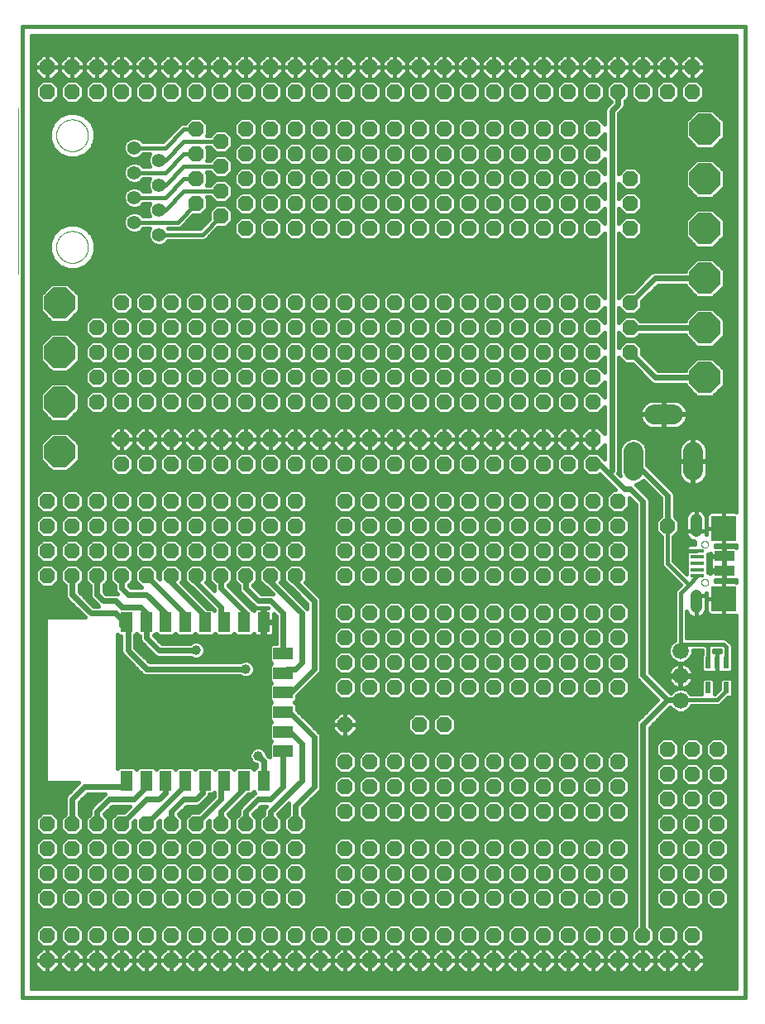
<source format=gtl>
G75*
%MOIN*%
%OFA0B0*%
%FSLAX25Y25*%
%IPPOS*%
%LPD*%
%AMOC8*
5,1,8,0,0,1.08239X$1,22.5*
%
%ADD10C,0.01600*%
%ADD11OC8,0.06300*%
%ADD12C,0.07874*%
%ADD13C,0.06600*%
%ADD14OC8,0.12500*%
%ADD15C,0.00000*%
%ADD16R,0.07874X0.03937*%
%ADD17R,0.05315X0.01575*%
%ADD18C,0.04756*%
%ADD19R,0.09843X0.09843*%
%ADD20R,0.02165X0.04724*%
%ADD21R,0.04724X0.07874*%
%ADD22R,0.07874X0.04724*%
%ADD23C,0.00039*%
%ADD24C,0.05543*%
%ADD25C,0.02400*%
%ADD26C,0.03962*%
D10*
X0030953Y0021800D02*
X0322291Y0021800D01*
X0322291Y0413139D01*
X0030953Y0413139D01*
X0030953Y0021800D01*
X0034553Y0025400D02*
X0034553Y0409539D01*
X0318691Y0409539D01*
X0318691Y0217668D01*
X0318591Y0217694D01*
X0313433Y0217694D01*
X0308275Y0217694D01*
X0307817Y0217572D01*
X0307407Y0217335D01*
X0307071Y0217000D01*
X0306834Y0216589D01*
X0306712Y0216131D01*
X0306712Y0210973D01*
X0306712Y0208655D01*
X0306433Y0208655D01*
X0306484Y0208814D01*
X0306587Y0209463D01*
X0306587Y0209792D01*
X0302410Y0209792D01*
X0302410Y0209792D01*
X0306587Y0209792D01*
X0306587Y0214877D01*
X0306484Y0215526D01*
X0306281Y0216152D01*
X0305983Y0216738D01*
X0305596Y0217270D01*
X0305131Y0217735D01*
X0304599Y0218121D01*
X0304013Y0218420D01*
X0303388Y0218623D01*
X0302738Y0218726D01*
X0302409Y0218726D01*
X0302081Y0218726D01*
X0301431Y0218623D01*
X0300806Y0218420D01*
X0300220Y0218121D01*
X0299688Y0217735D01*
X0299223Y0217270D01*
X0298836Y0216738D01*
X0298538Y0216152D01*
X0298334Y0215526D01*
X0298231Y0214877D01*
X0298231Y0209792D01*
X0298231Y0209463D01*
X0298334Y0208814D01*
X0298538Y0208188D01*
X0298836Y0207602D01*
X0299223Y0207070D01*
X0299688Y0206605D01*
X0300220Y0206219D01*
X0300806Y0205920D01*
X0301431Y0205717D01*
X0301913Y0205641D01*
X0301775Y0205308D01*
X0301775Y0204505D01*
X0300007Y0204505D01*
X0299549Y0204383D01*
X0299139Y0204146D01*
X0298804Y0203811D01*
X0298567Y0203400D01*
X0298444Y0202942D01*
X0298444Y0201918D01*
X0298444Y0200894D01*
X0298567Y0200436D01*
X0298644Y0200302D01*
X0298644Y0192503D01*
X0293353Y0197794D01*
X0293353Y0207482D01*
X0295703Y0209832D01*
X0295703Y0213768D01*
X0293753Y0215718D01*
X0293753Y0224759D01*
X0293326Y0225788D01*
X0282710Y0236404D01*
X0282710Y0243019D01*
X0281867Y0245055D01*
X0280310Y0246612D01*
X0278275Y0247455D01*
X0276072Y0247455D01*
X0274037Y0246612D01*
X0272479Y0245055D01*
X0271636Y0243019D01*
X0271636Y0232943D01*
X0271895Y0232317D01*
X0271023Y0233189D01*
X0271253Y0233743D01*
X0271253Y0279783D01*
X0273985Y0277050D01*
X0276743Y0277050D01*
X0283579Y0270214D01*
X0283579Y0270214D01*
X0284367Y0269426D01*
X0285396Y0269000D01*
X0298103Y0269000D01*
X0298103Y0268548D01*
X0302701Y0263950D01*
X0309204Y0263950D01*
X0313803Y0268548D01*
X0313803Y0275052D01*
X0309204Y0279650D01*
X0302701Y0279650D01*
X0298103Y0275052D01*
X0298103Y0274600D01*
X0287113Y0274600D01*
X0280703Y0281010D01*
X0280703Y0283768D01*
X0277920Y0286550D01*
X0273985Y0286550D01*
X0271253Y0283817D01*
X0271253Y0289783D01*
X0273985Y0287050D01*
X0277920Y0287050D01*
X0279870Y0289000D01*
X0298103Y0289000D01*
X0298103Y0288548D01*
X0302701Y0283950D01*
X0309204Y0283950D01*
X0313803Y0288548D01*
X0313803Y0295052D01*
X0309204Y0299650D01*
X0302701Y0299650D01*
X0298103Y0295052D01*
X0298103Y0294600D01*
X0279870Y0294600D01*
X0277920Y0296550D01*
X0273985Y0296550D01*
X0271253Y0293817D01*
X0271253Y0299783D01*
X0273985Y0297050D01*
X0277920Y0297050D01*
X0280703Y0299832D01*
X0280703Y0302590D01*
X0287113Y0309000D01*
X0298103Y0309000D01*
X0298103Y0308548D01*
X0302701Y0303950D01*
X0309204Y0303950D01*
X0313803Y0308548D01*
X0313803Y0315052D01*
X0309204Y0319650D01*
X0302701Y0319650D01*
X0298103Y0315052D01*
X0298103Y0314600D01*
X0285396Y0314600D01*
X0284367Y0314174D01*
X0276743Y0306550D01*
X0273985Y0306550D01*
X0271253Y0303817D01*
X0271253Y0329783D01*
X0273985Y0327050D01*
X0277920Y0327050D01*
X0280703Y0329832D01*
X0280703Y0333768D01*
X0277920Y0336550D01*
X0273985Y0336550D01*
X0271253Y0333817D01*
X0271253Y0339783D01*
X0273985Y0337050D01*
X0277920Y0337050D01*
X0280703Y0339832D01*
X0280703Y0343768D01*
X0277920Y0346550D01*
X0273985Y0346550D01*
X0271253Y0343817D01*
X0271253Y0349783D01*
X0273985Y0347050D01*
X0277920Y0347050D01*
X0280703Y0349832D01*
X0280703Y0353768D01*
X0277920Y0356550D01*
X0273985Y0356550D01*
X0271253Y0353817D01*
X0271253Y0378140D01*
X0273326Y0380214D01*
X0273753Y0381243D01*
X0273753Y0382882D01*
X0275703Y0384832D01*
X0275703Y0388768D01*
X0272920Y0391550D01*
X0268985Y0391550D01*
X0266203Y0388768D01*
X0266203Y0384832D01*
X0268114Y0382921D01*
X0266867Y0381674D01*
X0266079Y0380886D01*
X0265653Y0379857D01*
X0265653Y0373817D01*
X0262920Y0376550D01*
X0258985Y0376550D01*
X0256203Y0373768D01*
X0256203Y0369832D01*
X0258985Y0367050D01*
X0262920Y0367050D01*
X0265653Y0369783D01*
X0265653Y0363817D01*
X0262920Y0366550D01*
X0258985Y0366550D01*
X0256203Y0363768D01*
X0256203Y0359832D01*
X0258985Y0357050D01*
X0262920Y0357050D01*
X0265653Y0359783D01*
X0265653Y0353817D01*
X0262920Y0356550D01*
X0258985Y0356550D01*
X0256203Y0353768D01*
X0256203Y0349832D01*
X0258985Y0347050D01*
X0262920Y0347050D01*
X0265653Y0349783D01*
X0265653Y0343817D01*
X0262920Y0346550D01*
X0258985Y0346550D01*
X0256203Y0343768D01*
X0256203Y0339832D01*
X0258985Y0337050D01*
X0262920Y0337050D01*
X0265653Y0339783D01*
X0265653Y0333817D01*
X0262920Y0336550D01*
X0258985Y0336550D01*
X0256203Y0333768D01*
X0256203Y0329832D01*
X0258985Y0327050D01*
X0262920Y0327050D01*
X0265653Y0329783D01*
X0265653Y0303817D01*
X0262920Y0306550D01*
X0258985Y0306550D01*
X0256203Y0303768D01*
X0256203Y0299832D01*
X0258985Y0297050D01*
X0262920Y0297050D01*
X0265653Y0299783D01*
X0265653Y0293817D01*
X0262920Y0296550D01*
X0258985Y0296550D01*
X0256203Y0293768D01*
X0256203Y0289832D01*
X0258985Y0287050D01*
X0262920Y0287050D01*
X0265653Y0289783D01*
X0265653Y0283817D01*
X0262920Y0286550D01*
X0258985Y0286550D01*
X0256203Y0283768D01*
X0256203Y0279832D01*
X0258985Y0277050D01*
X0262920Y0277050D01*
X0265653Y0279783D01*
X0265653Y0273817D01*
X0262920Y0276550D01*
X0258985Y0276550D01*
X0256203Y0273768D01*
X0256203Y0269832D01*
X0258985Y0267050D01*
X0262920Y0267050D01*
X0265653Y0269783D01*
X0265653Y0263817D01*
X0262920Y0266550D01*
X0258985Y0266550D01*
X0256203Y0263768D01*
X0256203Y0259832D01*
X0258985Y0257050D01*
X0262920Y0257050D01*
X0265653Y0259783D01*
X0265653Y0249100D01*
X0263003Y0251750D01*
X0260953Y0251750D01*
X0260953Y0246800D01*
X0260953Y0241850D01*
X0263003Y0241850D01*
X0265653Y0244500D01*
X0265653Y0238817D01*
X0262920Y0241550D01*
X0258985Y0241550D01*
X0256203Y0238768D01*
X0256203Y0234832D01*
X0258985Y0232050D01*
X0262920Y0232050D01*
X0263582Y0232711D01*
X0264829Y0231464D01*
X0264829Y0231464D01*
X0265617Y0230676D01*
X0269743Y0226550D01*
X0268985Y0226550D01*
X0266203Y0223768D01*
X0266203Y0219832D01*
X0268985Y0217050D01*
X0272920Y0217050D01*
X0275703Y0219832D01*
X0275703Y0223090D01*
X0278153Y0220640D01*
X0278153Y0151243D01*
X0278579Y0150214D01*
X0279367Y0149426D01*
X0286993Y0141800D01*
X0278579Y0133386D01*
X0278153Y0132357D01*
X0278153Y0050718D01*
X0276203Y0048768D01*
X0276203Y0044832D01*
X0278985Y0042050D01*
X0282920Y0042050D01*
X0285703Y0044832D01*
X0285703Y0048768D01*
X0283753Y0050718D01*
X0283753Y0130640D01*
X0291984Y0138872D01*
X0292035Y0138749D01*
X0293413Y0137370D01*
X0295214Y0136624D01*
X0297164Y0136624D01*
X0298965Y0137370D01*
X0300343Y0138749D01*
X0300613Y0139400D01*
X0311430Y0139400D01*
X0312312Y0139765D01*
X0315266Y0142719D01*
X0316438Y0142719D01*
X0317376Y0143657D01*
X0317376Y0149706D01*
X0316438Y0150644D01*
X0312947Y0150644D01*
X0312010Y0149706D01*
X0312010Y0146252D01*
X0309959Y0144200D01*
X0309895Y0144200D01*
X0309895Y0149706D01*
X0308958Y0150644D01*
X0305467Y0150644D01*
X0304530Y0149706D01*
X0304530Y0144200D01*
X0300384Y0144200D01*
X0300343Y0144300D01*
X0298965Y0145678D01*
X0297164Y0146424D01*
X0295214Y0146424D01*
X0293413Y0145678D01*
X0292335Y0144600D01*
X0292113Y0144600D01*
X0283753Y0152960D01*
X0283753Y0222357D01*
X0283326Y0223386D01*
X0278326Y0228386D01*
X0278205Y0228507D01*
X0278275Y0228507D01*
X0280310Y0229350D01*
X0281077Y0230117D01*
X0288153Y0223042D01*
X0288153Y0215718D01*
X0286203Y0213768D01*
X0286203Y0209832D01*
X0288553Y0207482D01*
X0288553Y0196323D01*
X0288918Y0195441D01*
X0296092Y0188267D01*
X0294154Y0186329D01*
X0293789Y0185447D01*
X0293789Y0165834D01*
X0293413Y0165678D01*
X0292035Y0164300D01*
X0291289Y0162499D01*
X0291289Y0160550D01*
X0292035Y0158749D01*
X0293413Y0157370D01*
X0295214Y0156624D01*
X0297164Y0156624D01*
X0298965Y0157370D01*
X0300343Y0158749D01*
X0301089Y0160550D01*
X0301089Y0161900D01*
X0304813Y0161900D01*
X0304813Y0160226D01*
X0304530Y0159943D01*
X0304530Y0153894D01*
X0305467Y0152956D01*
X0308958Y0152956D01*
X0308988Y0152987D01*
X0309175Y0152879D01*
X0309633Y0152756D01*
X0310953Y0152756D01*
X0312272Y0152756D01*
X0312730Y0152879D01*
X0312917Y0152987D01*
X0312947Y0152956D01*
X0316438Y0152956D01*
X0317376Y0153894D01*
X0317376Y0159943D01*
X0317093Y0160226D01*
X0317093Y0163537D01*
X0316727Y0164419D01*
X0315487Y0165659D01*
X0314812Y0166335D01*
X0313930Y0166700D01*
X0298589Y0166700D01*
X0298589Y0177347D01*
X0298836Y0176862D01*
X0299223Y0176330D01*
X0299688Y0175865D01*
X0300220Y0175479D01*
X0300806Y0175180D01*
X0301431Y0174977D01*
X0302081Y0174874D01*
X0302409Y0174874D01*
X0302409Y0183808D01*
X0302409Y0183808D01*
X0302409Y0174874D01*
X0302738Y0174874D01*
X0303388Y0174977D01*
X0304013Y0175180D01*
X0304599Y0175479D01*
X0305131Y0175865D01*
X0305596Y0176330D01*
X0305983Y0176862D01*
X0306281Y0177448D01*
X0306484Y0178074D01*
X0306587Y0178723D01*
X0306587Y0183808D01*
X0306587Y0184137D01*
X0306484Y0184786D01*
X0306433Y0184945D01*
X0306712Y0184945D01*
X0306712Y0182627D01*
X0308456Y0182627D01*
X0308456Y0182627D01*
X0308456Y0182627D01*
X0306712Y0182627D01*
X0306712Y0177469D01*
X0306834Y0177011D01*
X0307071Y0176600D01*
X0307407Y0176265D01*
X0307817Y0176028D01*
X0308275Y0175906D01*
X0313433Y0175906D01*
X0318591Y0175906D01*
X0318691Y0175932D01*
X0318691Y0025400D01*
X0034553Y0025400D01*
X0034553Y0026596D02*
X0318691Y0026596D01*
X0318691Y0028194D02*
X0034553Y0028194D01*
X0034553Y0029793D02*
X0318691Y0029793D01*
X0318691Y0031391D02*
X0034553Y0031391D01*
X0034553Y0032990D02*
X0037763Y0032990D01*
X0038902Y0031850D02*
X0036003Y0034750D01*
X0036003Y0036800D01*
X0040953Y0036800D01*
X0045903Y0036800D01*
X0045903Y0038850D01*
X0043003Y0041750D01*
X0040953Y0041750D01*
X0040953Y0036800D01*
X0040953Y0036800D01*
X0045903Y0036800D01*
X0045903Y0034750D01*
X0043003Y0031850D01*
X0040953Y0031850D01*
X0040953Y0036800D01*
X0040953Y0036800D01*
X0040953Y0036800D01*
X0040953Y0041750D01*
X0038902Y0041750D01*
X0036003Y0038850D01*
X0036003Y0036800D01*
X0040953Y0036800D01*
X0040953Y0031850D01*
X0038902Y0031850D01*
X0040953Y0032990D02*
X0040953Y0032990D01*
X0040953Y0034588D02*
X0040953Y0034588D01*
X0040953Y0036187D02*
X0040953Y0036187D01*
X0040953Y0036800D02*
X0040953Y0036800D01*
X0040953Y0037785D02*
X0040953Y0037785D01*
X0040953Y0039384D02*
X0040953Y0039384D01*
X0040953Y0040982D02*
X0040953Y0040982D01*
X0042920Y0042050D02*
X0038985Y0042050D01*
X0036203Y0044832D01*
X0036203Y0048768D01*
X0038985Y0051550D01*
X0042920Y0051550D01*
X0045703Y0048768D01*
X0045703Y0044832D01*
X0042920Y0042050D01*
X0043451Y0042581D02*
X0048455Y0042581D01*
X0048985Y0042050D02*
X0052920Y0042050D01*
X0055703Y0044832D01*
X0055703Y0048768D01*
X0052920Y0051550D01*
X0048985Y0051550D01*
X0046203Y0048768D01*
X0046203Y0044832D01*
X0048985Y0042050D01*
X0048902Y0041750D02*
X0046003Y0038850D01*
X0046003Y0036800D01*
X0046003Y0034750D01*
X0048902Y0031850D01*
X0050953Y0031850D01*
X0053003Y0031850D01*
X0055903Y0034750D01*
X0055903Y0036800D01*
X0055903Y0038850D01*
X0053003Y0041750D01*
X0050953Y0041750D01*
X0050953Y0036800D01*
X0055903Y0036800D01*
X0050953Y0036800D01*
X0050953Y0036800D01*
X0050953Y0031850D01*
X0050953Y0036800D01*
X0050953Y0036800D01*
X0050953Y0036800D01*
X0050953Y0041750D01*
X0048902Y0041750D01*
X0048135Y0040982D02*
X0043771Y0040982D01*
X0045369Y0039384D02*
X0046536Y0039384D01*
X0046003Y0037785D02*
X0045903Y0037785D01*
X0046003Y0036800D02*
X0050953Y0036800D01*
X0046003Y0036800D01*
X0046003Y0036187D02*
X0045903Y0036187D01*
X0045741Y0034588D02*
X0046164Y0034588D01*
X0047763Y0032990D02*
X0044143Y0032990D01*
X0050953Y0032990D02*
X0050953Y0032990D01*
X0050953Y0034588D02*
X0050953Y0034588D01*
X0050953Y0036187D02*
X0050953Y0036187D01*
X0050953Y0036800D02*
X0050953Y0036800D01*
X0050953Y0037785D02*
X0050953Y0037785D01*
X0050953Y0039384D02*
X0050953Y0039384D01*
X0050953Y0040982D02*
X0050953Y0040982D01*
X0053771Y0040982D02*
X0058135Y0040982D01*
X0058902Y0041750D02*
X0056003Y0038850D01*
X0056003Y0036800D01*
X0056003Y0034750D01*
X0058902Y0031850D01*
X0060953Y0031850D01*
X0063003Y0031850D01*
X0065903Y0034750D01*
X0065903Y0036800D01*
X0065903Y0038850D01*
X0063003Y0041750D01*
X0060953Y0041750D01*
X0060953Y0036800D01*
X0065903Y0036800D01*
X0060953Y0036800D01*
X0060953Y0036800D01*
X0060953Y0031850D01*
X0060953Y0036800D01*
X0060953Y0036800D01*
X0060953Y0036800D01*
X0060953Y0041750D01*
X0058902Y0041750D01*
X0058985Y0042050D02*
X0062920Y0042050D01*
X0065703Y0044832D01*
X0065703Y0048768D01*
X0062920Y0051550D01*
X0058985Y0051550D01*
X0056203Y0048768D01*
X0056203Y0044832D01*
X0058985Y0042050D01*
X0058455Y0042581D02*
X0053451Y0042581D01*
X0055049Y0044179D02*
X0056856Y0044179D01*
X0056203Y0045778D02*
X0055703Y0045778D01*
X0055703Y0047376D02*
X0056203Y0047376D01*
X0056410Y0048975D02*
X0055496Y0048975D01*
X0053897Y0050573D02*
X0058008Y0050573D01*
X0063897Y0050573D02*
X0068008Y0050573D01*
X0068985Y0051550D02*
X0066203Y0048768D01*
X0066203Y0044832D01*
X0068985Y0042050D01*
X0072920Y0042050D01*
X0075703Y0044832D01*
X0075703Y0048768D01*
X0072920Y0051550D01*
X0068985Y0051550D01*
X0066410Y0048975D02*
X0065496Y0048975D01*
X0065703Y0047376D02*
X0066203Y0047376D01*
X0066203Y0045778D02*
X0065703Y0045778D01*
X0065049Y0044179D02*
X0066856Y0044179D01*
X0068455Y0042581D02*
X0063451Y0042581D01*
X0063771Y0040982D02*
X0068135Y0040982D01*
X0068902Y0041750D02*
X0066003Y0038850D01*
X0066003Y0036800D01*
X0066003Y0034750D01*
X0068902Y0031850D01*
X0070953Y0031850D01*
X0073003Y0031850D01*
X0075903Y0034750D01*
X0075903Y0036800D01*
X0075903Y0038850D01*
X0073003Y0041750D01*
X0070953Y0041750D01*
X0070953Y0036800D01*
X0075903Y0036800D01*
X0070953Y0036800D01*
X0070953Y0036800D01*
X0070953Y0031850D01*
X0070953Y0036800D01*
X0070953Y0036800D01*
X0070953Y0036800D01*
X0070953Y0041750D01*
X0068902Y0041750D01*
X0070953Y0040982D02*
X0070953Y0040982D01*
X0070953Y0039384D02*
X0070953Y0039384D01*
X0070953Y0037785D02*
X0070953Y0037785D01*
X0070953Y0036800D02*
X0070953Y0036800D01*
X0066003Y0036800D01*
X0070953Y0036800D01*
X0070953Y0036187D02*
X0070953Y0036187D01*
X0070953Y0034588D02*
X0070953Y0034588D01*
X0070953Y0032990D02*
X0070953Y0032990D01*
X0074143Y0032990D02*
X0077763Y0032990D01*
X0078902Y0031850D02*
X0080953Y0031850D01*
X0083003Y0031850D01*
X0085903Y0034750D01*
X0085903Y0036800D01*
X0085903Y0038850D01*
X0083003Y0041750D01*
X0080953Y0041750D01*
X0080953Y0036800D01*
X0085903Y0036800D01*
X0080953Y0036800D01*
X0080953Y0036800D01*
X0080953Y0031850D01*
X0080953Y0036800D01*
X0080953Y0036800D01*
X0080953Y0036800D01*
X0080953Y0041750D01*
X0078902Y0041750D01*
X0076003Y0038850D01*
X0076003Y0036800D01*
X0076003Y0034750D01*
X0078902Y0031850D01*
X0080953Y0032990D02*
X0080953Y0032990D01*
X0080953Y0034588D02*
X0080953Y0034588D01*
X0080953Y0036187D02*
X0080953Y0036187D01*
X0080953Y0036800D02*
X0076003Y0036800D01*
X0080953Y0036800D01*
X0080953Y0036800D01*
X0080953Y0037785D02*
X0080953Y0037785D01*
X0080953Y0039384D02*
X0080953Y0039384D01*
X0080953Y0040982D02*
X0080953Y0040982D01*
X0082920Y0042050D02*
X0078985Y0042050D01*
X0076203Y0044832D01*
X0076203Y0048768D01*
X0078985Y0051550D01*
X0082920Y0051550D01*
X0085703Y0048768D01*
X0085703Y0044832D01*
X0082920Y0042050D01*
X0083451Y0042581D02*
X0088455Y0042581D01*
X0088985Y0042050D02*
X0092920Y0042050D01*
X0095703Y0044832D01*
X0095703Y0048768D01*
X0092920Y0051550D01*
X0088985Y0051550D01*
X0086203Y0048768D01*
X0086203Y0044832D01*
X0088985Y0042050D01*
X0088902Y0041750D02*
X0086003Y0038850D01*
X0086003Y0036800D01*
X0086003Y0034750D01*
X0088902Y0031850D01*
X0090953Y0031850D01*
X0093003Y0031850D01*
X0095903Y0034750D01*
X0095903Y0036800D01*
X0095903Y0038850D01*
X0093003Y0041750D01*
X0090953Y0041750D01*
X0090953Y0036800D01*
X0095903Y0036800D01*
X0090953Y0036800D01*
X0090953Y0036800D01*
X0090953Y0031850D01*
X0090953Y0036800D01*
X0090953Y0036800D01*
X0090953Y0036800D01*
X0090953Y0041750D01*
X0088902Y0041750D01*
X0088135Y0040982D02*
X0083771Y0040982D01*
X0085369Y0039384D02*
X0086536Y0039384D01*
X0086003Y0037785D02*
X0085903Y0037785D01*
X0086003Y0036800D02*
X0090953Y0036800D01*
X0086003Y0036800D01*
X0086003Y0036187D02*
X0085903Y0036187D01*
X0085741Y0034588D02*
X0086164Y0034588D01*
X0087763Y0032990D02*
X0084143Y0032990D01*
X0090953Y0032990D02*
X0090953Y0032990D01*
X0090953Y0034588D02*
X0090953Y0034588D01*
X0090953Y0036187D02*
X0090953Y0036187D01*
X0090953Y0036800D02*
X0090953Y0036800D01*
X0090953Y0037785D02*
X0090953Y0037785D01*
X0090953Y0039384D02*
X0090953Y0039384D01*
X0090953Y0040982D02*
X0090953Y0040982D01*
X0093771Y0040982D02*
X0098135Y0040982D01*
X0098902Y0041750D02*
X0096003Y0038850D01*
X0096003Y0036800D01*
X0096003Y0034750D01*
X0098902Y0031850D01*
X0100953Y0031850D01*
X0103003Y0031850D01*
X0105903Y0034750D01*
X0105903Y0036800D01*
X0105903Y0038850D01*
X0103003Y0041750D01*
X0100953Y0041750D01*
X0100953Y0036800D01*
X0105903Y0036800D01*
X0100953Y0036800D01*
X0100953Y0036800D01*
X0100953Y0031850D01*
X0100953Y0036800D01*
X0100953Y0036800D01*
X0100953Y0036800D01*
X0100953Y0041750D01*
X0098902Y0041750D01*
X0098985Y0042050D02*
X0102920Y0042050D01*
X0105703Y0044832D01*
X0105703Y0048768D01*
X0102920Y0051550D01*
X0098985Y0051550D01*
X0096203Y0048768D01*
X0096203Y0044832D01*
X0098985Y0042050D01*
X0098455Y0042581D02*
X0093451Y0042581D01*
X0095049Y0044179D02*
X0096856Y0044179D01*
X0096203Y0045778D02*
X0095703Y0045778D01*
X0095703Y0047376D02*
X0096203Y0047376D01*
X0096410Y0048975D02*
X0095496Y0048975D01*
X0093897Y0050573D02*
X0098008Y0050573D01*
X0103897Y0050573D02*
X0108008Y0050573D01*
X0108985Y0051550D02*
X0106203Y0048768D01*
X0106203Y0044832D01*
X0108985Y0042050D01*
X0112920Y0042050D01*
X0115703Y0044832D01*
X0115703Y0048768D01*
X0112920Y0051550D01*
X0108985Y0051550D01*
X0106410Y0048975D02*
X0105496Y0048975D01*
X0105703Y0047376D02*
X0106203Y0047376D01*
X0106203Y0045778D02*
X0105703Y0045778D01*
X0105049Y0044179D02*
X0106856Y0044179D01*
X0108455Y0042581D02*
X0103451Y0042581D01*
X0103771Y0040982D02*
X0108135Y0040982D01*
X0108902Y0041750D02*
X0106003Y0038850D01*
X0106003Y0036800D01*
X0106003Y0034750D01*
X0108902Y0031850D01*
X0110953Y0031850D01*
X0113003Y0031850D01*
X0115903Y0034750D01*
X0115903Y0036800D01*
X0115903Y0038850D01*
X0113003Y0041750D01*
X0110953Y0041750D01*
X0110953Y0036800D01*
X0115903Y0036800D01*
X0110953Y0036800D01*
X0110953Y0036800D01*
X0110953Y0031850D01*
X0110953Y0036800D01*
X0110953Y0036800D01*
X0110953Y0036800D01*
X0110953Y0041750D01*
X0108902Y0041750D01*
X0110953Y0040982D02*
X0110953Y0040982D01*
X0110953Y0039384D02*
X0110953Y0039384D01*
X0110953Y0037785D02*
X0110953Y0037785D01*
X0110953Y0036800D02*
X0110953Y0036800D01*
X0106003Y0036800D01*
X0110953Y0036800D01*
X0110953Y0036187D02*
X0110953Y0036187D01*
X0110953Y0034588D02*
X0110953Y0034588D01*
X0110953Y0032990D02*
X0110953Y0032990D01*
X0114143Y0032990D02*
X0117763Y0032990D01*
X0118902Y0031850D02*
X0120953Y0031850D01*
X0123003Y0031850D01*
X0125903Y0034750D01*
X0125903Y0036800D01*
X0125903Y0038850D01*
X0123003Y0041750D01*
X0120953Y0041750D01*
X0120953Y0036800D01*
X0125903Y0036800D01*
X0120953Y0036800D01*
X0120953Y0036800D01*
X0120953Y0031850D01*
X0120953Y0036800D01*
X0120953Y0036800D01*
X0120953Y0036800D01*
X0120953Y0041750D01*
X0118902Y0041750D01*
X0116003Y0038850D01*
X0116003Y0036800D01*
X0116003Y0034750D01*
X0118902Y0031850D01*
X0120953Y0032990D02*
X0120953Y0032990D01*
X0120953Y0034588D02*
X0120953Y0034588D01*
X0120953Y0036187D02*
X0120953Y0036187D01*
X0120953Y0036800D02*
X0116003Y0036800D01*
X0120953Y0036800D01*
X0120953Y0036800D01*
X0120953Y0037785D02*
X0120953Y0037785D01*
X0120953Y0039384D02*
X0120953Y0039384D01*
X0120953Y0040982D02*
X0120953Y0040982D01*
X0122920Y0042050D02*
X0125703Y0044832D01*
X0125703Y0048768D01*
X0122920Y0051550D01*
X0118985Y0051550D01*
X0116203Y0048768D01*
X0116203Y0044832D01*
X0118985Y0042050D01*
X0122920Y0042050D01*
X0123451Y0042581D02*
X0128455Y0042581D01*
X0128985Y0042050D02*
X0132920Y0042050D01*
X0135703Y0044832D01*
X0135703Y0048768D01*
X0132920Y0051550D01*
X0128985Y0051550D01*
X0126203Y0048768D01*
X0126203Y0044832D01*
X0128985Y0042050D01*
X0128902Y0041750D02*
X0126003Y0038850D01*
X0126003Y0036800D01*
X0126003Y0034750D01*
X0128902Y0031850D01*
X0130953Y0031850D01*
X0133003Y0031850D01*
X0135903Y0034750D01*
X0135903Y0036800D01*
X0135903Y0038850D01*
X0133003Y0041750D01*
X0130953Y0041750D01*
X0130953Y0036800D01*
X0135903Y0036800D01*
X0130953Y0036800D01*
X0130953Y0036800D01*
X0130953Y0031850D01*
X0130953Y0036800D01*
X0130953Y0036800D01*
X0130953Y0036800D01*
X0130953Y0041750D01*
X0128902Y0041750D01*
X0128135Y0040982D02*
X0123771Y0040982D01*
X0125369Y0039384D02*
X0126536Y0039384D01*
X0126003Y0037785D02*
X0125903Y0037785D01*
X0126003Y0036800D02*
X0130953Y0036800D01*
X0126003Y0036800D01*
X0126003Y0036187D02*
X0125903Y0036187D01*
X0125741Y0034588D02*
X0126164Y0034588D01*
X0127763Y0032990D02*
X0124143Y0032990D01*
X0130953Y0032990D02*
X0130953Y0032990D01*
X0130953Y0034588D02*
X0130953Y0034588D01*
X0130953Y0036187D02*
X0130953Y0036187D01*
X0130953Y0036800D02*
X0130953Y0036800D01*
X0130953Y0037785D02*
X0130953Y0037785D01*
X0130953Y0039384D02*
X0130953Y0039384D01*
X0130953Y0040982D02*
X0130953Y0040982D01*
X0133771Y0040982D02*
X0138135Y0040982D01*
X0138902Y0041750D02*
X0136003Y0038850D01*
X0136003Y0036800D01*
X0136003Y0034750D01*
X0138902Y0031850D01*
X0140953Y0031850D01*
X0143003Y0031850D01*
X0145903Y0034750D01*
X0145903Y0036800D01*
X0145903Y0038850D01*
X0143003Y0041750D01*
X0140953Y0041750D01*
X0140953Y0036800D01*
X0145903Y0036800D01*
X0140953Y0036800D01*
X0140953Y0036800D01*
X0140953Y0031850D01*
X0140953Y0036800D01*
X0140953Y0036800D01*
X0140953Y0036800D01*
X0140953Y0041750D01*
X0138902Y0041750D01*
X0138985Y0042050D02*
X0142920Y0042050D01*
X0145703Y0044832D01*
X0145703Y0048768D01*
X0142920Y0051550D01*
X0138985Y0051550D01*
X0136203Y0048768D01*
X0136203Y0044832D01*
X0138985Y0042050D01*
X0138455Y0042581D02*
X0133451Y0042581D01*
X0135049Y0044179D02*
X0136856Y0044179D01*
X0136203Y0045778D02*
X0135703Y0045778D01*
X0135703Y0047376D02*
X0136203Y0047376D01*
X0136410Y0048975D02*
X0135496Y0048975D01*
X0133897Y0050573D02*
X0138008Y0050573D01*
X0143897Y0050573D02*
X0148008Y0050573D01*
X0148985Y0051550D02*
X0146203Y0048768D01*
X0146203Y0044832D01*
X0148985Y0042050D01*
X0152920Y0042050D01*
X0155703Y0044832D01*
X0155703Y0048768D01*
X0152920Y0051550D01*
X0148985Y0051550D01*
X0146410Y0048975D02*
X0145496Y0048975D01*
X0145703Y0047376D02*
X0146203Y0047376D01*
X0146203Y0045778D02*
X0145703Y0045778D01*
X0145049Y0044179D02*
X0146856Y0044179D01*
X0148455Y0042581D02*
X0143451Y0042581D01*
X0143771Y0040982D02*
X0148135Y0040982D01*
X0148902Y0041750D02*
X0146003Y0038850D01*
X0146003Y0036800D01*
X0146003Y0034750D01*
X0148902Y0031850D01*
X0150953Y0031850D01*
X0153003Y0031850D01*
X0155903Y0034750D01*
X0155903Y0036800D01*
X0155903Y0038850D01*
X0153003Y0041750D01*
X0150953Y0041750D01*
X0150953Y0036800D01*
X0155903Y0036800D01*
X0150953Y0036800D01*
X0150953Y0036800D01*
X0150953Y0031850D01*
X0150953Y0036800D01*
X0150953Y0036800D01*
X0150953Y0036800D01*
X0150953Y0041750D01*
X0148902Y0041750D01*
X0150953Y0040982D02*
X0150953Y0040982D01*
X0150953Y0039384D02*
X0150953Y0039384D01*
X0150953Y0037785D02*
X0150953Y0037785D01*
X0150953Y0036800D02*
X0150953Y0036800D01*
X0146003Y0036800D01*
X0150953Y0036800D01*
X0150953Y0036187D02*
X0150953Y0036187D01*
X0150953Y0034588D02*
X0150953Y0034588D01*
X0150953Y0032990D02*
X0150953Y0032990D01*
X0154143Y0032990D02*
X0157763Y0032990D01*
X0158902Y0031850D02*
X0156003Y0034750D01*
X0156003Y0036800D01*
X0160953Y0036800D01*
X0165903Y0036800D01*
X0165903Y0038850D01*
X0163003Y0041750D01*
X0160953Y0041750D01*
X0160953Y0036800D01*
X0160953Y0036800D01*
X0165903Y0036800D01*
X0165903Y0034750D01*
X0163003Y0031850D01*
X0160953Y0031850D01*
X0160953Y0036800D01*
X0160953Y0036800D01*
X0160953Y0036800D01*
X0160953Y0041750D01*
X0158902Y0041750D01*
X0156003Y0038850D01*
X0156003Y0036800D01*
X0160953Y0036800D01*
X0160953Y0031850D01*
X0158902Y0031850D01*
X0160953Y0032990D02*
X0160953Y0032990D01*
X0160953Y0034588D02*
X0160953Y0034588D01*
X0160953Y0036187D02*
X0160953Y0036187D01*
X0160953Y0036800D02*
X0160953Y0036800D01*
X0160953Y0037785D02*
X0160953Y0037785D01*
X0160953Y0039384D02*
X0160953Y0039384D01*
X0160953Y0040982D02*
X0160953Y0040982D01*
X0162920Y0042050D02*
X0158985Y0042050D01*
X0156203Y0044832D01*
X0156203Y0048768D01*
X0158985Y0051550D01*
X0162920Y0051550D01*
X0165703Y0048768D01*
X0165703Y0044832D01*
X0162920Y0042050D01*
X0163451Y0042581D02*
X0168455Y0042581D01*
X0168985Y0042050D02*
X0172920Y0042050D01*
X0175703Y0044832D01*
X0175703Y0048768D01*
X0172920Y0051550D01*
X0168985Y0051550D01*
X0166203Y0048768D01*
X0166203Y0044832D01*
X0168985Y0042050D01*
X0168902Y0041750D02*
X0166003Y0038850D01*
X0166003Y0036800D01*
X0166003Y0034750D01*
X0168902Y0031850D01*
X0170953Y0031850D01*
X0173003Y0031850D01*
X0175903Y0034750D01*
X0175903Y0036800D01*
X0175903Y0038850D01*
X0173003Y0041750D01*
X0170953Y0041750D01*
X0170953Y0036800D01*
X0175903Y0036800D01*
X0170953Y0036800D01*
X0170953Y0036800D01*
X0170953Y0031850D01*
X0170953Y0036800D01*
X0170953Y0036800D01*
X0170953Y0036800D01*
X0170953Y0041750D01*
X0168902Y0041750D01*
X0168135Y0040982D02*
X0163771Y0040982D01*
X0165369Y0039384D02*
X0166536Y0039384D01*
X0166003Y0037785D02*
X0165903Y0037785D01*
X0166003Y0036800D02*
X0170953Y0036800D01*
X0166003Y0036800D01*
X0166003Y0036187D02*
X0165903Y0036187D01*
X0165741Y0034588D02*
X0166164Y0034588D01*
X0167763Y0032990D02*
X0164143Y0032990D01*
X0170953Y0032990D02*
X0170953Y0032990D01*
X0170953Y0034588D02*
X0170953Y0034588D01*
X0170953Y0036187D02*
X0170953Y0036187D01*
X0170953Y0036800D02*
X0170953Y0036800D01*
X0170953Y0037785D02*
X0170953Y0037785D01*
X0170953Y0039384D02*
X0170953Y0039384D01*
X0170953Y0040982D02*
X0170953Y0040982D01*
X0173771Y0040982D02*
X0178135Y0040982D01*
X0178902Y0041750D02*
X0176003Y0038850D01*
X0176003Y0036800D01*
X0176003Y0034750D01*
X0178902Y0031850D01*
X0180953Y0031850D01*
X0183003Y0031850D01*
X0185903Y0034750D01*
X0185903Y0036800D01*
X0185903Y0038850D01*
X0183003Y0041750D01*
X0180953Y0041750D01*
X0180953Y0036800D01*
X0185903Y0036800D01*
X0180953Y0036800D01*
X0180953Y0036800D01*
X0180953Y0031850D01*
X0180953Y0036800D01*
X0180953Y0036800D01*
X0180953Y0036800D01*
X0180953Y0041750D01*
X0178902Y0041750D01*
X0178985Y0042050D02*
X0182920Y0042050D01*
X0185703Y0044832D01*
X0185703Y0048768D01*
X0182920Y0051550D01*
X0178985Y0051550D01*
X0176203Y0048768D01*
X0176203Y0044832D01*
X0178985Y0042050D01*
X0178455Y0042581D02*
X0173451Y0042581D01*
X0175049Y0044179D02*
X0176856Y0044179D01*
X0176203Y0045778D02*
X0175703Y0045778D01*
X0175703Y0047376D02*
X0176203Y0047376D01*
X0176410Y0048975D02*
X0175496Y0048975D01*
X0173897Y0050573D02*
X0178008Y0050573D01*
X0183897Y0050573D02*
X0188008Y0050573D01*
X0188985Y0051550D02*
X0186203Y0048768D01*
X0186203Y0044832D01*
X0188985Y0042050D01*
X0192920Y0042050D01*
X0195703Y0044832D01*
X0195703Y0048768D01*
X0192920Y0051550D01*
X0188985Y0051550D01*
X0186410Y0048975D02*
X0185496Y0048975D01*
X0185703Y0047376D02*
X0186203Y0047376D01*
X0186203Y0045778D02*
X0185703Y0045778D01*
X0185049Y0044179D02*
X0186856Y0044179D01*
X0188455Y0042581D02*
X0183451Y0042581D01*
X0183771Y0040982D02*
X0188135Y0040982D01*
X0188902Y0041750D02*
X0186003Y0038850D01*
X0186003Y0036800D01*
X0186003Y0034750D01*
X0188902Y0031850D01*
X0190953Y0031850D01*
X0193003Y0031850D01*
X0195903Y0034750D01*
X0195903Y0036800D01*
X0195903Y0038850D01*
X0193003Y0041750D01*
X0190953Y0041750D01*
X0190953Y0036800D01*
X0195903Y0036800D01*
X0190953Y0036800D01*
X0190953Y0036800D01*
X0190953Y0031850D01*
X0190953Y0036800D01*
X0190953Y0036800D01*
X0190953Y0036800D01*
X0190953Y0041750D01*
X0188902Y0041750D01*
X0190953Y0040982D02*
X0190953Y0040982D01*
X0190953Y0039384D02*
X0190953Y0039384D01*
X0190953Y0037785D02*
X0190953Y0037785D01*
X0190953Y0036800D02*
X0190953Y0036800D01*
X0186003Y0036800D01*
X0190953Y0036800D01*
X0190953Y0036187D02*
X0190953Y0036187D01*
X0190953Y0034588D02*
X0190953Y0034588D01*
X0190953Y0032990D02*
X0190953Y0032990D01*
X0194143Y0032990D02*
X0197763Y0032990D01*
X0198902Y0031850D02*
X0200953Y0031850D01*
X0203003Y0031850D01*
X0205903Y0034750D01*
X0205903Y0036800D01*
X0205903Y0038850D01*
X0203003Y0041750D01*
X0200953Y0041750D01*
X0200953Y0036800D01*
X0205903Y0036800D01*
X0200953Y0036800D01*
X0200953Y0036800D01*
X0200953Y0031850D01*
X0200953Y0036800D01*
X0200953Y0036800D01*
X0200953Y0036800D01*
X0200953Y0041750D01*
X0198902Y0041750D01*
X0196003Y0038850D01*
X0196003Y0036800D01*
X0196003Y0034750D01*
X0198902Y0031850D01*
X0200953Y0032990D02*
X0200953Y0032990D01*
X0200953Y0034588D02*
X0200953Y0034588D01*
X0200953Y0036187D02*
X0200953Y0036187D01*
X0200953Y0036800D02*
X0196003Y0036800D01*
X0200953Y0036800D01*
X0200953Y0036800D01*
X0200953Y0037785D02*
X0200953Y0037785D01*
X0200953Y0039384D02*
X0200953Y0039384D01*
X0200953Y0040982D02*
X0200953Y0040982D01*
X0202920Y0042050D02*
X0198985Y0042050D01*
X0196203Y0044832D01*
X0196203Y0048768D01*
X0198985Y0051550D01*
X0202920Y0051550D01*
X0205703Y0048768D01*
X0205703Y0044832D01*
X0202920Y0042050D01*
X0203451Y0042581D02*
X0208455Y0042581D01*
X0208985Y0042050D02*
X0212920Y0042050D01*
X0215703Y0044832D01*
X0215703Y0048768D01*
X0212920Y0051550D01*
X0208985Y0051550D01*
X0206203Y0048768D01*
X0206203Y0044832D01*
X0208985Y0042050D01*
X0208902Y0041750D02*
X0206003Y0038850D01*
X0206003Y0036800D01*
X0206003Y0034750D01*
X0208902Y0031850D01*
X0210953Y0031850D01*
X0213003Y0031850D01*
X0215903Y0034750D01*
X0215903Y0036800D01*
X0215903Y0038850D01*
X0213003Y0041750D01*
X0210953Y0041750D01*
X0210953Y0036800D01*
X0215903Y0036800D01*
X0210953Y0036800D01*
X0210953Y0036800D01*
X0210953Y0031850D01*
X0210953Y0036800D01*
X0210953Y0036800D01*
X0210953Y0036800D01*
X0210953Y0041750D01*
X0208902Y0041750D01*
X0208135Y0040982D02*
X0203771Y0040982D01*
X0205369Y0039384D02*
X0206536Y0039384D01*
X0206003Y0037785D02*
X0205903Y0037785D01*
X0206003Y0036800D02*
X0210953Y0036800D01*
X0206003Y0036800D01*
X0206003Y0036187D02*
X0205903Y0036187D01*
X0205741Y0034588D02*
X0206164Y0034588D01*
X0207763Y0032990D02*
X0204143Y0032990D01*
X0210953Y0032990D02*
X0210953Y0032990D01*
X0210953Y0034588D02*
X0210953Y0034588D01*
X0210953Y0036187D02*
X0210953Y0036187D01*
X0210953Y0036800D02*
X0210953Y0036800D01*
X0210953Y0037785D02*
X0210953Y0037785D01*
X0210953Y0039384D02*
X0210953Y0039384D01*
X0210953Y0040982D02*
X0210953Y0040982D01*
X0213771Y0040982D02*
X0218135Y0040982D01*
X0218902Y0041750D02*
X0216003Y0038850D01*
X0216003Y0036800D01*
X0216003Y0034750D01*
X0218902Y0031850D01*
X0220953Y0031850D01*
X0223003Y0031850D01*
X0225903Y0034750D01*
X0225903Y0036800D01*
X0225903Y0038850D01*
X0223003Y0041750D01*
X0220953Y0041750D01*
X0220953Y0036800D01*
X0225903Y0036800D01*
X0220953Y0036800D01*
X0220953Y0036800D01*
X0220953Y0031850D01*
X0220953Y0036800D01*
X0220953Y0036800D01*
X0220953Y0036800D01*
X0220953Y0041750D01*
X0218902Y0041750D01*
X0218985Y0042050D02*
X0222920Y0042050D01*
X0225703Y0044832D01*
X0225703Y0048768D01*
X0222920Y0051550D01*
X0218985Y0051550D01*
X0216203Y0048768D01*
X0216203Y0044832D01*
X0218985Y0042050D01*
X0218455Y0042581D02*
X0213451Y0042581D01*
X0215049Y0044179D02*
X0216856Y0044179D01*
X0216203Y0045778D02*
X0215703Y0045778D01*
X0215703Y0047376D02*
X0216203Y0047376D01*
X0216410Y0048975D02*
X0215496Y0048975D01*
X0213897Y0050573D02*
X0218008Y0050573D01*
X0223897Y0050573D02*
X0228008Y0050573D01*
X0228985Y0051550D02*
X0226203Y0048768D01*
X0226203Y0044832D01*
X0228985Y0042050D01*
X0232920Y0042050D01*
X0235703Y0044832D01*
X0235703Y0048768D01*
X0232920Y0051550D01*
X0228985Y0051550D01*
X0226410Y0048975D02*
X0225496Y0048975D01*
X0225703Y0047376D02*
X0226203Y0047376D01*
X0226203Y0045778D02*
X0225703Y0045778D01*
X0225049Y0044179D02*
X0226856Y0044179D01*
X0228455Y0042581D02*
X0223451Y0042581D01*
X0223771Y0040982D02*
X0228135Y0040982D01*
X0228902Y0041750D02*
X0226003Y0038850D01*
X0226003Y0036800D01*
X0226003Y0034750D01*
X0228902Y0031850D01*
X0230953Y0031850D01*
X0233003Y0031850D01*
X0235903Y0034750D01*
X0235903Y0036800D01*
X0235903Y0038850D01*
X0233003Y0041750D01*
X0230953Y0041750D01*
X0230953Y0036800D01*
X0235903Y0036800D01*
X0230953Y0036800D01*
X0230953Y0036800D01*
X0230953Y0031850D01*
X0230953Y0036800D01*
X0230953Y0036800D01*
X0230953Y0036800D01*
X0230953Y0041750D01*
X0228902Y0041750D01*
X0230953Y0040982D02*
X0230953Y0040982D01*
X0230953Y0039384D02*
X0230953Y0039384D01*
X0230953Y0037785D02*
X0230953Y0037785D01*
X0230953Y0036800D02*
X0230953Y0036800D01*
X0226003Y0036800D01*
X0230953Y0036800D01*
X0230953Y0036187D02*
X0230953Y0036187D01*
X0230953Y0034588D02*
X0230953Y0034588D01*
X0230953Y0032990D02*
X0230953Y0032990D01*
X0234143Y0032990D02*
X0237763Y0032990D01*
X0238902Y0031850D02*
X0240953Y0031850D01*
X0243003Y0031850D01*
X0245903Y0034750D01*
X0245903Y0036800D01*
X0245903Y0038850D01*
X0243003Y0041750D01*
X0240953Y0041750D01*
X0240953Y0036800D01*
X0245903Y0036800D01*
X0240953Y0036800D01*
X0240953Y0036800D01*
X0240953Y0031850D01*
X0240953Y0036800D01*
X0240953Y0036800D01*
X0240953Y0036800D01*
X0240953Y0041750D01*
X0238902Y0041750D01*
X0236003Y0038850D01*
X0236003Y0036800D01*
X0236003Y0034750D01*
X0238902Y0031850D01*
X0240953Y0032990D02*
X0240953Y0032990D01*
X0240953Y0034588D02*
X0240953Y0034588D01*
X0240953Y0036187D02*
X0240953Y0036187D01*
X0240953Y0036800D02*
X0236003Y0036800D01*
X0240953Y0036800D01*
X0240953Y0036800D01*
X0240953Y0037785D02*
X0240953Y0037785D01*
X0240953Y0039384D02*
X0240953Y0039384D01*
X0240953Y0040982D02*
X0240953Y0040982D01*
X0242920Y0042050D02*
X0245703Y0044832D01*
X0245703Y0048768D01*
X0242920Y0051550D01*
X0238985Y0051550D01*
X0236203Y0048768D01*
X0236203Y0044832D01*
X0238985Y0042050D01*
X0242920Y0042050D01*
X0243451Y0042581D02*
X0248455Y0042581D01*
X0248985Y0042050D02*
X0252920Y0042050D01*
X0255703Y0044832D01*
X0255703Y0048768D01*
X0252920Y0051550D01*
X0248985Y0051550D01*
X0246203Y0048768D01*
X0246203Y0044832D01*
X0248985Y0042050D01*
X0248902Y0041750D02*
X0246003Y0038850D01*
X0246003Y0036800D01*
X0246003Y0034750D01*
X0248902Y0031850D01*
X0250953Y0031850D01*
X0253003Y0031850D01*
X0255903Y0034750D01*
X0255903Y0036800D01*
X0255903Y0038850D01*
X0253003Y0041750D01*
X0250953Y0041750D01*
X0250953Y0036800D01*
X0255903Y0036800D01*
X0250953Y0036800D01*
X0250953Y0036800D01*
X0250953Y0031850D01*
X0250953Y0036800D01*
X0250953Y0036800D01*
X0250953Y0036800D01*
X0250953Y0041750D01*
X0248902Y0041750D01*
X0248135Y0040982D02*
X0243771Y0040982D01*
X0245369Y0039384D02*
X0246536Y0039384D01*
X0246003Y0037785D02*
X0245903Y0037785D01*
X0246003Y0036800D02*
X0250953Y0036800D01*
X0246003Y0036800D01*
X0246003Y0036187D02*
X0245903Y0036187D01*
X0245741Y0034588D02*
X0246164Y0034588D01*
X0247763Y0032990D02*
X0244143Y0032990D01*
X0250953Y0032990D02*
X0250953Y0032990D01*
X0250953Y0034588D02*
X0250953Y0034588D01*
X0250953Y0036187D02*
X0250953Y0036187D01*
X0250953Y0036800D02*
X0250953Y0036800D01*
X0250953Y0037785D02*
X0250953Y0037785D01*
X0250953Y0039384D02*
X0250953Y0039384D01*
X0250953Y0040982D02*
X0250953Y0040982D01*
X0253771Y0040982D02*
X0258135Y0040982D01*
X0258902Y0041750D02*
X0256003Y0038850D01*
X0256003Y0036800D01*
X0256003Y0034750D01*
X0258902Y0031850D01*
X0260953Y0031850D01*
X0263003Y0031850D01*
X0265903Y0034750D01*
X0265903Y0036800D01*
X0265903Y0038850D01*
X0263003Y0041750D01*
X0260953Y0041750D01*
X0260953Y0036800D01*
X0265903Y0036800D01*
X0260953Y0036800D01*
X0260953Y0036800D01*
X0260953Y0031850D01*
X0260953Y0036800D01*
X0260953Y0036800D01*
X0260953Y0036800D01*
X0260953Y0041750D01*
X0258902Y0041750D01*
X0258985Y0042050D02*
X0262920Y0042050D01*
X0265703Y0044832D01*
X0265703Y0048768D01*
X0262920Y0051550D01*
X0258985Y0051550D01*
X0256203Y0048768D01*
X0256203Y0044832D01*
X0258985Y0042050D01*
X0258455Y0042581D02*
X0253451Y0042581D01*
X0255049Y0044179D02*
X0256856Y0044179D01*
X0256203Y0045778D02*
X0255703Y0045778D01*
X0255703Y0047376D02*
X0256203Y0047376D01*
X0256410Y0048975D02*
X0255496Y0048975D01*
X0253897Y0050573D02*
X0258008Y0050573D01*
X0263897Y0050573D02*
X0268008Y0050573D01*
X0268985Y0051550D02*
X0266203Y0048768D01*
X0266203Y0044832D01*
X0268985Y0042050D01*
X0272920Y0042050D01*
X0275703Y0044832D01*
X0275703Y0048768D01*
X0272920Y0051550D01*
X0268985Y0051550D01*
X0266410Y0048975D02*
X0265496Y0048975D01*
X0265703Y0047376D02*
X0266203Y0047376D01*
X0266203Y0045778D02*
X0265703Y0045778D01*
X0265049Y0044179D02*
X0266856Y0044179D01*
X0268455Y0042581D02*
X0263451Y0042581D01*
X0263771Y0040982D02*
X0268135Y0040982D01*
X0268902Y0041750D02*
X0266003Y0038850D01*
X0266003Y0036800D01*
X0266003Y0034750D01*
X0268902Y0031850D01*
X0270953Y0031850D01*
X0273003Y0031850D01*
X0275903Y0034750D01*
X0275903Y0036800D01*
X0275903Y0038850D01*
X0273003Y0041750D01*
X0270953Y0041750D01*
X0270953Y0036800D01*
X0275903Y0036800D01*
X0270953Y0036800D01*
X0270953Y0036800D01*
X0270953Y0031850D01*
X0270953Y0036800D01*
X0270953Y0036800D01*
X0270953Y0036800D01*
X0270953Y0041750D01*
X0268902Y0041750D01*
X0270953Y0040982D02*
X0270953Y0040982D01*
X0270953Y0039384D02*
X0270953Y0039384D01*
X0270953Y0037785D02*
X0270953Y0037785D01*
X0270953Y0036800D02*
X0270953Y0036800D01*
X0266003Y0036800D01*
X0270953Y0036800D01*
X0270953Y0036187D02*
X0270953Y0036187D01*
X0270953Y0034588D02*
X0270953Y0034588D01*
X0270953Y0032990D02*
X0270953Y0032990D01*
X0274143Y0032990D02*
X0277763Y0032990D01*
X0278902Y0031850D02*
X0276003Y0034750D01*
X0276003Y0036800D01*
X0280953Y0036800D01*
X0285903Y0036800D01*
X0285903Y0038850D01*
X0283003Y0041750D01*
X0280953Y0041750D01*
X0280953Y0036800D01*
X0280953Y0036800D01*
X0285903Y0036800D01*
X0285903Y0034750D01*
X0283003Y0031850D01*
X0280953Y0031850D01*
X0280953Y0036800D01*
X0280953Y0036800D01*
X0280953Y0036800D01*
X0280953Y0041750D01*
X0278902Y0041750D01*
X0276003Y0038850D01*
X0276003Y0036800D01*
X0280953Y0036800D01*
X0280953Y0031850D01*
X0278902Y0031850D01*
X0280953Y0032990D02*
X0280953Y0032990D01*
X0280953Y0034588D02*
X0280953Y0034588D01*
X0280953Y0036187D02*
X0280953Y0036187D01*
X0280953Y0036800D02*
X0280953Y0036800D01*
X0280953Y0037785D02*
X0280953Y0037785D01*
X0280953Y0039384D02*
X0280953Y0039384D01*
X0280953Y0040982D02*
X0280953Y0040982D01*
X0283771Y0040982D02*
X0288135Y0040982D01*
X0288902Y0041750D02*
X0286003Y0038850D01*
X0286003Y0036800D01*
X0286003Y0034750D01*
X0288902Y0031850D01*
X0290953Y0031850D01*
X0293003Y0031850D01*
X0295903Y0034750D01*
X0295903Y0036800D01*
X0295903Y0038850D01*
X0293003Y0041750D01*
X0290953Y0041750D01*
X0290953Y0036800D01*
X0295903Y0036800D01*
X0290953Y0036800D01*
X0290953Y0036800D01*
X0290953Y0031850D01*
X0290953Y0036800D01*
X0290953Y0036800D01*
X0290953Y0036800D01*
X0290953Y0041750D01*
X0288902Y0041750D01*
X0288985Y0042050D02*
X0292920Y0042050D01*
X0295703Y0044832D01*
X0295703Y0048768D01*
X0292920Y0051550D01*
X0288985Y0051550D01*
X0286203Y0048768D01*
X0286203Y0044832D01*
X0288985Y0042050D01*
X0288455Y0042581D02*
X0283451Y0042581D01*
X0285049Y0044179D02*
X0286856Y0044179D01*
X0286203Y0045778D02*
X0285703Y0045778D01*
X0285703Y0047376D02*
X0286203Y0047376D01*
X0286410Y0048975D02*
X0285496Y0048975D01*
X0283897Y0050573D02*
X0288008Y0050573D01*
X0283753Y0052172D02*
X0318691Y0052172D01*
X0318691Y0053770D02*
X0283753Y0053770D01*
X0283753Y0055369D02*
X0318691Y0055369D01*
X0318691Y0056967D02*
X0283753Y0056967D01*
X0283753Y0058566D02*
X0287469Y0058566D01*
X0286203Y0059832D02*
X0288985Y0057050D01*
X0292920Y0057050D01*
X0295703Y0059832D01*
X0295703Y0063768D01*
X0292920Y0066550D01*
X0288985Y0066550D01*
X0286203Y0063768D01*
X0286203Y0059832D01*
X0286203Y0060164D02*
X0283753Y0060164D01*
X0283753Y0061763D02*
X0286203Y0061763D01*
X0286203Y0063361D02*
X0283753Y0063361D01*
X0283753Y0064960D02*
X0287395Y0064960D01*
X0288985Y0067050D02*
X0292920Y0067050D01*
X0295703Y0069832D01*
X0295703Y0073768D01*
X0292920Y0076550D01*
X0288985Y0076550D01*
X0286203Y0073768D01*
X0286203Y0069832D01*
X0288985Y0067050D01*
X0287878Y0068157D02*
X0283753Y0068157D01*
X0283753Y0069755D02*
X0286280Y0069755D01*
X0286203Y0071354D02*
X0283753Y0071354D01*
X0283753Y0072952D02*
X0286203Y0072952D01*
X0286986Y0074551D02*
X0283753Y0074551D01*
X0283753Y0076149D02*
X0288585Y0076149D01*
X0288985Y0077050D02*
X0292920Y0077050D01*
X0295703Y0079832D01*
X0295703Y0083768D01*
X0292920Y0086550D01*
X0288985Y0086550D01*
X0286203Y0083768D01*
X0286203Y0079832D01*
X0288985Y0077050D01*
X0288287Y0077748D02*
X0283753Y0077748D01*
X0283753Y0079346D02*
X0286689Y0079346D01*
X0286203Y0080945D02*
X0283753Y0080945D01*
X0283753Y0082543D02*
X0286203Y0082543D01*
X0286577Y0084142D02*
X0283753Y0084142D01*
X0283753Y0085740D02*
X0288176Y0085740D01*
X0288985Y0087050D02*
X0292920Y0087050D01*
X0295703Y0089832D01*
X0295703Y0093768D01*
X0292920Y0096550D01*
X0288985Y0096550D01*
X0286203Y0093768D01*
X0286203Y0089832D01*
X0288985Y0087050D01*
X0288696Y0087339D02*
X0283753Y0087339D01*
X0283753Y0088937D02*
X0287098Y0088937D01*
X0286203Y0090536D02*
X0283753Y0090536D01*
X0283753Y0092134D02*
X0286203Y0092134D01*
X0286203Y0093733D02*
X0283753Y0093733D01*
X0283753Y0095332D02*
X0287767Y0095332D01*
X0288985Y0097050D02*
X0292920Y0097050D01*
X0295703Y0099832D01*
X0295703Y0103768D01*
X0292920Y0106550D01*
X0288985Y0106550D01*
X0286203Y0103768D01*
X0286203Y0099832D01*
X0288985Y0097050D01*
X0287507Y0098529D02*
X0283753Y0098529D01*
X0283753Y0100127D02*
X0286203Y0100127D01*
X0286203Y0101726D02*
X0283753Y0101726D01*
X0283753Y0103324D02*
X0286203Y0103324D01*
X0287358Y0104923D02*
X0283753Y0104923D01*
X0283753Y0106521D02*
X0288956Y0106521D01*
X0288985Y0107050D02*
X0292920Y0107050D01*
X0295703Y0109832D01*
X0295703Y0113768D01*
X0292920Y0116550D01*
X0288985Y0116550D01*
X0286203Y0113768D01*
X0286203Y0109832D01*
X0288985Y0107050D01*
X0287916Y0108120D02*
X0283753Y0108120D01*
X0283753Y0109718D02*
X0286317Y0109718D01*
X0286203Y0111317D02*
X0283753Y0111317D01*
X0283753Y0112915D02*
X0286203Y0112915D01*
X0286949Y0114514D02*
X0283753Y0114514D01*
X0283753Y0116112D02*
X0288547Y0116112D01*
X0288985Y0117050D02*
X0292920Y0117050D01*
X0295703Y0119832D01*
X0295703Y0123768D01*
X0292920Y0126550D01*
X0288985Y0126550D01*
X0286203Y0123768D01*
X0286203Y0119832D01*
X0288985Y0117050D01*
X0288325Y0117711D02*
X0283753Y0117711D01*
X0283753Y0119309D02*
X0286726Y0119309D01*
X0286203Y0120908D02*
X0283753Y0120908D01*
X0283753Y0122506D02*
X0286203Y0122506D01*
X0286540Y0124105D02*
X0283753Y0124105D01*
X0283753Y0125703D02*
X0288138Y0125703D01*
X0283753Y0127302D02*
X0318691Y0127302D01*
X0318691Y0128900D02*
X0283753Y0128900D01*
X0283753Y0130499D02*
X0318691Y0130499D01*
X0318691Y0132097D02*
X0285210Y0132097D01*
X0286808Y0133696D02*
X0318691Y0133696D01*
X0318691Y0135294D02*
X0288407Y0135294D01*
X0290005Y0136893D02*
X0294566Y0136893D01*
X0292292Y0138491D02*
X0291604Y0138491D01*
X0296189Y0141524D02*
X0296465Y0141800D01*
X0310953Y0141800D01*
X0314693Y0145540D01*
X0314693Y0146681D01*
X0317376Y0146484D02*
X0318691Y0146484D01*
X0318691Y0148082D02*
X0317376Y0148082D01*
X0317376Y0149681D02*
X0318691Y0149681D01*
X0318691Y0151279D02*
X0301289Y0151279D01*
X0301289Y0151340D02*
X0296373Y0151340D01*
X0296373Y0146424D01*
X0296590Y0146424D01*
X0297383Y0146550D01*
X0298147Y0146798D01*
X0298862Y0147163D01*
X0299511Y0147634D01*
X0300079Y0148202D01*
X0300551Y0148851D01*
X0300915Y0149567D01*
X0301163Y0150330D01*
X0301289Y0151123D01*
X0301289Y0151340D01*
X0301289Y0151709D02*
X0301289Y0151926D01*
X0301163Y0152719D01*
X0300915Y0153482D01*
X0300551Y0154197D01*
X0300079Y0154847D01*
X0299511Y0155414D01*
X0298862Y0155886D01*
X0298147Y0156251D01*
X0297383Y0156499D01*
X0296590Y0156624D01*
X0296373Y0156624D01*
X0296373Y0151709D01*
X0296005Y0151709D01*
X0296005Y0156624D01*
X0295788Y0156624D01*
X0294995Y0156499D01*
X0294231Y0156251D01*
X0293516Y0155886D01*
X0292867Y0155414D01*
X0292299Y0154847D01*
X0291827Y0154197D01*
X0291463Y0153482D01*
X0291215Y0152719D01*
X0291089Y0151926D01*
X0291089Y0151709D01*
X0296005Y0151709D01*
X0296005Y0151340D01*
X0296373Y0151340D01*
X0296373Y0151709D01*
X0301289Y0151709D01*
X0301112Y0152878D02*
X0309179Y0152878D01*
X0310953Y0152878D02*
X0310953Y0152878D01*
X0310953Y0152756D02*
X0310953Y0156918D01*
X0310953Y0156918D01*
X0310953Y0152756D01*
X0310953Y0154476D02*
X0310953Y0154476D01*
X0310953Y0156075D02*
X0310953Y0156075D01*
X0310953Y0156919D02*
X0310953Y0161081D01*
X0310953Y0156919D01*
X0310953Y0156919D01*
X0310953Y0157673D02*
X0310953Y0157673D01*
X0310953Y0159272D02*
X0310953Y0159272D01*
X0310953Y0160870D02*
X0310953Y0160870D01*
X0310953Y0161081D02*
X0309633Y0161081D01*
X0309613Y0161075D01*
X0309613Y0161900D01*
X0312293Y0161900D01*
X0312293Y0161075D01*
X0312272Y0161081D01*
X0310953Y0161081D01*
X0313453Y0164300D02*
X0305953Y0164300D01*
X0307213Y0163040D01*
X0307213Y0156919D01*
X0304530Y0157673D02*
X0299268Y0157673D01*
X0298492Y0156075D02*
X0304530Y0156075D01*
X0304530Y0154476D02*
X0300348Y0154476D01*
X0296373Y0154476D02*
X0296005Y0154476D01*
X0296005Y0152878D02*
X0296373Y0152878D01*
X0296005Y0151340D02*
X0291089Y0151340D01*
X0291089Y0151123D01*
X0291215Y0150330D01*
X0291463Y0149567D01*
X0291827Y0148851D01*
X0292299Y0148202D01*
X0292867Y0147634D01*
X0293516Y0147163D01*
X0294231Y0146798D01*
X0294995Y0146550D01*
X0295788Y0146424D01*
X0296005Y0146424D01*
X0296005Y0151340D01*
X0296005Y0151279D02*
X0296373Y0151279D01*
X0296373Y0149681D02*
X0296005Y0149681D01*
X0296005Y0148082D02*
X0296373Y0148082D01*
X0296373Y0146484D02*
X0296005Y0146484D01*
X0295412Y0146484D02*
X0290229Y0146484D01*
X0291827Y0144885D02*
X0292620Y0144885D01*
X0292418Y0148082D02*
X0288630Y0148082D01*
X0287032Y0149681D02*
X0291425Y0149681D01*
X0291089Y0151279D02*
X0285433Y0151279D01*
X0283835Y0152878D02*
X0291266Y0152878D01*
X0292030Y0154476D02*
X0283753Y0154476D01*
X0283753Y0156075D02*
X0293886Y0156075D01*
X0293110Y0157673D02*
X0283753Y0157673D01*
X0283753Y0159272D02*
X0291818Y0159272D01*
X0291289Y0160870D02*
X0283753Y0160870D01*
X0283753Y0162469D02*
X0291289Y0162469D01*
X0291939Y0164068D02*
X0283753Y0164068D01*
X0283753Y0165666D02*
X0293401Y0165666D01*
X0293789Y0167265D02*
X0283753Y0167265D01*
X0283753Y0168863D02*
X0293789Y0168863D01*
X0293789Y0170462D02*
X0283753Y0170462D01*
X0283753Y0172060D02*
X0293789Y0172060D01*
X0293789Y0173659D02*
X0283753Y0173659D01*
X0283753Y0175257D02*
X0293789Y0175257D01*
X0293789Y0176856D02*
X0283753Y0176856D01*
X0283753Y0178454D02*
X0293789Y0178454D01*
X0293789Y0180053D02*
X0283753Y0180053D01*
X0283753Y0181651D02*
X0293789Y0181651D01*
X0293789Y0183250D02*
X0283753Y0183250D01*
X0283753Y0184848D02*
X0293789Y0184848D01*
X0294272Y0186447D02*
X0283753Y0186447D01*
X0283753Y0188045D02*
X0295871Y0188045D01*
X0294715Y0189644D02*
X0283753Y0189644D01*
X0283753Y0191242D02*
X0293116Y0191242D01*
X0291518Y0192841D02*
X0283753Y0192841D01*
X0283753Y0194439D02*
X0289919Y0194439D01*
X0288671Y0196038D02*
X0283753Y0196038D01*
X0283753Y0197636D02*
X0288553Y0197636D01*
X0288553Y0199235D02*
X0283753Y0199235D01*
X0283753Y0200833D02*
X0288553Y0200833D01*
X0288553Y0202432D02*
X0283753Y0202432D01*
X0283753Y0204030D02*
X0288553Y0204030D01*
X0288553Y0205629D02*
X0283753Y0205629D01*
X0283753Y0207227D02*
X0288553Y0207227D01*
X0287209Y0208826D02*
X0283753Y0208826D01*
X0283753Y0210424D02*
X0286203Y0210424D01*
X0286203Y0212023D02*
X0283753Y0212023D01*
X0283753Y0213621D02*
X0286203Y0213621D01*
X0287655Y0215220D02*
X0283753Y0215220D01*
X0283753Y0216818D02*
X0288153Y0216818D01*
X0288153Y0218417D02*
X0283753Y0218417D01*
X0283753Y0220015D02*
X0288153Y0220015D01*
X0288153Y0221614D02*
X0283753Y0221614D01*
X0283398Y0223212D02*
X0287982Y0223212D01*
X0286384Y0224811D02*
X0281902Y0224811D01*
X0280303Y0226409D02*
X0284785Y0226409D01*
X0283187Y0228008D02*
X0278705Y0228008D01*
X0280566Y0229606D02*
X0281588Y0229606D01*
X0284712Y0234402D02*
X0295452Y0234402D01*
X0295452Y0233593D02*
X0295593Y0232701D01*
X0295872Y0231842D01*
X0296282Y0231037D01*
X0296813Y0230307D01*
X0297452Y0229668D01*
X0298182Y0229137D01*
X0298987Y0228727D01*
X0299846Y0228448D01*
X0300737Y0228307D01*
X0301005Y0228307D01*
X0301005Y0237797D01*
X0301373Y0237797D01*
X0301373Y0228307D01*
X0301640Y0228307D01*
X0302532Y0228448D01*
X0303391Y0228727D01*
X0304196Y0229137D01*
X0304926Y0229668D01*
X0305565Y0230307D01*
X0306096Y0231037D01*
X0306506Y0231842D01*
X0306785Y0232701D01*
X0306926Y0233593D01*
X0306926Y0237797D01*
X0301373Y0237797D01*
X0301373Y0238165D01*
X0306926Y0238165D01*
X0306926Y0242370D01*
X0306785Y0243262D01*
X0306506Y0244120D01*
X0306096Y0244925D01*
X0305565Y0245656D01*
X0304926Y0246294D01*
X0304196Y0246825D01*
X0303391Y0247235D01*
X0302532Y0247514D01*
X0301640Y0247655D01*
X0301373Y0247655D01*
X0301373Y0238165D01*
X0301005Y0238165D01*
X0301005Y0237797D01*
X0295452Y0237797D01*
X0295452Y0233593D01*
X0295577Y0232803D02*
X0286311Y0232803D01*
X0287909Y0231205D02*
X0296197Y0231205D01*
X0297536Y0229606D02*
X0289508Y0229606D01*
X0291106Y0228008D02*
X0318691Y0228008D01*
X0318691Y0229606D02*
X0304841Y0229606D01*
X0306181Y0231205D02*
X0318691Y0231205D01*
X0318691Y0232803D02*
X0306801Y0232803D01*
X0306926Y0234402D02*
X0318691Y0234402D01*
X0318691Y0236001D02*
X0306926Y0236001D01*
X0306926Y0237599D02*
X0318691Y0237599D01*
X0318691Y0239198D02*
X0306926Y0239198D01*
X0306926Y0240796D02*
X0318691Y0240796D01*
X0318691Y0242395D02*
X0306922Y0242395D01*
X0306547Y0243993D02*
X0318691Y0243993D01*
X0318691Y0245592D02*
X0305611Y0245592D01*
X0303479Y0247190D02*
X0318691Y0247190D01*
X0318691Y0248789D02*
X0271253Y0248789D01*
X0271253Y0250387D02*
X0318691Y0250387D01*
X0318691Y0251986D02*
X0296341Y0251986D01*
X0296322Y0251972D02*
X0297052Y0252503D01*
X0297691Y0253141D01*
X0298222Y0253872D01*
X0298632Y0254676D01*
X0298911Y0255535D01*
X0299052Y0256427D01*
X0299052Y0256694D01*
X0289562Y0256694D01*
X0289562Y0251142D01*
X0293766Y0251142D01*
X0294658Y0251283D01*
X0295517Y0251562D01*
X0296322Y0251972D01*
X0298013Y0253584D02*
X0318691Y0253584D01*
X0318691Y0255183D02*
X0298796Y0255183D01*
X0299052Y0257063D02*
X0299052Y0257330D01*
X0298911Y0258222D01*
X0298632Y0259081D01*
X0298222Y0259886D01*
X0297691Y0260616D01*
X0297052Y0261255D01*
X0296322Y0261785D01*
X0295517Y0262195D01*
X0294658Y0262474D01*
X0293766Y0262616D01*
X0289562Y0262616D01*
X0289562Y0257063D01*
X0289194Y0257063D01*
X0289194Y0262616D01*
X0284989Y0262616D01*
X0284097Y0262474D01*
X0283239Y0262195D01*
X0282434Y0261785D01*
X0281703Y0261255D01*
X0281065Y0260616D01*
X0280534Y0259886D01*
X0280124Y0259081D01*
X0279845Y0258222D01*
X0279704Y0257330D01*
X0279704Y0257063D01*
X0289194Y0257063D01*
X0289194Y0256694D01*
X0289562Y0256694D01*
X0289562Y0257063D01*
X0299052Y0257063D01*
X0298859Y0258380D02*
X0318691Y0258380D01*
X0318691Y0259978D02*
X0298154Y0259978D01*
X0296609Y0261577D02*
X0318691Y0261577D01*
X0318691Y0263175D02*
X0271253Y0263175D01*
X0271253Y0261577D02*
X0282147Y0261577D01*
X0280601Y0259978D02*
X0271253Y0259978D01*
X0271253Y0258380D02*
X0279896Y0258380D01*
X0279704Y0256694D02*
X0279704Y0256427D01*
X0279845Y0255535D01*
X0280124Y0254676D01*
X0280534Y0253872D01*
X0281065Y0253141D01*
X0281703Y0252503D01*
X0282434Y0251972D01*
X0283239Y0251562D01*
X0284097Y0251283D01*
X0284989Y0251142D01*
X0289194Y0251142D01*
X0289194Y0256694D01*
X0279704Y0256694D01*
X0279960Y0255183D02*
X0271253Y0255183D01*
X0271253Y0256781D02*
X0289194Y0256781D01*
X0289562Y0256781D02*
X0318691Y0256781D01*
X0318691Y0264774D02*
X0310028Y0264774D01*
X0311627Y0266372D02*
X0318691Y0266372D01*
X0318691Y0267971D02*
X0313225Y0267971D01*
X0313803Y0269569D02*
X0318691Y0269569D01*
X0318691Y0271168D02*
X0313803Y0271168D01*
X0313803Y0272766D02*
X0318691Y0272766D01*
X0318691Y0274365D02*
X0313803Y0274365D01*
X0312891Y0275963D02*
X0318691Y0275963D01*
X0318691Y0277562D02*
X0311292Y0277562D01*
X0309694Y0279160D02*
X0318691Y0279160D01*
X0318691Y0280759D02*
X0280954Y0280759D01*
X0280703Y0282357D02*
X0318691Y0282357D01*
X0318691Y0283956D02*
X0309210Y0283956D01*
X0310809Y0285554D02*
X0318691Y0285554D01*
X0318691Y0287153D02*
X0312407Y0287153D01*
X0313803Y0288751D02*
X0318691Y0288751D01*
X0318691Y0290350D02*
X0313803Y0290350D01*
X0313803Y0291948D02*
X0318691Y0291948D01*
X0318691Y0293547D02*
X0313803Y0293547D01*
X0313709Y0295145D02*
X0318691Y0295145D01*
X0318691Y0296744D02*
X0312110Y0296744D01*
X0310512Y0298342D02*
X0318691Y0298342D01*
X0318691Y0299941D02*
X0280703Y0299941D01*
X0280703Y0301539D02*
X0318691Y0301539D01*
X0318691Y0303138D02*
X0281250Y0303138D01*
X0282849Y0304737D02*
X0301915Y0304737D01*
X0300316Y0306335D02*
X0284448Y0306335D01*
X0286046Y0307934D02*
X0298718Y0307934D01*
X0298977Y0315926D02*
X0271253Y0315926D01*
X0271253Y0314328D02*
X0284738Y0314328D01*
X0282922Y0312729D02*
X0271253Y0312729D01*
X0271253Y0311131D02*
X0281323Y0311131D01*
X0279725Y0309532D02*
X0271253Y0309532D01*
X0271253Y0307934D02*
X0278126Y0307934D01*
X0273770Y0306335D02*
X0271253Y0306335D01*
X0271253Y0304737D02*
X0272172Y0304737D01*
X0272693Y0298342D02*
X0271253Y0298342D01*
X0271253Y0296744D02*
X0299795Y0296744D01*
X0298197Y0295145D02*
X0279325Y0295145D01*
X0279213Y0298342D02*
X0301394Y0298342D01*
X0298103Y0288751D02*
X0279622Y0288751D01*
X0278023Y0287153D02*
X0299498Y0287153D01*
X0301097Y0285554D02*
X0278916Y0285554D01*
X0280514Y0283956D02*
X0302695Y0283956D01*
X0302211Y0279160D02*
X0282552Y0279160D01*
X0284151Y0277562D02*
X0300613Y0277562D01*
X0299014Y0275963D02*
X0285749Y0275963D01*
X0282625Y0271168D02*
X0271253Y0271168D01*
X0271253Y0272766D02*
X0281027Y0272766D01*
X0279428Y0274365D02*
X0271253Y0274365D01*
X0271253Y0275963D02*
X0277830Y0275963D01*
X0273473Y0277562D02*
X0271253Y0277562D01*
X0271253Y0279160D02*
X0271875Y0279160D01*
X0271391Y0283956D02*
X0271253Y0283956D01*
X0271253Y0285554D02*
X0272990Y0285554D01*
X0273882Y0287153D02*
X0271253Y0287153D01*
X0271253Y0288751D02*
X0272284Y0288751D01*
X0272581Y0295145D02*
X0271253Y0295145D01*
X0265653Y0295145D02*
X0264325Y0295145D01*
X0265653Y0296744D02*
X0051998Y0296744D01*
X0050400Y0295145D02*
X0057581Y0295145D01*
X0056203Y0293768D02*
X0056203Y0289832D01*
X0058985Y0287050D01*
X0062920Y0287050D01*
X0065703Y0289832D01*
X0065703Y0293768D01*
X0062920Y0296550D01*
X0058985Y0296550D01*
X0056203Y0293768D01*
X0056203Y0293547D02*
X0034553Y0293547D01*
X0034553Y0295145D02*
X0041506Y0295145D01*
X0042701Y0293950D02*
X0038103Y0298548D01*
X0038103Y0305052D01*
X0042701Y0309650D01*
X0049204Y0309650D01*
X0053803Y0305052D01*
X0053803Y0298548D01*
X0049204Y0293950D01*
X0042701Y0293950D01*
X0039907Y0296744D02*
X0034553Y0296744D01*
X0034553Y0298342D02*
X0038309Y0298342D01*
X0038103Y0299941D02*
X0034553Y0299941D01*
X0034553Y0301539D02*
X0038103Y0301539D01*
X0038103Y0303138D02*
X0034553Y0303138D01*
X0034553Y0304737D02*
X0038103Y0304737D01*
X0039386Y0306335D02*
X0034553Y0306335D01*
X0034553Y0307934D02*
X0040985Y0307934D01*
X0042583Y0309532D02*
X0034553Y0309532D01*
X0034553Y0311131D02*
X0265653Y0311131D01*
X0265653Y0312729D02*
X0034553Y0312729D01*
X0034553Y0314328D02*
X0265653Y0314328D01*
X0265653Y0315926D02*
X0054777Y0315926D01*
X0056164Y0316501D02*
X0058752Y0319089D01*
X0060153Y0322470D01*
X0060153Y0326130D01*
X0058752Y0329511D01*
X0056164Y0332099D01*
X0052783Y0333500D01*
X0049123Y0333500D01*
X0045741Y0332099D01*
X0043153Y0329511D01*
X0041753Y0326130D01*
X0041753Y0322470D01*
X0043153Y0319089D01*
X0045741Y0316501D01*
X0049123Y0315100D01*
X0052783Y0315100D01*
X0056164Y0316501D01*
X0057188Y0317525D02*
X0265653Y0317525D01*
X0265653Y0319123D02*
X0058766Y0319123D01*
X0059428Y0320722D02*
X0265653Y0320722D01*
X0265653Y0322320D02*
X0060091Y0322320D01*
X0060153Y0323919D02*
X0265653Y0323919D01*
X0265653Y0325517D02*
X0088244Y0325517D01*
X0088429Y0325594D02*
X0089659Y0326824D01*
X0089690Y0326900D01*
X0103930Y0326900D01*
X0104812Y0327265D01*
X0109597Y0332050D01*
X0112920Y0332050D01*
X0115703Y0334832D01*
X0115703Y0338768D01*
X0112920Y0341550D01*
X0108985Y0341550D01*
X0106203Y0338768D01*
X0106203Y0335444D01*
X0102459Y0331700D01*
X0089690Y0331700D01*
X0089659Y0331776D01*
X0089535Y0331900D01*
X0093930Y0331900D01*
X0094812Y0332265D01*
X0099597Y0337050D01*
X0102920Y0337050D01*
X0105703Y0339832D01*
X0105703Y0343768D01*
X0105070Y0344400D01*
X0106635Y0344400D01*
X0108985Y0342050D01*
X0112920Y0342050D01*
X0115703Y0344832D01*
X0115703Y0348768D01*
X0112920Y0351550D01*
X0108985Y0351550D01*
X0106635Y0349200D01*
X0105070Y0349200D01*
X0105703Y0349832D01*
X0105703Y0353768D01*
X0105070Y0354400D01*
X0106635Y0354400D01*
X0108985Y0352050D01*
X0112920Y0352050D01*
X0115703Y0354832D01*
X0115703Y0358768D01*
X0112920Y0361550D01*
X0108985Y0361550D01*
X0106635Y0359200D01*
X0105070Y0359200D01*
X0105703Y0359832D01*
X0105703Y0363768D01*
X0105070Y0364400D01*
X0106635Y0364400D01*
X0108985Y0362050D01*
X0112920Y0362050D01*
X0115703Y0364832D01*
X0115703Y0368768D01*
X0112920Y0371550D01*
X0108985Y0371550D01*
X0106635Y0369200D01*
X0105070Y0369200D01*
X0105703Y0369832D01*
X0105703Y0373768D01*
X0102920Y0376550D01*
X0098985Y0376550D01*
X0096635Y0374200D01*
X0095475Y0374200D01*
X0094593Y0373835D01*
X0087459Y0366700D01*
X0079690Y0366700D01*
X0079659Y0366776D01*
X0078429Y0368006D01*
X0076822Y0368672D01*
X0075083Y0368672D01*
X0073476Y0368006D01*
X0072247Y0366776D01*
X0071581Y0365170D01*
X0071581Y0363430D01*
X0072247Y0361824D01*
X0073476Y0360594D01*
X0075083Y0359928D01*
X0076822Y0359928D01*
X0078429Y0360594D01*
X0079659Y0361824D01*
X0079690Y0361900D01*
X0082370Y0361900D01*
X0082247Y0361776D01*
X0081581Y0360170D01*
X0081581Y0358430D01*
X0082247Y0356824D01*
X0082370Y0356700D01*
X0079690Y0356700D01*
X0079659Y0356776D01*
X0078429Y0358006D01*
X0076822Y0358672D01*
X0075083Y0358672D01*
X0073476Y0358006D01*
X0072247Y0356776D01*
X0071581Y0355170D01*
X0071581Y0353430D01*
X0072247Y0351824D01*
X0073476Y0350594D01*
X0075083Y0349928D01*
X0076822Y0349928D01*
X0078429Y0350594D01*
X0079659Y0351824D01*
X0079690Y0351900D01*
X0082370Y0351900D01*
X0082247Y0351776D01*
X0081581Y0350170D01*
X0081581Y0348430D01*
X0082247Y0346824D01*
X0082370Y0346700D01*
X0079690Y0346700D01*
X0079659Y0346776D01*
X0078429Y0348006D01*
X0076822Y0348672D01*
X0075083Y0348672D01*
X0073476Y0348006D01*
X0072247Y0346776D01*
X0071581Y0345170D01*
X0071581Y0343430D01*
X0072247Y0341824D01*
X0073476Y0340594D01*
X0075083Y0339928D01*
X0076822Y0339928D01*
X0078429Y0340594D01*
X0079659Y0341824D01*
X0079690Y0341900D01*
X0082370Y0341900D01*
X0082247Y0341776D01*
X0081581Y0340170D01*
X0081581Y0338430D01*
X0082247Y0336824D01*
X0082370Y0336700D01*
X0079690Y0336700D01*
X0079659Y0336776D01*
X0078429Y0338006D01*
X0076822Y0338672D01*
X0075083Y0338672D01*
X0073476Y0338006D01*
X0072247Y0336776D01*
X0071581Y0335170D01*
X0071581Y0333430D01*
X0072247Y0331824D01*
X0073476Y0330594D01*
X0075083Y0329928D01*
X0076822Y0329928D01*
X0078429Y0330594D01*
X0079659Y0331824D01*
X0079690Y0331900D01*
X0082370Y0331900D01*
X0082247Y0331776D01*
X0081581Y0330170D01*
X0081581Y0328430D01*
X0082247Y0326824D01*
X0083476Y0325594D01*
X0085083Y0324928D01*
X0086822Y0324928D01*
X0088429Y0325594D01*
X0085953Y0329300D02*
X0103453Y0329300D01*
X0110953Y0336800D01*
X0115703Y0336707D02*
X0265653Y0336707D01*
X0265653Y0338305D02*
X0264175Y0338305D01*
X0264362Y0335108D02*
X0265653Y0335108D01*
X0271253Y0335108D02*
X0272543Y0335108D01*
X0271253Y0336707D02*
X0299758Y0336707D01*
X0301356Y0338305D02*
X0279175Y0338305D01*
X0280703Y0339904D02*
X0318691Y0339904D01*
X0318691Y0341502D02*
X0280703Y0341502D01*
X0280703Y0343101D02*
X0318691Y0343101D01*
X0318691Y0344699D02*
X0309954Y0344699D01*
X0309204Y0343950D02*
X0313803Y0348548D01*
X0313803Y0355052D01*
X0309204Y0359650D01*
X0302701Y0359650D01*
X0298103Y0355052D01*
X0298103Y0348548D01*
X0302701Y0343950D01*
X0309204Y0343950D01*
X0311552Y0346298D02*
X0318691Y0346298D01*
X0318691Y0347896D02*
X0313151Y0347896D01*
X0313803Y0349495D02*
X0318691Y0349495D01*
X0318691Y0351093D02*
X0313803Y0351093D01*
X0313803Y0352692D02*
X0318691Y0352692D01*
X0318691Y0354290D02*
X0313803Y0354290D01*
X0312965Y0355889D02*
X0318691Y0355889D01*
X0318691Y0357487D02*
X0311367Y0357487D01*
X0309768Y0359086D02*
X0318691Y0359086D01*
X0318691Y0360684D02*
X0271253Y0360684D01*
X0271253Y0359086D02*
X0302137Y0359086D01*
X0300539Y0357487D02*
X0271253Y0357487D01*
X0271253Y0355889D02*
X0273324Y0355889D01*
X0271726Y0354290D02*
X0271253Y0354290D01*
X0271253Y0349495D02*
X0271540Y0349495D01*
X0271253Y0347896D02*
X0273139Y0347896D01*
X0273733Y0346298D02*
X0271253Y0346298D01*
X0271253Y0344699D02*
X0272135Y0344699D01*
X0278172Y0346298D02*
X0300353Y0346298D01*
X0298755Y0347896D02*
X0278767Y0347896D01*
X0280365Y0349495D02*
X0298103Y0349495D01*
X0298103Y0351093D02*
X0280703Y0351093D01*
X0280703Y0352692D02*
X0298103Y0352692D01*
X0298103Y0354290D02*
X0280180Y0354290D01*
X0278581Y0355889D02*
X0298940Y0355889D01*
X0302701Y0363950D02*
X0309204Y0363950D01*
X0313803Y0368548D01*
X0313803Y0375052D01*
X0309204Y0379650D01*
X0302701Y0379650D01*
X0298103Y0375052D01*
X0298103Y0368548D01*
X0302701Y0363950D01*
X0301171Y0365480D02*
X0271253Y0365480D01*
X0271253Y0367078D02*
X0299573Y0367078D01*
X0298103Y0368677D02*
X0271253Y0368677D01*
X0271253Y0370275D02*
X0298103Y0370275D01*
X0298103Y0371874D02*
X0271253Y0371874D01*
X0271253Y0373472D02*
X0298103Y0373472D01*
X0298122Y0375071D02*
X0271253Y0375071D01*
X0271253Y0376670D02*
X0299721Y0376670D01*
X0301319Y0378268D02*
X0271381Y0378268D01*
X0272979Y0379867D02*
X0318691Y0379867D01*
X0318691Y0381465D02*
X0273753Y0381465D01*
X0273934Y0383064D02*
X0277972Y0383064D01*
X0278985Y0382050D02*
X0276203Y0384832D01*
X0276203Y0388768D01*
X0278985Y0391550D01*
X0282920Y0391550D01*
X0285703Y0388768D01*
X0285703Y0384832D01*
X0282920Y0382050D01*
X0278985Y0382050D01*
X0276373Y0384662D02*
X0275532Y0384662D01*
X0275703Y0386261D02*
X0276203Y0386261D01*
X0276203Y0387859D02*
X0275703Y0387859D01*
X0275013Y0389458D02*
X0276893Y0389458D01*
X0278491Y0391056D02*
X0273414Y0391056D01*
X0273003Y0391850D02*
X0275903Y0394750D01*
X0275903Y0396800D01*
X0275903Y0398850D01*
X0273003Y0401750D01*
X0270953Y0401750D01*
X0270953Y0396800D01*
X0275903Y0396800D01*
X0270953Y0396800D01*
X0270953Y0396800D01*
X0270953Y0391850D01*
X0273003Y0391850D01*
X0273808Y0392655D02*
X0278098Y0392655D01*
X0278902Y0391850D02*
X0276003Y0394750D01*
X0276003Y0396800D01*
X0280953Y0396800D01*
X0285903Y0396800D01*
X0285903Y0398850D01*
X0283003Y0401750D01*
X0280953Y0401750D01*
X0280953Y0396800D01*
X0280953Y0396800D01*
X0285903Y0396800D01*
X0285903Y0394750D01*
X0283003Y0391850D01*
X0280953Y0391850D01*
X0280953Y0396800D01*
X0280953Y0396800D01*
X0280953Y0396800D01*
X0280953Y0401750D01*
X0278902Y0401750D01*
X0276003Y0398850D01*
X0276003Y0396800D01*
X0280953Y0396800D01*
X0280953Y0391850D01*
X0278902Y0391850D01*
X0280953Y0392655D02*
X0280953Y0392655D01*
X0280953Y0394253D02*
X0280953Y0394253D01*
X0280953Y0395852D02*
X0280953Y0395852D01*
X0280953Y0396800D02*
X0280953Y0396800D01*
X0280953Y0397450D02*
X0280953Y0397450D01*
X0280953Y0399049D02*
X0280953Y0399049D01*
X0280953Y0400647D02*
X0280953Y0400647D01*
X0284106Y0400647D02*
X0287800Y0400647D01*
X0288902Y0401750D02*
X0286003Y0398850D01*
X0286003Y0396800D01*
X0286003Y0394750D01*
X0288902Y0391850D01*
X0290953Y0391850D01*
X0293003Y0391850D01*
X0295903Y0394750D01*
X0295903Y0396800D01*
X0295903Y0398850D01*
X0293003Y0401750D01*
X0290953Y0401750D01*
X0290953Y0396800D01*
X0295903Y0396800D01*
X0290953Y0396800D01*
X0290953Y0396800D01*
X0290953Y0391850D01*
X0290953Y0396800D01*
X0290953Y0396800D01*
X0290953Y0396800D01*
X0290953Y0401750D01*
X0288902Y0401750D01*
X0290953Y0400647D02*
X0290953Y0400647D01*
X0290953Y0399049D02*
X0290953Y0399049D01*
X0290953Y0397450D02*
X0290953Y0397450D01*
X0290953Y0396800D02*
X0290953Y0396800D01*
X0286003Y0396800D01*
X0290953Y0396800D01*
X0290953Y0395852D02*
X0290953Y0395852D01*
X0290953Y0394253D02*
X0290953Y0394253D01*
X0290953Y0392655D02*
X0290953Y0392655D01*
X0292920Y0391550D02*
X0295703Y0388768D01*
X0295703Y0384832D01*
X0292920Y0382050D01*
X0288985Y0382050D01*
X0286203Y0384832D01*
X0286203Y0388768D01*
X0288985Y0391550D01*
X0292920Y0391550D01*
X0293414Y0391056D02*
X0298491Y0391056D01*
X0298985Y0391550D02*
X0296203Y0388768D01*
X0296203Y0384832D01*
X0298985Y0382050D01*
X0302920Y0382050D01*
X0305703Y0384832D01*
X0305703Y0388768D01*
X0302920Y0391550D01*
X0298985Y0391550D01*
X0298902Y0391850D02*
X0300953Y0391850D01*
X0303003Y0391850D01*
X0305903Y0394750D01*
X0305903Y0396800D01*
X0305903Y0398850D01*
X0303003Y0401750D01*
X0300953Y0401750D01*
X0300953Y0396800D01*
X0305903Y0396800D01*
X0300953Y0396800D01*
X0300953Y0396800D01*
X0300953Y0391850D01*
X0300953Y0396800D01*
X0300953Y0396800D01*
X0300953Y0396800D01*
X0300953Y0401750D01*
X0298902Y0401750D01*
X0296003Y0398850D01*
X0296003Y0396800D01*
X0296003Y0394750D01*
X0298902Y0391850D01*
X0298098Y0392655D02*
X0293808Y0392655D01*
X0295406Y0394253D02*
X0296499Y0394253D01*
X0296003Y0395852D02*
X0295903Y0395852D01*
X0296003Y0396800D02*
X0300953Y0396800D01*
X0300953Y0396800D01*
X0296003Y0396800D01*
X0296003Y0397450D02*
X0295903Y0397450D01*
X0295704Y0399049D02*
X0296201Y0399049D01*
X0297800Y0400647D02*
X0294106Y0400647D01*
X0300953Y0400647D02*
X0300953Y0400647D01*
X0300953Y0399049D02*
X0300953Y0399049D01*
X0300953Y0397450D02*
X0300953Y0397450D01*
X0300953Y0395852D02*
X0300953Y0395852D01*
X0300953Y0394253D02*
X0300953Y0394253D01*
X0300953Y0392655D02*
X0300953Y0392655D01*
X0303808Y0392655D02*
X0318691Y0392655D01*
X0318691Y0394253D02*
X0305406Y0394253D01*
X0305903Y0395852D02*
X0318691Y0395852D01*
X0318691Y0397450D02*
X0305903Y0397450D01*
X0305704Y0399049D02*
X0318691Y0399049D01*
X0318691Y0400647D02*
X0304106Y0400647D01*
X0303414Y0391056D02*
X0318691Y0391056D01*
X0318691Y0389458D02*
X0305013Y0389458D01*
X0305703Y0387859D02*
X0318691Y0387859D01*
X0318691Y0386261D02*
X0305703Y0386261D01*
X0305532Y0384662D02*
X0318691Y0384662D01*
X0318691Y0383064D02*
X0303934Y0383064D01*
X0297972Y0383064D02*
X0293934Y0383064D01*
X0295532Y0384662D02*
X0296373Y0384662D01*
X0296203Y0386261D02*
X0295703Y0386261D01*
X0295703Y0387859D02*
X0296203Y0387859D01*
X0296893Y0389458D02*
X0295013Y0389458D01*
X0288491Y0391056D02*
X0283414Y0391056D01*
X0283808Y0392655D02*
X0288098Y0392655D01*
X0286499Y0394253D02*
X0285406Y0394253D01*
X0285903Y0395852D02*
X0286003Y0395852D01*
X0286003Y0397450D02*
X0285903Y0397450D01*
X0285704Y0399049D02*
X0286201Y0399049D01*
X0277800Y0400647D02*
X0274106Y0400647D01*
X0275704Y0399049D02*
X0276201Y0399049D01*
X0276003Y0397450D02*
X0275903Y0397450D01*
X0275903Y0395852D02*
X0276003Y0395852D01*
X0276499Y0394253D02*
X0275406Y0394253D01*
X0270953Y0394253D02*
X0270953Y0394253D01*
X0270953Y0392655D02*
X0270953Y0392655D01*
X0270953Y0391850D02*
X0270953Y0396800D01*
X0270953Y0396800D01*
X0270953Y0396800D01*
X0270953Y0401750D01*
X0268902Y0401750D01*
X0266003Y0398850D01*
X0266003Y0396800D01*
X0266003Y0394750D01*
X0268902Y0391850D01*
X0270953Y0391850D01*
X0268491Y0391056D02*
X0263414Y0391056D01*
X0262920Y0391550D02*
X0258985Y0391550D01*
X0256203Y0388768D01*
X0256203Y0384832D01*
X0258985Y0382050D01*
X0262920Y0382050D01*
X0265703Y0384832D01*
X0265703Y0388768D01*
X0262920Y0391550D01*
X0263003Y0391850D02*
X0265903Y0394750D01*
X0265903Y0396800D01*
X0265903Y0398850D01*
X0263003Y0401750D01*
X0260953Y0401750D01*
X0260953Y0396800D01*
X0265903Y0396800D01*
X0260953Y0396800D01*
X0260953Y0396800D01*
X0260953Y0391850D01*
X0263003Y0391850D01*
X0263808Y0392655D02*
X0268098Y0392655D01*
X0266499Y0394253D02*
X0265406Y0394253D01*
X0265903Y0395852D02*
X0266003Y0395852D01*
X0266003Y0396800D02*
X0270953Y0396800D01*
X0270953Y0396800D01*
X0266003Y0396800D01*
X0266003Y0397450D02*
X0265903Y0397450D01*
X0265704Y0399049D02*
X0266201Y0399049D01*
X0267800Y0400647D02*
X0264106Y0400647D01*
X0260953Y0400647D02*
X0260953Y0400647D01*
X0260953Y0401750D02*
X0258902Y0401750D01*
X0256003Y0398850D01*
X0256003Y0396800D01*
X0256003Y0394750D01*
X0258902Y0391850D01*
X0260953Y0391850D01*
X0260953Y0396800D01*
X0260953Y0396800D01*
X0260953Y0396800D01*
X0260953Y0401750D01*
X0260953Y0399049D02*
X0260953Y0399049D01*
X0260953Y0397450D02*
X0260953Y0397450D01*
X0260953Y0396800D02*
X0260953Y0396800D01*
X0256003Y0396800D01*
X0260953Y0396800D01*
X0260953Y0395852D02*
X0260953Y0395852D01*
X0260953Y0394253D02*
X0260953Y0394253D01*
X0260953Y0392655D02*
X0260953Y0392655D01*
X0258098Y0392655D02*
X0253808Y0392655D01*
X0253003Y0391850D02*
X0255903Y0394750D01*
X0255903Y0396800D01*
X0255903Y0398850D01*
X0253003Y0401750D01*
X0250953Y0401750D01*
X0250953Y0396800D01*
X0255903Y0396800D01*
X0250953Y0396800D01*
X0250953Y0396800D01*
X0250953Y0391850D01*
X0253003Y0391850D01*
X0252920Y0391550D02*
X0248985Y0391550D01*
X0246203Y0388768D01*
X0246203Y0384832D01*
X0248985Y0382050D01*
X0252920Y0382050D01*
X0255703Y0384832D01*
X0255703Y0388768D01*
X0252920Y0391550D01*
X0253414Y0391056D02*
X0258491Y0391056D01*
X0256893Y0389458D02*
X0255013Y0389458D01*
X0255703Y0387859D02*
X0256203Y0387859D01*
X0256203Y0386261D02*
X0255703Y0386261D01*
X0255532Y0384662D02*
X0256373Y0384662D01*
X0257972Y0383064D02*
X0253934Y0383064D01*
X0247972Y0383064D02*
X0243934Y0383064D01*
X0242920Y0382050D02*
X0245703Y0384832D01*
X0245703Y0388768D01*
X0242920Y0391550D01*
X0238985Y0391550D01*
X0236203Y0388768D01*
X0236203Y0384832D01*
X0238985Y0382050D01*
X0242920Y0382050D01*
X0245532Y0384662D02*
X0246373Y0384662D01*
X0246203Y0386261D02*
X0245703Y0386261D01*
X0245703Y0387859D02*
X0246203Y0387859D01*
X0246893Y0389458D02*
X0245013Y0389458D01*
X0243414Y0391056D02*
X0248491Y0391056D01*
X0248902Y0391850D02*
X0250953Y0391850D01*
X0250953Y0396800D01*
X0250953Y0396800D01*
X0250953Y0396800D01*
X0250953Y0401750D01*
X0248902Y0401750D01*
X0246003Y0398850D01*
X0246003Y0396800D01*
X0246003Y0394750D01*
X0248902Y0391850D01*
X0248098Y0392655D02*
X0243808Y0392655D01*
X0243003Y0391850D02*
X0245903Y0394750D01*
X0245903Y0396800D01*
X0245903Y0398850D01*
X0243003Y0401750D01*
X0240953Y0401750D01*
X0240953Y0396800D01*
X0245903Y0396800D01*
X0240953Y0396800D01*
X0240953Y0396800D01*
X0240953Y0391850D01*
X0243003Y0391850D01*
X0240953Y0391850D02*
X0240953Y0396800D01*
X0240953Y0396800D01*
X0240953Y0396800D01*
X0240953Y0401750D01*
X0238902Y0401750D01*
X0236003Y0398850D01*
X0236003Y0396800D01*
X0236003Y0394750D01*
X0238902Y0391850D01*
X0240953Y0391850D01*
X0240953Y0392655D02*
X0240953Y0392655D01*
X0240953Y0394253D02*
X0240953Y0394253D01*
X0240953Y0395852D02*
X0240953Y0395852D01*
X0240953Y0396800D02*
X0236003Y0396800D01*
X0240953Y0396800D01*
X0240953Y0396800D01*
X0240953Y0397450D02*
X0240953Y0397450D01*
X0240953Y0399049D02*
X0240953Y0399049D01*
X0240953Y0400647D02*
X0240953Y0400647D01*
X0244106Y0400647D02*
X0247800Y0400647D01*
X0246201Y0399049D02*
X0245704Y0399049D01*
X0245903Y0397450D02*
X0246003Y0397450D01*
X0246003Y0396800D02*
X0250953Y0396800D01*
X0246003Y0396800D01*
X0246003Y0395852D02*
X0245903Y0395852D01*
X0245406Y0394253D02*
X0246499Y0394253D01*
X0250953Y0394253D02*
X0250953Y0394253D01*
X0250953Y0392655D02*
X0250953Y0392655D01*
X0250953Y0395852D02*
X0250953Y0395852D01*
X0250953Y0396800D02*
X0250953Y0396800D01*
X0250953Y0397450D02*
X0250953Y0397450D01*
X0250953Y0399049D02*
X0250953Y0399049D01*
X0250953Y0400647D02*
X0250953Y0400647D01*
X0254106Y0400647D02*
X0257800Y0400647D01*
X0256201Y0399049D02*
X0255704Y0399049D01*
X0255903Y0397450D02*
X0256003Y0397450D01*
X0256003Y0395852D02*
X0255903Y0395852D01*
X0255406Y0394253D02*
X0256499Y0394253D01*
X0263934Y0383064D02*
X0267972Y0383064D01*
X0266658Y0381465D02*
X0034553Y0381465D01*
X0034553Y0379867D02*
X0265657Y0379867D01*
X0265653Y0378268D02*
X0053343Y0378268D01*
X0052783Y0378500D02*
X0056164Y0377099D01*
X0058752Y0374511D01*
X0060153Y0371130D01*
X0060153Y0367470D01*
X0058752Y0364089D01*
X0056164Y0361501D01*
X0052783Y0360100D01*
X0049123Y0360100D01*
X0045741Y0361501D01*
X0043153Y0364089D01*
X0041753Y0367470D01*
X0041753Y0371130D01*
X0043153Y0374511D01*
X0045741Y0377099D01*
X0049123Y0378500D01*
X0052783Y0378500D01*
X0052920Y0382050D02*
X0048985Y0382050D01*
X0046203Y0384832D01*
X0046203Y0388768D01*
X0048985Y0391550D01*
X0052920Y0391550D01*
X0055703Y0388768D01*
X0055703Y0384832D01*
X0052920Y0382050D01*
X0053934Y0383064D02*
X0057972Y0383064D01*
X0058985Y0382050D02*
X0062920Y0382050D01*
X0065703Y0384832D01*
X0065703Y0388768D01*
X0062920Y0391550D01*
X0058985Y0391550D01*
X0056203Y0388768D01*
X0056203Y0384832D01*
X0058985Y0382050D01*
X0056373Y0384662D02*
X0055532Y0384662D01*
X0055703Y0386261D02*
X0056203Y0386261D01*
X0056203Y0387859D02*
X0055703Y0387859D01*
X0055013Y0389458D02*
X0056893Y0389458D01*
X0058491Y0391056D02*
X0053414Y0391056D01*
X0053003Y0391850D02*
X0055903Y0394750D01*
X0055903Y0396800D01*
X0055903Y0398850D01*
X0053003Y0401750D01*
X0050953Y0401750D01*
X0050953Y0396800D01*
X0055903Y0396800D01*
X0050953Y0396800D01*
X0050953Y0396800D01*
X0050953Y0391850D01*
X0053003Y0391850D01*
X0053808Y0392655D02*
X0058098Y0392655D01*
X0058902Y0391850D02*
X0060953Y0391850D01*
X0063003Y0391850D01*
X0065903Y0394750D01*
X0065903Y0396800D01*
X0065903Y0398850D01*
X0063003Y0401750D01*
X0060953Y0401750D01*
X0060953Y0396800D01*
X0065903Y0396800D01*
X0060953Y0396800D01*
X0060953Y0396800D01*
X0060953Y0391850D01*
X0060953Y0396800D01*
X0060953Y0396800D01*
X0060953Y0396800D01*
X0060953Y0401750D01*
X0058902Y0401750D01*
X0056003Y0398850D01*
X0056003Y0396800D01*
X0056003Y0394750D01*
X0058902Y0391850D01*
X0060953Y0392655D02*
X0060953Y0392655D01*
X0060953Y0394253D02*
X0060953Y0394253D01*
X0060953Y0395852D02*
X0060953Y0395852D01*
X0060953Y0396800D02*
X0056003Y0396800D01*
X0060953Y0396800D01*
X0060953Y0396800D01*
X0060953Y0397450D02*
X0060953Y0397450D01*
X0060953Y0399049D02*
X0060953Y0399049D01*
X0060953Y0400647D02*
X0060953Y0400647D01*
X0064106Y0400647D02*
X0067800Y0400647D01*
X0068902Y0401750D02*
X0066003Y0398850D01*
X0066003Y0396800D01*
X0066003Y0394750D01*
X0068902Y0391850D01*
X0070953Y0391850D01*
X0073003Y0391850D01*
X0075903Y0394750D01*
X0075903Y0396800D01*
X0075903Y0398850D01*
X0073003Y0401750D01*
X0070953Y0401750D01*
X0070953Y0396800D01*
X0075903Y0396800D01*
X0070953Y0396800D01*
X0070953Y0396800D01*
X0070953Y0391850D01*
X0070953Y0396800D01*
X0070953Y0396800D01*
X0070953Y0396800D01*
X0070953Y0401750D01*
X0068902Y0401750D01*
X0070953Y0400647D02*
X0070953Y0400647D01*
X0070953Y0399049D02*
X0070953Y0399049D01*
X0070953Y0397450D02*
X0070953Y0397450D01*
X0070953Y0396800D02*
X0070953Y0396800D01*
X0066003Y0396800D01*
X0070953Y0396800D01*
X0070953Y0395852D02*
X0070953Y0395852D01*
X0070953Y0394253D02*
X0070953Y0394253D01*
X0070953Y0392655D02*
X0070953Y0392655D01*
X0072920Y0391550D02*
X0068985Y0391550D01*
X0066203Y0388768D01*
X0066203Y0384832D01*
X0068985Y0382050D01*
X0072920Y0382050D01*
X0075703Y0384832D01*
X0075703Y0388768D01*
X0072920Y0391550D01*
X0073414Y0391056D02*
X0078491Y0391056D01*
X0078985Y0391550D02*
X0076203Y0388768D01*
X0076203Y0384832D01*
X0078985Y0382050D01*
X0082920Y0382050D01*
X0085703Y0384832D01*
X0085703Y0388768D01*
X0082920Y0391550D01*
X0078985Y0391550D01*
X0078902Y0391850D02*
X0080953Y0391850D01*
X0083003Y0391850D01*
X0085903Y0394750D01*
X0085903Y0396800D01*
X0085903Y0398850D01*
X0083003Y0401750D01*
X0080953Y0401750D01*
X0080953Y0396800D01*
X0085903Y0396800D01*
X0080953Y0396800D01*
X0080953Y0396800D01*
X0080953Y0391850D01*
X0080953Y0396800D01*
X0080953Y0396800D01*
X0080953Y0396800D01*
X0080953Y0401750D01*
X0078902Y0401750D01*
X0076003Y0398850D01*
X0076003Y0396800D01*
X0076003Y0394750D01*
X0078902Y0391850D01*
X0078098Y0392655D02*
X0073808Y0392655D01*
X0075406Y0394253D02*
X0076499Y0394253D01*
X0076003Y0395852D02*
X0075903Y0395852D01*
X0076003Y0396800D02*
X0080953Y0396800D01*
X0080953Y0396800D01*
X0076003Y0396800D01*
X0076003Y0397450D02*
X0075903Y0397450D01*
X0075704Y0399049D02*
X0076201Y0399049D01*
X0077800Y0400647D02*
X0074106Y0400647D01*
X0080953Y0400647D02*
X0080953Y0400647D01*
X0080953Y0399049D02*
X0080953Y0399049D01*
X0080953Y0397450D02*
X0080953Y0397450D01*
X0080953Y0395852D02*
X0080953Y0395852D01*
X0080953Y0394253D02*
X0080953Y0394253D01*
X0080953Y0392655D02*
X0080953Y0392655D01*
X0083808Y0392655D02*
X0088098Y0392655D01*
X0088902Y0391850D02*
X0086003Y0394750D01*
X0086003Y0396800D01*
X0090953Y0396800D01*
X0095903Y0396800D01*
X0095903Y0398850D01*
X0093003Y0401750D01*
X0090953Y0401750D01*
X0090953Y0396800D01*
X0090953Y0396800D01*
X0095903Y0396800D01*
X0095903Y0394750D01*
X0093003Y0391850D01*
X0090953Y0391850D01*
X0090953Y0396800D01*
X0090953Y0396800D01*
X0090953Y0396800D01*
X0090953Y0401750D01*
X0088902Y0401750D01*
X0086003Y0398850D01*
X0086003Y0396800D01*
X0090953Y0396800D01*
X0090953Y0391850D01*
X0088902Y0391850D01*
X0088985Y0391550D02*
X0086203Y0388768D01*
X0086203Y0384832D01*
X0088985Y0382050D01*
X0092920Y0382050D01*
X0095703Y0384832D01*
X0095703Y0388768D01*
X0092920Y0391550D01*
X0088985Y0391550D01*
X0088491Y0391056D02*
X0083414Y0391056D01*
X0085013Y0389458D02*
X0086893Y0389458D01*
X0086203Y0387859D02*
X0085703Y0387859D01*
X0085703Y0386261D02*
X0086203Y0386261D01*
X0086373Y0384662D02*
X0085532Y0384662D01*
X0083934Y0383064D02*
X0087972Y0383064D01*
X0093934Y0383064D02*
X0097972Y0383064D01*
X0098985Y0382050D02*
X0096203Y0384832D01*
X0096203Y0388768D01*
X0098985Y0391550D01*
X0102920Y0391550D01*
X0105703Y0388768D01*
X0105703Y0384832D01*
X0102920Y0382050D01*
X0098985Y0382050D01*
X0096373Y0384662D02*
X0095532Y0384662D01*
X0095703Y0386261D02*
X0096203Y0386261D01*
X0096203Y0387859D02*
X0095703Y0387859D01*
X0095013Y0389458D02*
X0096893Y0389458D01*
X0098491Y0391056D02*
X0093414Y0391056D01*
X0093808Y0392655D02*
X0098098Y0392655D01*
X0098902Y0391850D02*
X0096003Y0394750D01*
X0096003Y0396800D01*
X0100953Y0396800D01*
X0105903Y0396800D01*
X0105903Y0398850D01*
X0103003Y0401750D01*
X0100953Y0401750D01*
X0100953Y0396800D01*
X0100953Y0396800D01*
X0105903Y0396800D01*
X0105903Y0394750D01*
X0103003Y0391850D01*
X0100953Y0391850D01*
X0100953Y0396800D01*
X0100953Y0396800D01*
X0100953Y0396800D01*
X0100953Y0401750D01*
X0098902Y0401750D01*
X0096003Y0398850D01*
X0096003Y0396800D01*
X0100953Y0396800D01*
X0100953Y0391850D01*
X0098902Y0391850D01*
X0100953Y0392655D02*
X0100953Y0392655D01*
X0100953Y0394253D02*
X0100953Y0394253D01*
X0100953Y0395852D02*
X0100953Y0395852D01*
X0100953Y0396800D02*
X0100953Y0396800D01*
X0100953Y0397450D02*
X0100953Y0397450D01*
X0100953Y0399049D02*
X0100953Y0399049D01*
X0100953Y0400647D02*
X0100953Y0400647D01*
X0104106Y0400647D02*
X0107800Y0400647D01*
X0108902Y0401750D02*
X0106003Y0398850D01*
X0106003Y0396800D01*
X0106003Y0394750D01*
X0108902Y0391850D01*
X0110953Y0391850D01*
X0113003Y0391850D01*
X0115903Y0394750D01*
X0115903Y0396800D01*
X0115903Y0398850D01*
X0113003Y0401750D01*
X0110953Y0401750D01*
X0110953Y0396800D01*
X0115903Y0396800D01*
X0110953Y0396800D01*
X0110953Y0396800D01*
X0110953Y0391850D01*
X0110953Y0396800D01*
X0110953Y0396800D01*
X0110953Y0396800D01*
X0110953Y0401750D01*
X0108902Y0401750D01*
X0110953Y0400647D02*
X0110953Y0400647D01*
X0110953Y0399049D02*
X0110953Y0399049D01*
X0110953Y0397450D02*
X0110953Y0397450D01*
X0110953Y0396800D02*
X0110953Y0396800D01*
X0106003Y0396800D01*
X0110953Y0396800D01*
X0110953Y0395852D02*
X0110953Y0395852D01*
X0110953Y0394253D02*
X0110953Y0394253D01*
X0110953Y0392655D02*
X0110953Y0392655D01*
X0112920Y0391550D02*
X0115703Y0388768D01*
X0115703Y0384832D01*
X0112920Y0382050D01*
X0108985Y0382050D01*
X0106203Y0384832D01*
X0106203Y0388768D01*
X0108985Y0391550D01*
X0112920Y0391550D01*
X0113414Y0391056D02*
X0118491Y0391056D01*
X0118985Y0391550D02*
X0116203Y0388768D01*
X0116203Y0384832D01*
X0118985Y0382050D01*
X0122920Y0382050D01*
X0125703Y0384832D01*
X0125703Y0388768D01*
X0122920Y0391550D01*
X0118985Y0391550D01*
X0118902Y0391850D02*
X0120953Y0391850D01*
X0123003Y0391850D01*
X0125903Y0394750D01*
X0125903Y0396800D01*
X0125903Y0398850D01*
X0123003Y0401750D01*
X0120953Y0401750D01*
X0120953Y0396800D01*
X0125903Y0396800D01*
X0120953Y0396800D01*
X0120953Y0396800D01*
X0120953Y0391850D01*
X0120953Y0396800D01*
X0120953Y0396800D01*
X0120953Y0396800D01*
X0120953Y0401750D01*
X0118902Y0401750D01*
X0116003Y0398850D01*
X0116003Y0396800D01*
X0116003Y0394750D01*
X0118902Y0391850D01*
X0118098Y0392655D02*
X0113808Y0392655D01*
X0115406Y0394253D02*
X0116499Y0394253D01*
X0116003Y0395852D02*
X0115903Y0395852D01*
X0116003Y0396800D02*
X0120953Y0396800D01*
X0120953Y0396800D01*
X0116003Y0396800D01*
X0116003Y0397450D02*
X0115903Y0397450D01*
X0115704Y0399049D02*
X0116201Y0399049D01*
X0117800Y0400647D02*
X0114106Y0400647D01*
X0120953Y0400647D02*
X0120953Y0400647D01*
X0120953Y0399049D02*
X0120953Y0399049D01*
X0120953Y0397450D02*
X0120953Y0397450D01*
X0120953Y0395852D02*
X0120953Y0395852D01*
X0120953Y0394253D02*
X0120953Y0394253D01*
X0120953Y0392655D02*
X0120953Y0392655D01*
X0123808Y0392655D02*
X0128098Y0392655D01*
X0128902Y0391850D02*
X0130953Y0391850D01*
X0133003Y0391850D01*
X0135903Y0394750D01*
X0135903Y0396800D01*
X0135903Y0398850D01*
X0133003Y0401750D01*
X0130953Y0401750D01*
X0130953Y0396800D01*
X0135903Y0396800D01*
X0130953Y0396800D01*
X0130953Y0396800D01*
X0130953Y0391850D01*
X0130953Y0396800D01*
X0130953Y0396800D01*
X0130953Y0396800D01*
X0130953Y0401750D01*
X0128902Y0401750D01*
X0126003Y0398850D01*
X0126003Y0396800D01*
X0126003Y0394750D01*
X0128902Y0391850D01*
X0128985Y0391550D02*
X0126203Y0388768D01*
X0126203Y0384832D01*
X0128985Y0382050D01*
X0132920Y0382050D01*
X0135703Y0384832D01*
X0135703Y0388768D01*
X0132920Y0391550D01*
X0128985Y0391550D01*
X0128491Y0391056D02*
X0123414Y0391056D01*
X0125013Y0389458D02*
X0126893Y0389458D01*
X0126203Y0387859D02*
X0125703Y0387859D01*
X0125703Y0386261D02*
X0126203Y0386261D01*
X0126373Y0384662D02*
X0125532Y0384662D01*
X0123934Y0383064D02*
X0127972Y0383064D01*
X0133934Y0383064D02*
X0137972Y0383064D01*
X0138985Y0382050D02*
X0142920Y0382050D01*
X0145703Y0384832D01*
X0145703Y0388768D01*
X0142920Y0391550D01*
X0138985Y0391550D01*
X0136203Y0388768D01*
X0136203Y0384832D01*
X0138985Y0382050D01*
X0136373Y0384662D02*
X0135532Y0384662D01*
X0135703Y0386261D02*
X0136203Y0386261D01*
X0136203Y0387859D02*
X0135703Y0387859D01*
X0135013Y0389458D02*
X0136893Y0389458D01*
X0138491Y0391056D02*
X0133414Y0391056D01*
X0133808Y0392655D02*
X0138098Y0392655D01*
X0138902Y0391850D02*
X0140953Y0391850D01*
X0143003Y0391850D01*
X0145903Y0394750D01*
X0145903Y0396800D01*
X0145903Y0398850D01*
X0143003Y0401750D01*
X0140953Y0401750D01*
X0140953Y0396800D01*
X0145903Y0396800D01*
X0140953Y0396800D01*
X0140953Y0396800D01*
X0140953Y0391850D01*
X0140953Y0396800D01*
X0140953Y0396800D01*
X0140953Y0396800D01*
X0140953Y0401750D01*
X0138902Y0401750D01*
X0136003Y0398850D01*
X0136003Y0396800D01*
X0136003Y0394750D01*
X0138902Y0391850D01*
X0140953Y0392655D02*
X0140953Y0392655D01*
X0140953Y0394253D02*
X0140953Y0394253D01*
X0140953Y0395852D02*
X0140953Y0395852D01*
X0140953Y0396800D02*
X0136003Y0396800D01*
X0140953Y0396800D01*
X0140953Y0396800D01*
X0140953Y0397450D02*
X0140953Y0397450D01*
X0140953Y0399049D02*
X0140953Y0399049D01*
X0140953Y0400647D02*
X0140953Y0400647D01*
X0144106Y0400647D02*
X0147800Y0400647D01*
X0148902Y0401750D02*
X0146003Y0398850D01*
X0146003Y0396800D01*
X0146003Y0394750D01*
X0148902Y0391850D01*
X0150953Y0391850D01*
X0153003Y0391850D01*
X0155903Y0394750D01*
X0155903Y0396800D01*
X0155903Y0398850D01*
X0153003Y0401750D01*
X0150953Y0401750D01*
X0150953Y0396800D01*
X0155903Y0396800D01*
X0150953Y0396800D01*
X0150953Y0396800D01*
X0150953Y0391850D01*
X0150953Y0396800D01*
X0150953Y0396800D01*
X0150953Y0396800D01*
X0150953Y0401750D01*
X0148902Y0401750D01*
X0150953Y0400647D02*
X0150953Y0400647D01*
X0150953Y0399049D02*
X0150953Y0399049D01*
X0150953Y0397450D02*
X0150953Y0397450D01*
X0150953Y0396800D02*
X0150953Y0396800D01*
X0146003Y0396800D01*
X0150953Y0396800D01*
X0150953Y0395852D02*
X0150953Y0395852D01*
X0150953Y0394253D02*
X0150953Y0394253D01*
X0150953Y0392655D02*
X0150953Y0392655D01*
X0152920Y0391550D02*
X0148985Y0391550D01*
X0146203Y0388768D01*
X0146203Y0384832D01*
X0148985Y0382050D01*
X0152920Y0382050D01*
X0155703Y0384832D01*
X0155703Y0388768D01*
X0152920Y0391550D01*
X0153414Y0391056D02*
X0158491Y0391056D01*
X0158985Y0391550D02*
X0156203Y0388768D01*
X0156203Y0384832D01*
X0158985Y0382050D01*
X0162920Y0382050D01*
X0165703Y0384832D01*
X0165703Y0388768D01*
X0162920Y0391550D01*
X0158985Y0391550D01*
X0158902Y0391850D02*
X0160953Y0391850D01*
X0163003Y0391850D01*
X0165903Y0394750D01*
X0165903Y0396800D01*
X0165903Y0398850D01*
X0163003Y0401750D01*
X0160953Y0401750D01*
X0160953Y0396800D01*
X0165903Y0396800D01*
X0160953Y0396800D01*
X0160953Y0396800D01*
X0160953Y0391850D01*
X0160953Y0396800D01*
X0160953Y0396800D01*
X0160953Y0396800D01*
X0160953Y0401750D01*
X0158902Y0401750D01*
X0156003Y0398850D01*
X0156003Y0396800D01*
X0156003Y0394750D01*
X0158902Y0391850D01*
X0158098Y0392655D02*
X0153808Y0392655D01*
X0155406Y0394253D02*
X0156499Y0394253D01*
X0156003Y0395852D02*
X0155903Y0395852D01*
X0156003Y0396800D02*
X0160953Y0396800D01*
X0160953Y0396800D01*
X0156003Y0396800D01*
X0156003Y0397450D02*
X0155903Y0397450D01*
X0155704Y0399049D02*
X0156201Y0399049D01*
X0157800Y0400647D02*
X0154106Y0400647D01*
X0160953Y0400647D02*
X0160953Y0400647D01*
X0160953Y0399049D02*
X0160953Y0399049D01*
X0160953Y0397450D02*
X0160953Y0397450D01*
X0160953Y0395852D02*
X0160953Y0395852D01*
X0160953Y0394253D02*
X0160953Y0394253D01*
X0160953Y0392655D02*
X0160953Y0392655D01*
X0163808Y0392655D02*
X0168098Y0392655D01*
X0168902Y0391850D02*
X0170953Y0391850D01*
X0173003Y0391850D01*
X0175903Y0394750D01*
X0175903Y0396800D01*
X0175903Y0398850D01*
X0173003Y0401750D01*
X0170953Y0401750D01*
X0170953Y0396800D01*
X0175903Y0396800D01*
X0170953Y0396800D01*
X0170953Y0396800D01*
X0170953Y0391850D01*
X0170953Y0396800D01*
X0170953Y0396800D01*
X0170953Y0396800D01*
X0170953Y0401750D01*
X0168902Y0401750D01*
X0166003Y0398850D01*
X0166003Y0396800D01*
X0166003Y0394750D01*
X0168902Y0391850D01*
X0168985Y0391550D02*
X0166203Y0388768D01*
X0166203Y0384832D01*
X0168985Y0382050D01*
X0172920Y0382050D01*
X0175703Y0384832D01*
X0175703Y0388768D01*
X0172920Y0391550D01*
X0168985Y0391550D01*
X0168491Y0391056D02*
X0163414Y0391056D01*
X0165013Y0389458D02*
X0166893Y0389458D01*
X0166203Y0387859D02*
X0165703Y0387859D01*
X0165703Y0386261D02*
X0166203Y0386261D01*
X0166373Y0384662D02*
X0165532Y0384662D01*
X0163934Y0383064D02*
X0167972Y0383064D01*
X0173934Y0383064D02*
X0177972Y0383064D01*
X0178985Y0382050D02*
X0182920Y0382050D01*
X0185703Y0384832D01*
X0185703Y0388768D01*
X0182920Y0391550D01*
X0178985Y0391550D01*
X0176203Y0388768D01*
X0176203Y0384832D01*
X0178985Y0382050D01*
X0176373Y0384662D02*
X0175532Y0384662D01*
X0175703Y0386261D02*
X0176203Y0386261D01*
X0176203Y0387859D02*
X0175703Y0387859D01*
X0175013Y0389458D02*
X0176893Y0389458D01*
X0178491Y0391056D02*
X0173414Y0391056D01*
X0173808Y0392655D02*
X0178098Y0392655D01*
X0178902Y0391850D02*
X0180953Y0391850D01*
X0183003Y0391850D01*
X0185903Y0394750D01*
X0185903Y0396800D01*
X0185903Y0398850D01*
X0183003Y0401750D01*
X0180953Y0401750D01*
X0180953Y0396800D01*
X0185903Y0396800D01*
X0180953Y0396800D01*
X0180953Y0396800D01*
X0180953Y0391850D01*
X0180953Y0396800D01*
X0180953Y0396800D01*
X0180953Y0396800D01*
X0180953Y0401750D01*
X0178902Y0401750D01*
X0176003Y0398850D01*
X0176003Y0396800D01*
X0176003Y0394750D01*
X0178902Y0391850D01*
X0180953Y0392655D02*
X0180953Y0392655D01*
X0180953Y0394253D02*
X0180953Y0394253D01*
X0180953Y0395852D02*
X0180953Y0395852D01*
X0180953Y0396800D02*
X0176003Y0396800D01*
X0180953Y0396800D01*
X0180953Y0396800D01*
X0180953Y0397450D02*
X0180953Y0397450D01*
X0180953Y0399049D02*
X0180953Y0399049D01*
X0180953Y0400647D02*
X0180953Y0400647D01*
X0184106Y0400647D02*
X0187800Y0400647D01*
X0188902Y0401750D02*
X0186003Y0398850D01*
X0186003Y0396800D01*
X0186003Y0394750D01*
X0188902Y0391850D01*
X0190953Y0391850D01*
X0193003Y0391850D01*
X0195903Y0394750D01*
X0195903Y0396800D01*
X0195903Y0398850D01*
X0193003Y0401750D01*
X0190953Y0401750D01*
X0190953Y0396800D01*
X0195903Y0396800D01*
X0190953Y0396800D01*
X0190953Y0396800D01*
X0190953Y0391850D01*
X0190953Y0396800D01*
X0190953Y0396800D01*
X0190953Y0396800D01*
X0190953Y0401750D01*
X0188902Y0401750D01*
X0190953Y0400647D02*
X0190953Y0400647D01*
X0190953Y0399049D02*
X0190953Y0399049D01*
X0190953Y0397450D02*
X0190953Y0397450D01*
X0190953Y0396800D02*
X0190953Y0396800D01*
X0186003Y0396800D01*
X0190953Y0396800D01*
X0190953Y0395852D02*
X0190953Y0395852D01*
X0190953Y0394253D02*
X0190953Y0394253D01*
X0190953Y0392655D02*
X0190953Y0392655D01*
X0192920Y0391550D02*
X0188985Y0391550D01*
X0186203Y0388768D01*
X0186203Y0384832D01*
X0188985Y0382050D01*
X0192920Y0382050D01*
X0195703Y0384832D01*
X0195703Y0388768D01*
X0192920Y0391550D01*
X0193414Y0391056D02*
X0198491Y0391056D01*
X0198985Y0391550D02*
X0196203Y0388768D01*
X0196203Y0384832D01*
X0198985Y0382050D01*
X0202920Y0382050D01*
X0205703Y0384832D01*
X0205703Y0388768D01*
X0202920Y0391550D01*
X0198985Y0391550D01*
X0198902Y0391850D02*
X0200953Y0391850D01*
X0203003Y0391850D01*
X0205903Y0394750D01*
X0205903Y0396800D01*
X0205903Y0398850D01*
X0203003Y0401750D01*
X0200953Y0401750D01*
X0200953Y0396800D01*
X0205903Y0396800D01*
X0200953Y0396800D01*
X0200953Y0396800D01*
X0200953Y0391850D01*
X0200953Y0396800D01*
X0200953Y0396800D01*
X0200953Y0396800D01*
X0200953Y0401750D01*
X0198902Y0401750D01*
X0196003Y0398850D01*
X0196003Y0396800D01*
X0196003Y0394750D01*
X0198902Y0391850D01*
X0198098Y0392655D02*
X0193808Y0392655D01*
X0195406Y0394253D02*
X0196499Y0394253D01*
X0196003Y0395852D02*
X0195903Y0395852D01*
X0196003Y0396800D02*
X0200953Y0396800D01*
X0200953Y0396800D01*
X0196003Y0396800D01*
X0196003Y0397450D02*
X0195903Y0397450D01*
X0195704Y0399049D02*
X0196201Y0399049D01*
X0197800Y0400647D02*
X0194106Y0400647D01*
X0200953Y0400647D02*
X0200953Y0400647D01*
X0200953Y0399049D02*
X0200953Y0399049D01*
X0200953Y0397450D02*
X0200953Y0397450D01*
X0200953Y0395852D02*
X0200953Y0395852D01*
X0200953Y0394253D02*
X0200953Y0394253D01*
X0200953Y0392655D02*
X0200953Y0392655D01*
X0203808Y0392655D02*
X0208098Y0392655D01*
X0208902Y0391850D02*
X0206003Y0394750D01*
X0206003Y0396800D01*
X0210953Y0396800D01*
X0215903Y0396800D01*
X0215903Y0398850D01*
X0213003Y0401750D01*
X0210953Y0401750D01*
X0210953Y0396800D01*
X0210953Y0396800D01*
X0215903Y0396800D01*
X0215903Y0394750D01*
X0213003Y0391850D01*
X0210953Y0391850D01*
X0210953Y0396800D01*
X0210953Y0396800D01*
X0210953Y0396800D01*
X0210953Y0401750D01*
X0208902Y0401750D01*
X0206003Y0398850D01*
X0206003Y0396800D01*
X0210953Y0396800D01*
X0210953Y0391850D01*
X0208902Y0391850D01*
X0208985Y0391550D02*
X0206203Y0388768D01*
X0206203Y0384832D01*
X0208985Y0382050D01*
X0212920Y0382050D01*
X0215703Y0384832D01*
X0215703Y0388768D01*
X0212920Y0391550D01*
X0208985Y0391550D01*
X0208491Y0391056D02*
X0203414Y0391056D01*
X0205013Y0389458D02*
X0206893Y0389458D01*
X0206203Y0387859D02*
X0205703Y0387859D01*
X0205703Y0386261D02*
X0206203Y0386261D01*
X0206373Y0384662D02*
X0205532Y0384662D01*
X0203934Y0383064D02*
X0207972Y0383064D01*
X0213934Y0383064D02*
X0217972Y0383064D01*
X0218985Y0382050D02*
X0216203Y0384832D01*
X0216203Y0388768D01*
X0218985Y0391550D01*
X0222920Y0391550D01*
X0225703Y0388768D01*
X0225703Y0384832D01*
X0222920Y0382050D01*
X0218985Y0382050D01*
X0216373Y0384662D02*
X0215532Y0384662D01*
X0215703Y0386261D02*
X0216203Y0386261D01*
X0216203Y0387859D02*
X0215703Y0387859D01*
X0215013Y0389458D02*
X0216893Y0389458D01*
X0218491Y0391056D02*
X0213414Y0391056D01*
X0213808Y0392655D02*
X0218098Y0392655D01*
X0218902Y0391850D02*
X0216003Y0394750D01*
X0216003Y0396800D01*
X0220953Y0396800D01*
X0225903Y0396800D01*
X0225903Y0398850D01*
X0223003Y0401750D01*
X0220953Y0401750D01*
X0220953Y0396800D01*
X0220953Y0396800D01*
X0225903Y0396800D01*
X0225903Y0394750D01*
X0223003Y0391850D01*
X0220953Y0391850D01*
X0220953Y0396800D01*
X0220953Y0396800D01*
X0220953Y0396800D01*
X0220953Y0401750D01*
X0218902Y0401750D01*
X0216003Y0398850D01*
X0216003Y0396800D01*
X0220953Y0396800D01*
X0220953Y0391850D01*
X0218902Y0391850D01*
X0220953Y0392655D02*
X0220953Y0392655D01*
X0220953Y0394253D02*
X0220953Y0394253D01*
X0220953Y0395852D02*
X0220953Y0395852D01*
X0220953Y0396800D02*
X0220953Y0396800D01*
X0220953Y0397450D02*
X0220953Y0397450D01*
X0220953Y0399049D02*
X0220953Y0399049D01*
X0220953Y0400647D02*
X0220953Y0400647D01*
X0224106Y0400647D02*
X0227800Y0400647D01*
X0228902Y0401750D02*
X0226003Y0398850D01*
X0226003Y0396800D01*
X0226003Y0394750D01*
X0228902Y0391850D01*
X0230953Y0391850D01*
X0233003Y0391850D01*
X0235903Y0394750D01*
X0235903Y0396800D01*
X0235903Y0398850D01*
X0233003Y0401750D01*
X0230953Y0401750D01*
X0230953Y0396800D01*
X0235903Y0396800D01*
X0230953Y0396800D01*
X0230953Y0396800D01*
X0230953Y0391850D01*
X0230953Y0396800D01*
X0230953Y0396800D01*
X0230953Y0396800D01*
X0230953Y0401750D01*
X0228902Y0401750D01*
X0230953Y0400647D02*
X0230953Y0400647D01*
X0230953Y0399049D02*
X0230953Y0399049D01*
X0230953Y0397450D02*
X0230953Y0397450D01*
X0230953Y0396800D02*
X0230953Y0396800D01*
X0226003Y0396800D01*
X0230953Y0396800D01*
X0230953Y0395852D02*
X0230953Y0395852D01*
X0230953Y0394253D02*
X0230953Y0394253D01*
X0230953Y0392655D02*
X0230953Y0392655D01*
X0232920Y0391550D02*
X0235703Y0388768D01*
X0235703Y0384832D01*
X0232920Y0382050D01*
X0228985Y0382050D01*
X0226203Y0384832D01*
X0226203Y0388768D01*
X0228985Y0391550D01*
X0232920Y0391550D01*
X0233414Y0391056D02*
X0238491Y0391056D01*
X0238098Y0392655D02*
X0233808Y0392655D01*
X0235406Y0394253D02*
X0236499Y0394253D01*
X0236003Y0395852D02*
X0235903Y0395852D01*
X0235903Y0397450D02*
X0236003Y0397450D01*
X0236201Y0399049D02*
X0235704Y0399049D01*
X0234106Y0400647D02*
X0237800Y0400647D01*
X0236893Y0389458D02*
X0235013Y0389458D01*
X0235703Y0387859D02*
X0236203Y0387859D01*
X0236203Y0386261D02*
X0235703Y0386261D01*
X0235532Y0384662D02*
X0236373Y0384662D01*
X0237972Y0383064D02*
X0233934Y0383064D01*
X0227972Y0383064D02*
X0223934Y0383064D01*
X0225532Y0384662D02*
X0226373Y0384662D01*
X0226203Y0386261D02*
X0225703Y0386261D01*
X0225703Y0387859D02*
X0226203Y0387859D01*
X0226893Y0389458D02*
X0225013Y0389458D01*
X0223414Y0391056D02*
X0228491Y0391056D01*
X0228098Y0392655D02*
X0223808Y0392655D01*
X0225406Y0394253D02*
X0226499Y0394253D01*
X0226003Y0395852D02*
X0225903Y0395852D01*
X0225903Y0397450D02*
X0226003Y0397450D01*
X0226201Y0399049D02*
X0225704Y0399049D01*
X0217800Y0400647D02*
X0214106Y0400647D01*
X0215704Y0399049D02*
X0216201Y0399049D01*
X0216003Y0397450D02*
X0215903Y0397450D01*
X0215903Y0395852D02*
X0216003Y0395852D01*
X0216499Y0394253D02*
X0215406Y0394253D01*
X0210953Y0394253D02*
X0210953Y0394253D01*
X0210953Y0392655D02*
X0210953Y0392655D01*
X0210953Y0395852D02*
X0210953Y0395852D01*
X0210953Y0396800D02*
X0210953Y0396800D01*
X0210953Y0397450D02*
X0210953Y0397450D01*
X0210953Y0399049D02*
X0210953Y0399049D01*
X0210953Y0400647D02*
X0210953Y0400647D01*
X0207800Y0400647D02*
X0204106Y0400647D01*
X0205704Y0399049D02*
X0206201Y0399049D01*
X0206003Y0397450D02*
X0205903Y0397450D01*
X0205903Y0395852D02*
X0206003Y0395852D01*
X0206499Y0394253D02*
X0205406Y0394253D01*
X0197972Y0383064D02*
X0193934Y0383064D01*
X0195532Y0384662D02*
X0196373Y0384662D01*
X0196203Y0386261D02*
X0195703Y0386261D01*
X0195703Y0387859D02*
X0196203Y0387859D01*
X0196893Y0389458D02*
X0195013Y0389458D01*
X0188491Y0391056D02*
X0183414Y0391056D01*
X0183808Y0392655D02*
X0188098Y0392655D01*
X0186499Y0394253D02*
X0185406Y0394253D01*
X0185903Y0395852D02*
X0186003Y0395852D01*
X0186003Y0397450D02*
X0185903Y0397450D01*
X0185704Y0399049D02*
X0186201Y0399049D01*
X0177800Y0400647D02*
X0174106Y0400647D01*
X0175704Y0399049D02*
X0176201Y0399049D01*
X0176003Y0397450D02*
X0175903Y0397450D01*
X0175903Y0395852D02*
X0176003Y0395852D01*
X0176499Y0394253D02*
X0175406Y0394253D01*
X0170953Y0394253D02*
X0170953Y0394253D01*
X0170953Y0392655D02*
X0170953Y0392655D01*
X0170953Y0395852D02*
X0170953Y0395852D01*
X0170953Y0396800D02*
X0166003Y0396800D01*
X0170953Y0396800D01*
X0170953Y0396800D01*
X0170953Y0397450D02*
X0170953Y0397450D01*
X0170953Y0399049D02*
X0170953Y0399049D01*
X0170953Y0400647D02*
X0170953Y0400647D01*
X0167800Y0400647D02*
X0164106Y0400647D01*
X0165704Y0399049D02*
X0166201Y0399049D01*
X0166003Y0397450D02*
X0165903Y0397450D01*
X0165903Y0395852D02*
X0166003Y0395852D01*
X0166499Y0394253D02*
X0165406Y0394253D01*
X0156893Y0389458D02*
X0155013Y0389458D01*
X0155703Y0387859D02*
X0156203Y0387859D01*
X0156203Y0386261D02*
X0155703Y0386261D01*
X0155532Y0384662D02*
X0156373Y0384662D01*
X0157972Y0383064D02*
X0153934Y0383064D01*
X0147972Y0383064D02*
X0143934Y0383064D01*
X0145532Y0384662D02*
X0146373Y0384662D01*
X0146203Y0386261D02*
X0145703Y0386261D01*
X0145703Y0387859D02*
X0146203Y0387859D01*
X0146893Y0389458D02*
X0145013Y0389458D01*
X0143414Y0391056D02*
X0148491Y0391056D01*
X0148098Y0392655D02*
X0143808Y0392655D01*
X0145406Y0394253D02*
X0146499Y0394253D01*
X0146003Y0395852D02*
X0145903Y0395852D01*
X0145903Y0397450D02*
X0146003Y0397450D01*
X0146201Y0399049D02*
X0145704Y0399049D01*
X0137800Y0400647D02*
X0134106Y0400647D01*
X0135704Y0399049D02*
X0136201Y0399049D01*
X0136003Y0397450D02*
X0135903Y0397450D01*
X0135903Y0395852D02*
X0136003Y0395852D01*
X0136499Y0394253D02*
X0135406Y0394253D01*
X0130953Y0394253D02*
X0130953Y0394253D01*
X0130953Y0392655D02*
X0130953Y0392655D01*
X0130953Y0395852D02*
X0130953Y0395852D01*
X0130953Y0396800D02*
X0126003Y0396800D01*
X0130953Y0396800D01*
X0130953Y0396800D01*
X0130953Y0397450D02*
X0130953Y0397450D01*
X0130953Y0399049D02*
X0130953Y0399049D01*
X0130953Y0400647D02*
X0130953Y0400647D01*
X0127800Y0400647D02*
X0124106Y0400647D01*
X0125704Y0399049D02*
X0126201Y0399049D01*
X0126003Y0397450D02*
X0125903Y0397450D01*
X0125903Y0395852D02*
X0126003Y0395852D01*
X0126499Y0394253D02*
X0125406Y0394253D01*
X0116893Y0389458D02*
X0115013Y0389458D01*
X0115703Y0387859D02*
X0116203Y0387859D01*
X0116203Y0386261D02*
X0115703Y0386261D01*
X0115532Y0384662D02*
X0116373Y0384662D01*
X0117972Y0383064D02*
X0113934Y0383064D01*
X0107972Y0383064D02*
X0103934Y0383064D01*
X0105532Y0384662D02*
X0106373Y0384662D01*
X0106203Y0386261D02*
X0105703Y0386261D01*
X0105703Y0387859D02*
X0106203Y0387859D01*
X0106893Y0389458D02*
X0105013Y0389458D01*
X0103414Y0391056D02*
X0108491Y0391056D01*
X0108098Y0392655D02*
X0103808Y0392655D01*
X0105406Y0394253D02*
X0106499Y0394253D01*
X0106003Y0395852D02*
X0105903Y0395852D01*
X0105903Y0397450D02*
X0106003Y0397450D01*
X0106201Y0399049D02*
X0105704Y0399049D01*
X0097800Y0400647D02*
X0094106Y0400647D01*
X0095704Y0399049D02*
X0096201Y0399049D01*
X0096003Y0397450D02*
X0095903Y0397450D01*
X0095903Y0395852D02*
X0096003Y0395852D01*
X0096499Y0394253D02*
X0095406Y0394253D01*
X0090953Y0394253D02*
X0090953Y0394253D01*
X0090953Y0392655D02*
X0090953Y0392655D01*
X0090953Y0395852D02*
X0090953Y0395852D01*
X0090953Y0396800D02*
X0090953Y0396800D01*
X0090953Y0397450D02*
X0090953Y0397450D01*
X0090953Y0399049D02*
X0090953Y0399049D01*
X0090953Y0400647D02*
X0090953Y0400647D01*
X0087800Y0400647D02*
X0084106Y0400647D01*
X0085704Y0399049D02*
X0086201Y0399049D01*
X0086003Y0397450D02*
X0085903Y0397450D01*
X0085903Y0395852D02*
X0086003Y0395852D01*
X0086499Y0394253D02*
X0085406Y0394253D01*
X0077972Y0383064D02*
X0073934Y0383064D01*
X0075532Y0384662D02*
X0076373Y0384662D01*
X0076203Y0386261D02*
X0075703Y0386261D01*
X0075703Y0387859D02*
X0076203Y0387859D01*
X0076893Y0389458D02*
X0075013Y0389458D01*
X0068491Y0391056D02*
X0063414Y0391056D01*
X0063808Y0392655D02*
X0068098Y0392655D01*
X0066499Y0394253D02*
X0065406Y0394253D01*
X0065903Y0395852D02*
X0066003Y0395852D01*
X0066003Y0397450D02*
X0065903Y0397450D01*
X0065704Y0399049D02*
X0066201Y0399049D01*
X0057800Y0400647D02*
X0054106Y0400647D01*
X0055704Y0399049D02*
X0056201Y0399049D01*
X0056003Y0397450D02*
X0055903Y0397450D01*
X0055903Y0395852D02*
X0056003Y0395852D01*
X0056499Y0394253D02*
X0055406Y0394253D01*
X0050953Y0394253D02*
X0050953Y0394253D01*
X0050953Y0392655D02*
X0050953Y0392655D01*
X0050953Y0391850D02*
X0050953Y0396800D01*
X0050953Y0396800D01*
X0050953Y0396800D01*
X0050953Y0401750D01*
X0048902Y0401750D01*
X0046003Y0398850D01*
X0046003Y0396800D01*
X0046003Y0394750D01*
X0048902Y0391850D01*
X0050953Y0391850D01*
X0048491Y0391056D02*
X0043414Y0391056D01*
X0042920Y0391550D02*
X0038985Y0391550D01*
X0036203Y0388768D01*
X0036203Y0384832D01*
X0038985Y0382050D01*
X0042920Y0382050D01*
X0045703Y0384832D01*
X0045703Y0388768D01*
X0042920Y0391550D01*
X0043003Y0391850D02*
X0045903Y0394750D01*
X0045903Y0396800D01*
X0045903Y0398850D01*
X0043003Y0401750D01*
X0040953Y0401750D01*
X0040953Y0396800D01*
X0045903Y0396800D01*
X0040953Y0396800D01*
X0040953Y0396800D01*
X0040953Y0391850D01*
X0043003Y0391850D01*
X0043808Y0392655D02*
X0048098Y0392655D01*
X0046499Y0394253D02*
X0045406Y0394253D01*
X0045903Y0395852D02*
X0046003Y0395852D01*
X0046003Y0396800D02*
X0050953Y0396800D01*
X0050953Y0396800D01*
X0046003Y0396800D01*
X0046003Y0397450D02*
X0045903Y0397450D01*
X0045704Y0399049D02*
X0046201Y0399049D01*
X0047800Y0400647D02*
X0044106Y0400647D01*
X0040953Y0400647D02*
X0040953Y0400647D01*
X0040953Y0401750D02*
X0038902Y0401750D01*
X0036003Y0398850D01*
X0036003Y0396800D01*
X0036003Y0394750D01*
X0038902Y0391850D01*
X0040953Y0391850D01*
X0040953Y0396800D01*
X0040953Y0396800D01*
X0040953Y0396800D01*
X0040953Y0401750D01*
X0040953Y0399049D02*
X0040953Y0399049D01*
X0040953Y0397450D02*
X0040953Y0397450D01*
X0040953Y0396800D02*
X0040953Y0396800D01*
X0036003Y0396800D01*
X0040953Y0396800D01*
X0040953Y0395852D02*
X0040953Y0395852D01*
X0040953Y0394253D02*
X0040953Y0394253D01*
X0040953Y0392655D02*
X0040953Y0392655D01*
X0038098Y0392655D02*
X0034553Y0392655D01*
X0034553Y0394253D02*
X0036499Y0394253D01*
X0036003Y0395852D02*
X0034553Y0395852D01*
X0034553Y0397450D02*
X0036003Y0397450D01*
X0036201Y0399049D02*
X0034553Y0399049D01*
X0034553Y0400647D02*
X0037800Y0400647D01*
X0034553Y0402246D02*
X0318691Y0402246D01*
X0318691Y0403844D02*
X0034553Y0403844D01*
X0034553Y0405443D02*
X0318691Y0405443D01*
X0318691Y0407041D02*
X0034553Y0407041D01*
X0034553Y0408640D02*
X0318691Y0408640D01*
X0318691Y0378268D02*
X0310586Y0378268D01*
X0312185Y0376670D02*
X0318691Y0376670D01*
X0318691Y0375071D02*
X0313783Y0375071D01*
X0313803Y0373472D02*
X0318691Y0373472D01*
X0318691Y0371874D02*
X0313803Y0371874D01*
X0313803Y0370275D02*
X0318691Y0370275D01*
X0318691Y0368677D02*
X0313803Y0368677D01*
X0312333Y0367078D02*
X0318691Y0367078D01*
X0318691Y0365480D02*
X0310734Y0365480D01*
X0318691Y0363881D02*
X0271253Y0363881D01*
X0271253Y0362283D02*
X0318691Y0362283D01*
X0301952Y0344699D02*
X0279771Y0344699D01*
X0272730Y0338305D02*
X0271253Y0338305D01*
X0265653Y0344699D02*
X0264771Y0344699D01*
X0265653Y0346298D02*
X0263172Y0346298D01*
X0263767Y0347896D02*
X0265653Y0347896D01*
X0265653Y0349495D02*
X0265365Y0349495D01*
X0265180Y0354290D02*
X0265653Y0354290D01*
X0265653Y0355889D02*
X0263581Y0355889D01*
X0263358Y0357487D02*
X0265653Y0357487D01*
X0265653Y0359086D02*
X0264956Y0359086D01*
X0265589Y0363881D02*
X0265653Y0363881D01*
X0265653Y0365480D02*
X0263990Y0365480D01*
X0262949Y0367078D02*
X0265653Y0367078D01*
X0265653Y0368677D02*
X0264547Y0368677D01*
X0258957Y0367078D02*
X0252949Y0367078D01*
X0252920Y0367050D02*
X0255703Y0369832D01*
X0255703Y0373768D01*
X0252920Y0376550D01*
X0248985Y0376550D01*
X0246203Y0373768D01*
X0246203Y0369832D01*
X0248985Y0367050D01*
X0252920Y0367050D01*
X0252920Y0366550D02*
X0248985Y0366550D01*
X0246203Y0363768D01*
X0246203Y0359832D01*
X0248985Y0357050D01*
X0252920Y0357050D01*
X0255703Y0359832D01*
X0255703Y0363768D01*
X0252920Y0366550D01*
X0253990Y0365480D02*
X0257915Y0365480D01*
X0256317Y0363881D02*
X0255589Y0363881D01*
X0255703Y0362283D02*
X0256203Y0362283D01*
X0256203Y0360684D02*
X0255703Y0360684D01*
X0254956Y0359086D02*
X0256949Y0359086D01*
X0258548Y0357487D02*
X0253358Y0357487D01*
X0252920Y0356550D02*
X0248985Y0356550D01*
X0246203Y0353768D01*
X0246203Y0349832D01*
X0248985Y0347050D01*
X0252920Y0347050D01*
X0255703Y0349832D01*
X0255703Y0353768D01*
X0252920Y0356550D01*
X0253581Y0355889D02*
X0258324Y0355889D01*
X0256726Y0354290D02*
X0255180Y0354290D01*
X0255703Y0352692D02*
X0256203Y0352692D01*
X0256203Y0351093D02*
X0255703Y0351093D01*
X0255365Y0349495D02*
X0256540Y0349495D01*
X0258139Y0347896D02*
X0253767Y0347896D01*
X0252920Y0346550D02*
X0248985Y0346550D01*
X0246203Y0343768D01*
X0246203Y0339832D01*
X0248985Y0337050D01*
X0252920Y0337050D01*
X0255703Y0339832D01*
X0255703Y0343768D01*
X0252920Y0346550D01*
X0253172Y0346298D02*
X0258733Y0346298D01*
X0257134Y0344699D02*
X0254771Y0344699D01*
X0255703Y0343101D02*
X0256203Y0343101D01*
X0256203Y0341502D02*
X0255703Y0341502D01*
X0255703Y0339904D02*
X0256203Y0339904D01*
X0257730Y0338305D02*
X0254175Y0338305D01*
X0252920Y0336550D02*
X0255703Y0333768D01*
X0255703Y0329832D01*
X0252920Y0327050D01*
X0248985Y0327050D01*
X0246203Y0329832D01*
X0246203Y0333768D01*
X0248985Y0336550D01*
X0252920Y0336550D01*
X0254362Y0335108D02*
X0257543Y0335108D01*
X0256203Y0333510D02*
X0255703Y0333510D01*
X0255703Y0331911D02*
X0256203Y0331911D01*
X0256203Y0330313D02*
X0255703Y0330313D01*
X0254584Y0328714D02*
X0257321Y0328714D01*
X0258920Y0327116D02*
X0252986Y0327116D01*
X0248920Y0327116D02*
X0242986Y0327116D01*
X0242920Y0327050D02*
X0245703Y0329832D01*
X0245703Y0333768D01*
X0242920Y0336550D01*
X0238985Y0336550D01*
X0236203Y0333768D01*
X0236203Y0329832D01*
X0238985Y0327050D01*
X0242920Y0327050D01*
X0244584Y0328714D02*
X0247321Y0328714D01*
X0246203Y0330313D02*
X0245703Y0330313D01*
X0245703Y0331911D02*
X0246203Y0331911D01*
X0246203Y0333510D02*
X0245703Y0333510D01*
X0244362Y0335108D02*
X0247543Y0335108D01*
X0247730Y0338305D02*
X0244175Y0338305D01*
X0242920Y0337050D02*
X0245703Y0339832D01*
X0245703Y0343768D01*
X0242920Y0346550D01*
X0238985Y0346550D01*
X0236203Y0343768D01*
X0236203Y0339832D01*
X0238985Y0337050D01*
X0242920Y0337050D01*
X0245703Y0339904D02*
X0246203Y0339904D01*
X0246203Y0341502D02*
X0245703Y0341502D01*
X0245703Y0343101D02*
X0246203Y0343101D01*
X0247134Y0344699D02*
X0244771Y0344699D01*
X0243172Y0346298D02*
X0248733Y0346298D01*
X0248139Y0347896D02*
X0243767Y0347896D01*
X0242920Y0347050D02*
X0245703Y0349832D01*
X0245703Y0353768D01*
X0242920Y0356550D01*
X0238985Y0356550D01*
X0236203Y0353768D01*
X0236203Y0349832D01*
X0238985Y0347050D01*
X0242920Y0347050D01*
X0245365Y0349495D02*
X0246540Y0349495D01*
X0246203Y0351093D02*
X0245703Y0351093D01*
X0245703Y0352692D02*
X0246203Y0352692D01*
X0246726Y0354290D02*
X0245180Y0354290D01*
X0243581Y0355889D02*
X0248324Y0355889D01*
X0248548Y0357487D02*
X0243358Y0357487D01*
X0242920Y0357050D02*
X0245703Y0359832D01*
X0245703Y0363768D01*
X0242920Y0366550D01*
X0238985Y0366550D01*
X0236203Y0363768D01*
X0236203Y0359832D01*
X0238985Y0357050D01*
X0242920Y0357050D01*
X0244956Y0359086D02*
X0246949Y0359086D01*
X0246203Y0360684D02*
X0245703Y0360684D01*
X0245703Y0362283D02*
X0246203Y0362283D01*
X0246317Y0363881D02*
X0245589Y0363881D01*
X0243990Y0365480D02*
X0247915Y0365480D01*
X0248957Y0367078D02*
X0242949Y0367078D01*
X0242920Y0367050D02*
X0245703Y0369832D01*
X0245703Y0373768D01*
X0242920Y0376550D01*
X0238985Y0376550D01*
X0236203Y0373768D01*
X0236203Y0369832D01*
X0238985Y0367050D01*
X0242920Y0367050D01*
X0244547Y0368677D02*
X0247358Y0368677D01*
X0246203Y0370275D02*
X0245703Y0370275D01*
X0245703Y0371874D02*
X0246203Y0371874D01*
X0246203Y0373472D02*
X0245703Y0373472D01*
X0244399Y0375071D02*
X0247506Y0375071D01*
X0254399Y0375071D02*
X0257506Y0375071D01*
X0256203Y0373472D02*
X0255703Y0373472D01*
X0255703Y0371874D02*
X0256203Y0371874D01*
X0256203Y0370275D02*
X0255703Y0370275D01*
X0254547Y0368677D02*
X0257358Y0368677D01*
X0264399Y0375071D02*
X0265653Y0375071D01*
X0265653Y0376670D02*
X0056594Y0376670D01*
X0058192Y0375071D02*
X0097506Y0375071D01*
X0095953Y0371800D02*
X0088453Y0364300D01*
X0075953Y0364300D01*
X0072056Y0362283D02*
X0056946Y0362283D01*
X0058545Y0363881D02*
X0071581Y0363881D01*
X0071710Y0365480D02*
X0059328Y0365480D01*
X0059991Y0367078D02*
X0072549Y0367078D01*
X0073386Y0360684D02*
X0054194Y0360684D01*
X0047712Y0360684D02*
X0034553Y0360684D01*
X0034553Y0359086D02*
X0081581Y0359086D01*
X0081794Y0360684D02*
X0078520Y0360684D01*
X0078948Y0357487D02*
X0081972Y0357487D01*
X0085953Y0359300D02*
X0088453Y0359300D01*
X0095953Y0366800D01*
X0110953Y0366800D01*
X0114195Y0370275D02*
X0116203Y0370275D01*
X0116203Y0369832D02*
X0118985Y0367050D01*
X0122920Y0367050D01*
X0125703Y0369832D01*
X0125703Y0373768D01*
X0122920Y0376550D01*
X0118985Y0376550D01*
X0116203Y0373768D01*
X0116203Y0369832D01*
X0115703Y0368677D02*
X0117358Y0368677D01*
X0118957Y0367078D02*
X0115703Y0367078D01*
X0115703Y0365480D02*
X0117915Y0365480D01*
X0118985Y0366550D02*
X0116203Y0363768D01*
X0116203Y0359832D01*
X0118985Y0357050D01*
X0122920Y0357050D01*
X0125703Y0359832D01*
X0125703Y0363768D01*
X0122920Y0366550D01*
X0118985Y0366550D01*
X0116317Y0363881D02*
X0114752Y0363881D01*
X0116203Y0362283D02*
X0113153Y0362283D01*
X0113786Y0360684D02*
X0116203Y0360684D01*
X0116949Y0359086D02*
X0115384Y0359086D01*
X0115703Y0357487D02*
X0118548Y0357487D01*
X0118985Y0356550D02*
X0116203Y0353768D01*
X0116203Y0349832D01*
X0118985Y0347050D01*
X0122920Y0347050D01*
X0125703Y0349832D01*
X0125703Y0353768D01*
X0122920Y0356550D01*
X0118985Y0356550D01*
X0118324Y0355889D02*
X0115703Y0355889D01*
X0115161Y0354290D02*
X0116726Y0354290D01*
X0116203Y0352692D02*
X0113562Y0352692D01*
X0113377Y0351093D02*
X0116203Y0351093D01*
X0116540Y0349495D02*
X0114975Y0349495D01*
X0115703Y0347896D02*
X0118139Y0347896D01*
X0118985Y0346550D02*
X0116203Y0343768D01*
X0116203Y0339832D01*
X0118985Y0337050D01*
X0122920Y0337050D01*
X0125703Y0339832D01*
X0125703Y0343768D01*
X0122920Y0346550D01*
X0118985Y0346550D01*
X0118733Y0346298D02*
X0115703Y0346298D01*
X0115570Y0344699D02*
X0117134Y0344699D01*
X0116203Y0343101D02*
X0113971Y0343101D01*
X0112968Y0341502D02*
X0116203Y0341502D01*
X0116203Y0339904D02*
X0114566Y0339904D01*
X0115703Y0338305D02*
X0117730Y0338305D01*
X0118985Y0336550D02*
X0116203Y0333768D01*
X0116203Y0329832D01*
X0118985Y0327050D01*
X0122920Y0327050D01*
X0125703Y0329832D01*
X0125703Y0333768D01*
X0122920Y0336550D01*
X0118985Y0336550D01*
X0117543Y0335108D02*
X0115703Y0335108D01*
X0116203Y0333510D02*
X0114380Y0333510D01*
X0116203Y0331911D02*
X0109458Y0331911D01*
X0107860Y0330313D02*
X0116203Y0330313D01*
X0117321Y0328714D02*
X0106261Y0328714D01*
X0104451Y0327116D02*
X0118920Y0327116D01*
X0122986Y0327116D02*
X0128920Y0327116D01*
X0128985Y0327050D02*
X0132920Y0327050D01*
X0135703Y0329832D01*
X0135703Y0333768D01*
X0132920Y0336550D01*
X0128985Y0336550D01*
X0126203Y0333768D01*
X0126203Y0329832D01*
X0128985Y0327050D01*
X0127321Y0328714D02*
X0124584Y0328714D01*
X0125703Y0330313D02*
X0126203Y0330313D01*
X0126203Y0331911D02*
X0125703Y0331911D01*
X0125703Y0333510D02*
X0126203Y0333510D01*
X0127543Y0335108D02*
X0124362Y0335108D01*
X0124175Y0338305D02*
X0127730Y0338305D01*
X0128985Y0337050D02*
X0132920Y0337050D01*
X0135703Y0339832D01*
X0135703Y0343768D01*
X0132920Y0346550D01*
X0128985Y0346550D01*
X0126203Y0343768D01*
X0126203Y0339832D01*
X0128985Y0337050D01*
X0126203Y0339904D02*
X0125703Y0339904D01*
X0125703Y0341502D02*
X0126203Y0341502D01*
X0126203Y0343101D02*
X0125703Y0343101D01*
X0124771Y0344699D02*
X0127134Y0344699D01*
X0128733Y0346298D02*
X0123172Y0346298D01*
X0123767Y0347896D02*
X0128139Y0347896D01*
X0128985Y0347050D02*
X0132920Y0347050D01*
X0135703Y0349832D01*
X0135703Y0353768D01*
X0132920Y0356550D01*
X0128985Y0356550D01*
X0126203Y0353768D01*
X0126203Y0349832D01*
X0128985Y0347050D01*
X0126540Y0349495D02*
X0125365Y0349495D01*
X0125703Y0351093D02*
X0126203Y0351093D01*
X0126203Y0352692D02*
X0125703Y0352692D01*
X0125180Y0354290D02*
X0126726Y0354290D01*
X0128324Y0355889D02*
X0123581Y0355889D01*
X0123358Y0357487D02*
X0128548Y0357487D01*
X0128985Y0357050D02*
X0132920Y0357050D01*
X0135703Y0359832D01*
X0135703Y0363768D01*
X0132920Y0366550D01*
X0128985Y0366550D01*
X0126203Y0363768D01*
X0126203Y0359832D01*
X0128985Y0357050D01*
X0126949Y0359086D02*
X0124956Y0359086D01*
X0125703Y0360684D02*
X0126203Y0360684D01*
X0126203Y0362283D02*
X0125703Y0362283D01*
X0125589Y0363881D02*
X0126317Y0363881D01*
X0127915Y0365480D02*
X0123990Y0365480D01*
X0122949Y0367078D02*
X0128957Y0367078D01*
X0128985Y0367050D02*
X0132920Y0367050D01*
X0135703Y0369832D01*
X0135703Y0373768D01*
X0132920Y0376550D01*
X0128985Y0376550D01*
X0126203Y0373768D01*
X0126203Y0369832D01*
X0128985Y0367050D01*
X0127358Y0368677D02*
X0124547Y0368677D01*
X0125703Y0370275D02*
X0126203Y0370275D01*
X0126203Y0371874D02*
X0125703Y0371874D01*
X0125703Y0373472D02*
X0126203Y0373472D01*
X0127506Y0375071D02*
X0124399Y0375071D01*
X0117506Y0375071D02*
X0104399Y0375071D01*
X0105703Y0373472D02*
X0116203Y0373472D01*
X0116203Y0371874D02*
X0105703Y0371874D01*
X0105703Y0370275D02*
X0107711Y0370275D01*
X0107154Y0363881D02*
X0105589Y0363881D01*
X0105703Y0362283D02*
X0108752Y0362283D01*
X0108120Y0360684D02*
X0105703Y0360684D01*
X0100953Y0361800D02*
X0095953Y0361800D01*
X0088453Y0354300D01*
X0075953Y0354300D01*
X0071581Y0354290D02*
X0034553Y0354290D01*
X0034553Y0352692D02*
X0071887Y0352692D01*
X0072977Y0351093D02*
X0034553Y0351093D01*
X0034553Y0349495D02*
X0081581Y0349495D01*
X0081802Y0347896D02*
X0078539Y0347896D01*
X0078929Y0351093D02*
X0081964Y0351093D01*
X0085953Y0349300D02*
X0088453Y0349300D01*
X0095953Y0356800D01*
X0110953Y0356800D01*
X0108343Y0352692D02*
X0105703Y0352692D01*
X0105703Y0351093D02*
X0108529Y0351093D01*
X0106930Y0349495D02*
X0105365Y0349495D01*
X0105180Y0354290D02*
X0106745Y0354290D01*
X0100953Y0351800D02*
X0095953Y0351800D01*
X0088453Y0344300D01*
X0075953Y0344300D01*
X0072048Y0346298D02*
X0034553Y0346298D01*
X0034553Y0347896D02*
X0073367Y0347896D01*
X0071581Y0344699D02*
X0034553Y0344699D01*
X0034553Y0343101D02*
X0071718Y0343101D01*
X0072568Y0341502D02*
X0034553Y0341502D01*
X0034553Y0339904D02*
X0081581Y0339904D01*
X0081633Y0338305D02*
X0077707Y0338305D01*
X0079688Y0336707D02*
X0082364Y0336707D01*
X0085953Y0339300D02*
X0088453Y0339300D01*
X0095953Y0346800D01*
X0110953Y0346800D01*
X0107934Y0343101D02*
X0105703Y0343101D01*
X0105703Y0341502D02*
X0108937Y0341502D01*
X0107339Y0339904D02*
X0105703Y0339904D01*
X0106203Y0338305D02*
X0104175Y0338305D01*
X0106203Y0336707D02*
X0099254Y0336707D01*
X0097655Y0335108D02*
X0105867Y0335108D01*
X0104268Y0333510D02*
X0096057Y0333510D01*
X0093957Y0331911D02*
X0102670Y0331911D01*
X0093453Y0334300D02*
X0100953Y0341800D01*
X0093453Y0334300D02*
X0075953Y0334300D01*
X0074199Y0338305D02*
X0034553Y0338305D01*
X0034553Y0336707D02*
X0072218Y0336707D01*
X0071581Y0335108D02*
X0034553Y0335108D01*
X0034553Y0333510D02*
X0071581Y0333510D01*
X0072210Y0331911D02*
X0056352Y0331911D01*
X0057951Y0330313D02*
X0074155Y0330313D01*
X0077750Y0330313D02*
X0081640Y0330313D01*
X0081581Y0328714D02*
X0059082Y0328714D01*
X0059744Y0327116D02*
X0082126Y0327116D01*
X0083662Y0325517D02*
X0060153Y0325517D01*
X0047128Y0315926D02*
X0034553Y0315926D01*
X0034553Y0317525D02*
X0044717Y0317525D01*
X0043139Y0319123D02*
X0034553Y0319123D01*
X0034553Y0320722D02*
X0042477Y0320722D01*
X0041815Y0322320D02*
X0034553Y0322320D01*
X0034553Y0323919D02*
X0041753Y0323919D01*
X0041753Y0325517D02*
X0034553Y0325517D01*
X0034553Y0327116D02*
X0042161Y0327116D01*
X0042823Y0328714D02*
X0034553Y0328714D01*
X0034553Y0330313D02*
X0043955Y0330313D01*
X0045553Y0331911D02*
X0034553Y0331911D01*
X0049322Y0309532D02*
X0265653Y0309532D01*
X0265653Y0307934D02*
X0050921Y0307934D01*
X0052519Y0306335D02*
X0068770Y0306335D01*
X0068985Y0306550D02*
X0066203Y0303768D01*
X0066203Y0299832D01*
X0068985Y0297050D01*
X0072920Y0297050D01*
X0075703Y0299832D01*
X0075703Y0303768D01*
X0072920Y0306550D01*
X0068985Y0306550D01*
X0067172Y0304737D02*
X0053803Y0304737D01*
X0053803Y0303138D02*
X0066203Y0303138D01*
X0066203Y0301539D02*
X0053803Y0301539D01*
X0053803Y0299941D02*
X0066203Y0299941D01*
X0067693Y0298342D02*
X0053597Y0298342D01*
X0056203Y0291948D02*
X0034553Y0291948D01*
X0034553Y0290350D02*
X0056203Y0290350D01*
X0057284Y0288751D02*
X0050103Y0288751D01*
X0049204Y0289650D02*
X0053803Y0285052D01*
X0053803Y0278548D01*
X0049204Y0273950D01*
X0042701Y0273950D01*
X0038103Y0278548D01*
X0038103Y0285052D01*
X0042701Y0289650D01*
X0049204Y0289650D01*
X0051701Y0287153D02*
X0058882Y0287153D01*
X0058985Y0286550D02*
X0056203Y0283768D01*
X0056203Y0279832D01*
X0058985Y0277050D01*
X0062920Y0277050D01*
X0065703Y0279832D01*
X0065703Y0283768D01*
X0062920Y0286550D01*
X0058985Y0286550D01*
X0057990Y0285554D02*
X0053300Y0285554D01*
X0053803Y0283956D02*
X0056391Y0283956D01*
X0056203Y0282357D02*
X0053803Y0282357D01*
X0053803Y0280759D02*
X0056203Y0280759D01*
X0056875Y0279160D02*
X0053803Y0279160D01*
X0052816Y0277562D02*
X0058473Y0277562D01*
X0058985Y0276550D02*
X0056203Y0273768D01*
X0056203Y0269832D01*
X0058985Y0267050D01*
X0062920Y0267050D01*
X0065703Y0269832D01*
X0065703Y0273768D01*
X0062920Y0276550D01*
X0058985Y0276550D01*
X0058399Y0275963D02*
X0051218Y0275963D01*
X0049619Y0274365D02*
X0056800Y0274365D01*
X0056203Y0272766D02*
X0034553Y0272766D01*
X0034553Y0271168D02*
X0056203Y0271168D01*
X0056466Y0269569D02*
X0049285Y0269569D01*
X0049204Y0269650D02*
X0042701Y0269650D01*
X0038103Y0265052D01*
X0038103Y0258548D01*
X0042701Y0253950D01*
X0049204Y0253950D01*
X0053803Y0258548D01*
X0053803Y0265052D01*
X0049204Y0269650D01*
X0050884Y0267971D02*
X0058064Y0267971D01*
X0058985Y0266550D02*
X0056203Y0263768D01*
X0056203Y0259832D01*
X0058985Y0257050D01*
X0062920Y0257050D01*
X0065703Y0259832D01*
X0065703Y0263768D01*
X0062920Y0266550D01*
X0058985Y0266550D01*
X0058807Y0266372D02*
X0052482Y0266372D01*
X0053803Y0264774D02*
X0057209Y0264774D01*
X0056203Y0263175D02*
X0053803Y0263175D01*
X0053803Y0261577D02*
X0056203Y0261577D01*
X0056203Y0259978D02*
X0053803Y0259978D01*
X0053634Y0258380D02*
X0057656Y0258380D01*
X0052035Y0256781D02*
X0265653Y0256781D01*
X0265653Y0255183D02*
X0050437Y0255183D01*
X0049204Y0249650D02*
X0042701Y0249650D01*
X0038103Y0245052D01*
X0038103Y0238548D01*
X0042701Y0233950D01*
X0049204Y0233950D01*
X0053803Y0238548D01*
X0053803Y0245052D01*
X0049204Y0249650D01*
X0050066Y0248789D02*
X0066003Y0248789D01*
X0066003Y0248850D02*
X0066003Y0246800D01*
X0066003Y0244750D01*
X0068902Y0241850D01*
X0070953Y0241850D01*
X0073003Y0241850D01*
X0075903Y0244750D01*
X0075903Y0246800D01*
X0075903Y0248850D01*
X0073003Y0251750D01*
X0070953Y0251750D01*
X0070953Y0246800D01*
X0075903Y0246800D01*
X0070953Y0246800D01*
X0070953Y0246800D01*
X0070953Y0241850D01*
X0070953Y0246800D01*
X0070953Y0246800D01*
X0070953Y0246800D01*
X0070953Y0251750D01*
X0068902Y0251750D01*
X0066003Y0248850D01*
X0066003Y0247190D02*
X0051664Y0247190D01*
X0053263Y0245592D02*
X0066003Y0245592D01*
X0066003Y0246800D02*
X0070953Y0246800D01*
X0070953Y0246800D01*
X0066003Y0246800D01*
X0066759Y0243993D02*
X0053803Y0243993D01*
X0053803Y0242395D02*
X0068358Y0242395D01*
X0068985Y0241550D02*
X0066203Y0238768D01*
X0066203Y0234832D01*
X0068985Y0232050D01*
X0072920Y0232050D01*
X0075703Y0234832D01*
X0075703Y0238768D01*
X0072920Y0241550D01*
X0068985Y0241550D01*
X0068231Y0240796D02*
X0053803Y0240796D01*
X0053803Y0239198D02*
X0066633Y0239198D01*
X0066203Y0237599D02*
X0052853Y0237599D01*
X0051255Y0236001D02*
X0066203Y0236001D01*
X0066633Y0234402D02*
X0049656Y0234402D01*
X0048985Y0226550D02*
X0046203Y0223768D01*
X0046203Y0219832D01*
X0048985Y0217050D01*
X0052920Y0217050D01*
X0055703Y0219832D01*
X0055703Y0223768D01*
X0052920Y0226550D01*
X0048985Y0226550D01*
X0048845Y0226409D02*
X0043061Y0226409D01*
X0042920Y0226550D02*
X0038985Y0226550D01*
X0036203Y0223768D01*
X0036203Y0219832D01*
X0038985Y0217050D01*
X0042920Y0217050D01*
X0045703Y0219832D01*
X0045703Y0223768D01*
X0042920Y0226550D01*
X0044659Y0224811D02*
X0047246Y0224811D01*
X0046203Y0223212D02*
X0045703Y0223212D01*
X0045703Y0221614D02*
X0046203Y0221614D01*
X0046203Y0220015D02*
X0045703Y0220015D01*
X0044287Y0218417D02*
X0047618Y0218417D01*
X0048985Y0216550D02*
X0046203Y0213768D01*
X0046203Y0209832D01*
X0048985Y0207050D01*
X0052920Y0207050D01*
X0055703Y0209832D01*
X0055703Y0213768D01*
X0052920Y0216550D01*
X0048985Y0216550D01*
X0047655Y0215220D02*
X0044250Y0215220D01*
X0042920Y0216550D02*
X0038985Y0216550D01*
X0036203Y0213768D01*
X0036203Y0209832D01*
X0038985Y0207050D01*
X0042920Y0207050D01*
X0045703Y0209832D01*
X0045703Y0213768D01*
X0042920Y0216550D01*
X0045703Y0213621D02*
X0046203Y0213621D01*
X0046203Y0212023D02*
X0045703Y0212023D01*
X0045703Y0210424D02*
X0046203Y0210424D01*
X0047209Y0208826D02*
X0044696Y0208826D01*
X0043098Y0207227D02*
X0048808Y0207227D01*
X0048985Y0206550D02*
X0046203Y0203768D01*
X0046203Y0199832D01*
X0048985Y0197050D01*
X0052920Y0197050D01*
X0055703Y0199832D01*
X0055703Y0203768D01*
X0052920Y0206550D01*
X0048985Y0206550D01*
X0048064Y0205629D02*
X0043841Y0205629D01*
X0042920Y0206550D02*
X0045703Y0203768D01*
X0045703Y0199832D01*
X0042920Y0197050D01*
X0038985Y0197050D01*
X0036203Y0199832D01*
X0036203Y0203768D01*
X0038985Y0206550D01*
X0042920Y0206550D01*
X0045440Y0204030D02*
X0046466Y0204030D01*
X0046203Y0202432D02*
X0045703Y0202432D01*
X0045703Y0200833D02*
X0046203Y0200833D01*
X0046800Y0199235D02*
X0045105Y0199235D01*
X0043506Y0197636D02*
X0048399Y0197636D01*
X0048985Y0196550D02*
X0046203Y0193768D01*
X0046203Y0189832D01*
X0048153Y0187882D01*
X0048153Y0183743D01*
X0048579Y0182714D01*
X0049367Y0181926D01*
X0056193Y0175100D01*
X0040621Y0175100D01*
X0040153Y0174631D01*
X0040153Y0108969D01*
X0040621Y0108500D01*
X0053693Y0108500D01*
X0053579Y0108386D01*
X0048579Y0103386D01*
X0048153Y0102357D01*
X0048153Y0095717D01*
X0046203Y0093768D01*
X0046203Y0089832D01*
X0048985Y0087050D01*
X0052920Y0087050D01*
X0055703Y0089832D01*
X0055703Y0093768D01*
X0053753Y0095717D01*
X0053753Y0100640D01*
X0057113Y0104000D01*
X0064193Y0104000D01*
X0059367Y0099174D01*
X0058579Y0098386D01*
X0058153Y0097357D01*
X0058153Y0095718D01*
X0056203Y0093768D01*
X0056203Y0089832D01*
X0058985Y0087050D01*
X0062920Y0087050D01*
X0065703Y0089832D01*
X0065703Y0093768D01*
X0063791Y0095679D01*
X0067113Y0099000D01*
X0074193Y0099000D01*
X0071743Y0096550D01*
X0068985Y0096550D01*
X0066203Y0093768D01*
X0066203Y0089832D01*
X0068985Y0087050D01*
X0072920Y0087050D01*
X0075703Y0089832D01*
X0075703Y0092590D01*
X0076203Y0093090D01*
X0076203Y0089832D01*
X0078985Y0087050D01*
X0082920Y0087050D01*
X0085703Y0089832D01*
X0085703Y0092590D01*
X0086203Y0093090D01*
X0086203Y0089832D01*
X0088985Y0087050D01*
X0092920Y0087050D01*
X0095703Y0089832D01*
X0095703Y0093768D01*
X0093791Y0095679D01*
X0097113Y0099000D01*
X0101510Y0099000D01*
X0102539Y0099426D01*
X0105039Y0101926D01*
X0105826Y0102714D01*
X0106253Y0103743D01*
X0106253Y0103763D01*
X0107482Y0103763D01*
X0108153Y0104434D01*
X0108153Y0102960D01*
X0101743Y0096550D01*
X0098985Y0096550D01*
X0096203Y0093768D01*
X0096203Y0089832D01*
X0098985Y0087050D01*
X0102920Y0087050D01*
X0105703Y0089832D01*
X0105703Y0092590D01*
X0106203Y0093090D01*
X0106203Y0089832D01*
X0108985Y0087050D01*
X0112920Y0087050D01*
X0115703Y0089832D01*
X0115703Y0093768D01*
X0113791Y0095679D01*
X0121876Y0103763D01*
X0123230Y0103763D01*
X0124142Y0104675D01*
X0124562Y0104255D01*
X0124367Y0104174D01*
X0123579Y0103386D01*
X0118579Y0098386D01*
X0118153Y0097357D01*
X0118153Y0095718D01*
X0116203Y0093768D01*
X0116203Y0089832D01*
X0118985Y0087050D01*
X0122920Y0087050D01*
X0125703Y0089832D01*
X0125703Y0093768D01*
X0123791Y0095679D01*
X0127113Y0099000D01*
X0129193Y0099000D01*
X0128579Y0098386D01*
X0128153Y0097357D01*
X0128153Y0095718D01*
X0126203Y0093768D01*
X0126203Y0089832D01*
X0128985Y0087050D01*
X0132920Y0087050D01*
X0135703Y0089832D01*
X0135703Y0093768D01*
X0133791Y0095679D01*
X0138282Y0100170D01*
X0138153Y0099857D01*
X0138153Y0095718D01*
X0136203Y0093768D01*
X0136203Y0089832D01*
X0138985Y0087050D01*
X0142920Y0087050D01*
X0145703Y0089832D01*
X0145703Y0093768D01*
X0143753Y0095718D01*
X0143753Y0098140D01*
X0150826Y0105214D01*
X0151253Y0106243D01*
X0151253Y0127357D01*
X0150826Y0128386D01*
X0141490Y0137723D01*
X0141490Y0139884D01*
X0140578Y0140796D01*
X0141490Y0141708D01*
X0141490Y0143377D01*
X0150826Y0152714D01*
X0151253Y0153743D01*
X0151253Y0182357D01*
X0150826Y0183386D01*
X0150039Y0184174D01*
X0145041Y0189171D01*
X0145703Y0189832D01*
X0145703Y0193768D01*
X0142920Y0196550D01*
X0138985Y0196550D01*
X0136203Y0193768D01*
X0136203Y0189832D01*
X0138985Y0187050D01*
X0139243Y0187050D01*
X0145653Y0180640D01*
X0145653Y0178560D01*
X0145039Y0179174D01*
X0135041Y0189171D01*
X0135703Y0189832D01*
X0135703Y0193768D01*
X0132920Y0196550D01*
X0128985Y0196550D01*
X0126203Y0193768D01*
X0126203Y0189832D01*
X0128985Y0187050D01*
X0129243Y0187050D01*
X0131823Y0184470D01*
X0131510Y0184600D01*
X0127113Y0184600D01*
X0123791Y0187921D01*
X0125703Y0189832D01*
X0125703Y0193768D01*
X0122920Y0196550D01*
X0118985Y0196550D01*
X0116203Y0193768D01*
X0116203Y0189832D01*
X0118153Y0187882D01*
X0118153Y0186243D01*
X0118579Y0185214D01*
X0123579Y0180214D01*
X0124367Y0179426D01*
X0125396Y0179000D01*
X0129793Y0179000D01*
X0129976Y0178817D01*
X0128460Y0178817D01*
X0128460Y0173461D01*
X0127698Y0173461D01*
X0127698Y0178817D01*
X0125480Y0178817D01*
X0125022Y0178694D01*
X0124611Y0178457D01*
X0124276Y0178122D01*
X0124074Y0177772D01*
X0123230Y0178617D01*
X0123096Y0178617D01*
X0122539Y0179174D01*
X0113791Y0187921D01*
X0115703Y0189832D01*
X0115703Y0193768D01*
X0112920Y0196550D01*
X0108985Y0196550D01*
X0106203Y0193768D01*
X0106203Y0189832D01*
X0108153Y0187882D01*
X0108153Y0186243D01*
X0108282Y0185930D01*
X0105041Y0189171D01*
X0105703Y0189832D01*
X0105703Y0193768D01*
X0102920Y0196550D01*
X0098985Y0196550D01*
X0096203Y0193768D01*
X0096203Y0189832D01*
X0098985Y0187050D01*
X0099243Y0187050D01*
X0108153Y0178140D01*
X0108153Y0177945D01*
X0107482Y0178617D01*
X0105596Y0178617D01*
X0095041Y0189171D01*
X0095703Y0189832D01*
X0095703Y0193768D01*
X0092920Y0196550D01*
X0088985Y0196550D01*
X0086203Y0193768D01*
X0086203Y0190510D01*
X0085703Y0191010D01*
X0085703Y0193768D01*
X0082920Y0196550D01*
X0078985Y0196550D01*
X0076203Y0193768D01*
X0076203Y0189832D01*
X0078935Y0187100D01*
X0074613Y0187100D01*
X0073791Y0187921D01*
X0075703Y0189832D01*
X0075703Y0193768D01*
X0072920Y0196550D01*
X0068985Y0196550D01*
X0066203Y0193768D01*
X0066203Y0189832D01*
X0068153Y0187882D01*
X0068153Y0186243D01*
X0068579Y0185214D01*
X0069323Y0184470D01*
X0069010Y0184600D01*
X0064612Y0184600D01*
X0063753Y0185460D01*
X0063753Y0187882D01*
X0065703Y0189832D01*
X0065703Y0193768D01*
X0062920Y0196550D01*
X0058985Y0196550D01*
X0056203Y0193768D01*
X0056203Y0189832D01*
X0058153Y0187882D01*
X0058153Y0183743D01*
X0058579Y0182714D01*
X0061079Y0180214D01*
X0061079Y0180214D01*
X0061693Y0179600D01*
X0059613Y0179600D01*
X0053753Y0185460D01*
X0053753Y0187882D01*
X0055703Y0189832D01*
X0055703Y0193768D01*
X0052920Y0196550D01*
X0048985Y0196550D01*
X0048473Y0196038D02*
X0043432Y0196038D01*
X0042920Y0196550D02*
X0038985Y0196550D01*
X0036203Y0193768D01*
X0036203Y0189832D01*
X0038985Y0187050D01*
X0042920Y0187050D01*
X0045703Y0189832D01*
X0045703Y0193768D01*
X0042920Y0196550D01*
X0045031Y0194439D02*
X0046874Y0194439D01*
X0046203Y0192841D02*
X0045703Y0192841D01*
X0045703Y0191242D02*
X0046203Y0191242D01*
X0046392Y0189644D02*
X0045514Y0189644D01*
X0043915Y0188045D02*
X0047990Y0188045D01*
X0048153Y0186447D02*
X0034553Y0186447D01*
X0034553Y0188045D02*
X0037990Y0188045D01*
X0036392Y0189644D02*
X0034553Y0189644D01*
X0034553Y0191242D02*
X0036203Y0191242D01*
X0036203Y0192841D02*
X0034553Y0192841D01*
X0034553Y0194439D02*
X0036874Y0194439D01*
X0038473Y0196038D02*
X0034553Y0196038D01*
X0034553Y0197636D02*
X0038399Y0197636D01*
X0036800Y0199235D02*
X0034553Y0199235D01*
X0034553Y0200833D02*
X0036203Y0200833D01*
X0036203Y0202432D02*
X0034553Y0202432D01*
X0034553Y0204030D02*
X0036466Y0204030D01*
X0038064Y0205629D02*
X0034553Y0205629D01*
X0034553Y0207227D02*
X0038808Y0207227D01*
X0037209Y0208826D02*
X0034553Y0208826D01*
X0034553Y0210424D02*
X0036203Y0210424D01*
X0036203Y0212023D02*
X0034553Y0212023D01*
X0034553Y0213621D02*
X0036203Y0213621D01*
X0037655Y0215220D02*
X0034553Y0215220D01*
X0034553Y0216818D02*
X0278153Y0216818D01*
X0278153Y0215220D02*
X0274250Y0215220D01*
X0272920Y0216550D02*
X0268985Y0216550D01*
X0266203Y0213768D01*
X0266203Y0209832D01*
X0268985Y0207050D01*
X0272920Y0207050D01*
X0275703Y0209832D01*
X0275703Y0213768D01*
X0272920Y0216550D01*
X0274287Y0218417D02*
X0278153Y0218417D01*
X0278153Y0220015D02*
X0275703Y0220015D01*
X0275703Y0221614D02*
X0277179Y0221614D01*
X0278153Y0213621D02*
X0275703Y0213621D01*
X0275703Y0212023D02*
X0278153Y0212023D01*
X0278153Y0210424D02*
X0275703Y0210424D01*
X0274696Y0208826D02*
X0278153Y0208826D01*
X0278153Y0207227D02*
X0273098Y0207227D01*
X0272920Y0206550D02*
X0268985Y0206550D01*
X0266203Y0203768D01*
X0266203Y0199832D01*
X0268985Y0197050D01*
X0272920Y0197050D01*
X0275703Y0199832D01*
X0275703Y0203768D01*
X0272920Y0206550D01*
X0273841Y0205629D02*
X0278153Y0205629D01*
X0278153Y0204030D02*
X0275440Y0204030D01*
X0275703Y0202432D02*
X0278153Y0202432D01*
X0278153Y0200833D02*
X0275703Y0200833D01*
X0275105Y0199235D02*
X0278153Y0199235D01*
X0278153Y0197636D02*
X0273506Y0197636D01*
X0272920Y0196550D02*
X0268985Y0196550D01*
X0266203Y0193768D01*
X0266203Y0189832D01*
X0268985Y0187050D01*
X0272920Y0187050D01*
X0275703Y0189832D01*
X0275703Y0193768D01*
X0272920Y0196550D01*
X0273432Y0196038D02*
X0278153Y0196038D01*
X0278153Y0194439D02*
X0275031Y0194439D01*
X0275703Y0192841D02*
X0278153Y0192841D01*
X0278153Y0191242D02*
X0275703Y0191242D01*
X0275514Y0189644D02*
X0278153Y0189644D01*
X0278153Y0188045D02*
X0273915Y0188045D01*
X0278153Y0186447D02*
X0147766Y0186447D01*
X0146167Y0188045D02*
X0157990Y0188045D01*
X0158985Y0187050D02*
X0156203Y0189832D01*
X0156203Y0193768D01*
X0158985Y0196550D01*
X0162920Y0196550D01*
X0165703Y0193768D01*
X0165703Y0189832D01*
X0162920Y0187050D01*
X0158985Y0187050D01*
X0156392Y0189644D02*
X0145514Y0189644D01*
X0145703Y0191242D02*
X0156203Y0191242D01*
X0156203Y0192841D02*
X0145703Y0192841D01*
X0145031Y0194439D02*
X0156874Y0194439D01*
X0158473Y0196038D02*
X0143432Y0196038D01*
X0142920Y0197050D02*
X0145703Y0199832D01*
X0145703Y0203768D01*
X0142920Y0206550D01*
X0138985Y0206550D01*
X0136203Y0203768D01*
X0136203Y0199832D01*
X0138985Y0197050D01*
X0142920Y0197050D01*
X0143506Y0197636D02*
X0158399Y0197636D01*
X0158985Y0197050D02*
X0156203Y0199832D01*
X0156203Y0203768D01*
X0158985Y0206550D01*
X0162920Y0206550D01*
X0165703Y0203768D01*
X0165703Y0199832D01*
X0162920Y0197050D01*
X0158985Y0197050D01*
X0156800Y0199235D02*
X0145105Y0199235D01*
X0145703Y0200833D02*
X0156203Y0200833D01*
X0156203Y0202432D02*
X0145703Y0202432D01*
X0145440Y0204030D02*
X0156466Y0204030D01*
X0158064Y0205629D02*
X0143841Y0205629D01*
X0142920Y0207050D02*
X0138985Y0207050D01*
X0136203Y0209832D01*
X0136203Y0213768D01*
X0138985Y0216550D01*
X0142920Y0216550D01*
X0145703Y0213768D01*
X0145703Y0209832D01*
X0142920Y0207050D01*
X0143098Y0207227D02*
X0158808Y0207227D01*
X0158985Y0207050D02*
X0162920Y0207050D01*
X0165703Y0209832D01*
X0165703Y0213768D01*
X0162920Y0216550D01*
X0158985Y0216550D01*
X0156203Y0213768D01*
X0156203Y0209832D01*
X0158985Y0207050D01*
X0157209Y0208826D02*
X0144696Y0208826D01*
X0145703Y0210424D02*
X0156203Y0210424D01*
X0156203Y0212023D02*
X0145703Y0212023D01*
X0145703Y0213621D02*
X0156203Y0213621D01*
X0157655Y0215220D02*
X0144250Y0215220D01*
X0142920Y0217050D02*
X0145703Y0219832D01*
X0145703Y0223768D01*
X0142920Y0226550D01*
X0138985Y0226550D01*
X0136203Y0223768D01*
X0136203Y0219832D01*
X0138985Y0217050D01*
X0142920Y0217050D01*
X0144287Y0218417D02*
X0157618Y0218417D01*
X0158985Y0217050D02*
X0156203Y0219832D01*
X0156203Y0223768D01*
X0158985Y0226550D01*
X0162920Y0226550D01*
X0165703Y0223768D01*
X0165703Y0219832D01*
X0162920Y0217050D01*
X0158985Y0217050D01*
X0156203Y0220015D02*
X0145703Y0220015D01*
X0145703Y0221614D02*
X0156203Y0221614D01*
X0156203Y0223212D02*
X0145703Y0223212D01*
X0144659Y0224811D02*
X0157246Y0224811D01*
X0158845Y0226409D02*
X0143061Y0226409D01*
X0138845Y0226409D02*
X0133061Y0226409D01*
X0132920Y0226550D02*
X0128985Y0226550D01*
X0126203Y0223768D01*
X0126203Y0219832D01*
X0128985Y0217050D01*
X0132920Y0217050D01*
X0135703Y0219832D01*
X0135703Y0223768D01*
X0132920Y0226550D01*
X0134659Y0224811D02*
X0137246Y0224811D01*
X0136203Y0223212D02*
X0135703Y0223212D01*
X0135703Y0221614D02*
X0136203Y0221614D01*
X0136203Y0220015D02*
X0135703Y0220015D01*
X0134287Y0218417D02*
X0137618Y0218417D01*
X0137655Y0215220D02*
X0134250Y0215220D01*
X0132920Y0216550D02*
X0135703Y0213768D01*
X0135703Y0209832D01*
X0132920Y0207050D01*
X0128985Y0207050D01*
X0126203Y0209832D01*
X0126203Y0213768D01*
X0128985Y0216550D01*
X0132920Y0216550D01*
X0135703Y0213621D02*
X0136203Y0213621D01*
X0136203Y0212023D02*
X0135703Y0212023D01*
X0135703Y0210424D02*
X0136203Y0210424D01*
X0137209Y0208826D02*
X0134696Y0208826D01*
X0133098Y0207227D02*
X0138808Y0207227D01*
X0138064Y0205629D02*
X0133841Y0205629D01*
X0132920Y0206550D02*
X0128985Y0206550D01*
X0126203Y0203768D01*
X0126203Y0199832D01*
X0128985Y0197050D01*
X0132920Y0197050D01*
X0135703Y0199832D01*
X0135703Y0203768D01*
X0132920Y0206550D01*
X0135440Y0204030D02*
X0136466Y0204030D01*
X0136203Y0202432D02*
X0135703Y0202432D01*
X0135703Y0200833D02*
X0136203Y0200833D01*
X0136800Y0199235D02*
X0135105Y0199235D01*
X0133506Y0197636D02*
X0138399Y0197636D01*
X0138473Y0196038D02*
X0133432Y0196038D01*
X0135031Y0194439D02*
X0136874Y0194439D01*
X0136203Y0192841D02*
X0135703Y0192841D01*
X0135703Y0191242D02*
X0136203Y0191242D01*
X0136392Y0189644D02*
X0135514Y0189644D01*
X0136167Y0188045D02*
X0137990Y0188045D01*
X0137766Y0186447D02*
X0139846Y0186447D01*
X0139364Y0184848D02*
X0141445Y0184848D01*
X0140963Y0183250D02*
X0143043Y0183250D01*
X0142561Y0181651D02*
X0144642Y0181651D01*
X0144160Y0180053D02*
X0145653Y0180053D01*
X0151253Y0180053D02*
X0157488Y0180053D01*
X0156203Y0178768D02*
X0156203Y0174832D01*
X0158985Y0172050D01*
X0162920Y0172050D01*
X0165703Y0174832D01*
X0165703Y0178768D01*
X0162920Y0181550D01*
X0158985Y0181550D01*
X0156203Y0178768D01*
X0156203Y0178454D02*
X0151253Y0178454D01*
X0151253Y0176856D02*
X0156203Y0176856D01*
X0156203Y0175257D02*
X0151253Y0175257D01*
X0151253Y0173659D02*
X0157377Y0173659D01*
X0158975Y0172060D02*
X0151253Y0172060D01*
X0151253Y0170462D02*
X0157897Y0170462D01*
X0158985Y0171550D02*
X0156203Y0168768D01*
X0156203Y0164832D01*
X0158985Y0162050D01*
X0162920Y0162050D01*
X0165703Y0164832D01*
X0165703Y0168768D01*
X0162920Y0171550D01*
X0158985Y0171550D01*
X0156298Y0168863D02*
X0151253Y0168863D01*
X0151253Y0167265D02*
X0156203Y0167265D01*
X0156203Y0165666D02*
X0151253Y0165666D01*
X0151253Y0164068D02*
X0156968Y0164068D01*
X0158566Y0162469D02*
X0151253Y0162469D01*
X0151253Y0160870D02*
X0158306Y0160870D01*
X0158985Y0161550D02*
X0156203Y0158768D01*
X0156203Y0154832D01*
X0158985Y0152050D01*
X0162920Y0152050D01*
X0165703Y0154832D01*
X0165703Y0158768D01*
X0162920Y0161550D01*
X0158985Y0161550D01*
X0156707Y0159272D02*
X0151253Y0159272D01*
X0151253Y0157673D02*
X0156203Y0157673D01*
X0156203Y0156075D02*
X0151253Y0156075D01*
X0151253Y0154476D02*
X0156559Y0154476D01*
X0158157Y0152878D02*
X0150894Y0152878D01*
X0149392Y0151279D02*
X0158715Y0151279D01*
X0158985Y0151550D02*
X0156203Y0148768D01*
X0156203Y0144832D01*
X0158985Y0142050D01*
X0162920Y0142050D01*
X0165703Y0144832D01*
X0165703Y0148768D01*
X0162920Y0151550D01*
X0158985Y0151550D01*
X0157116Y0149681D02*
X0147793Y0149681D01*
X0146195Y0148082D02*
X0156203Y0148082D01*
X0156203Y0146484D02*
X0144596Y0146484D01*
X0142998Y0144885D02*
X0156203Y0144885D01*
X0157748Y0143287D02*
X0141490Y0143287D01*
X0141470Y0141688D02*
X0286881Y0141688D01*
X0285506Y0143287D02*
X0274157Y0143287D01*
X0272920Y0142050D02*
X0275703Y0144832D01*
X0275703Y0148768D01*
X0272920Y0151550D01*
X0268985Y0151550D01*
X0266203Y0148768D01*
X0266203Y0144832D01*
X0268985Y0142050D01*
X0272920Y0142050D01*
X0275703Y0144885D02*
X0283908Y0144885D01*
X0282309Y0146484D02*
X0275703Y0146484D01*
X0275703Y0148082D02*
X0280711Y0148082D01*
X0279367Y0149426D02*
X0279367Y0149426D01*
X0279112Y0149681D02*
X0274789Y0149681D01*
X0273191Y0151279D02*
X0278153Y0151279D01*
X0278153Y0152878D02*
X0273748Y0152878D01*
X0272920Y0152050D02*
X0275703Y0154832D01*
X0275703Y0158768D01*
X0272920Y0161550D01*
X0268985Y0161550D01*
X0266203Y0158768D01*
X0266203Y0154832D01*
X0268985Y0152050D01*
X0272920Y0152050D01*
X0275347Y0154476D02*
X0278153Y0154476D01*
X0278153Y0156075D02*
X0275703Y0156075D01*
X0275703Y0157673D02*
X0278153Y0157673D01*
X0278153Y0159272D02*
X0275198Y0159272D01*
X0273600Y0160870D02*
X0278153Y0160870D01*
X0278153Y0162469D02*
X0273339Y0162469D01*
X0272920Y0162050D02*
X0275703Y0164832D01*
X0275703Y0168768D01*
X0272920Y0171550D01*
X0268985Y0171550D01*
X0266203Y0168768D01*
X0266203Y0164832D01*
X0268985Y0162050D01*
X0272920Y0162050D01*
X0274938Y0164068D02*
X0278153Y0164068D01*
X0278153Y0165666D02*
X0275703Y0165666D01*
X0275703Y0167265D02*
X0278153Y0167265D01*
X0278153Y0168863D02*
X0275607Y0168863D01*
X0274009Y0170462D02*
X0278153Y0170462D01*
X0278153Y0172060D02*
X0272930Y0172060D01*
X0272920Y0172050D02*
X0275703Y0174832D01*
X0275703Y0178768D01*
X0272920Y0181550D01*
X0268985Y0181550D01*
X0266203Y0178768D01*
X0266203Y0174832D01*
X0268985Y0172050D01*
X0272920Y0172050D01*
X0274529Y0173659D02*
X0278153Y0173659D01*
X0278153Y0175257D02*
X0275703Y0175257D01*
X0275703Y0176856D02*
X0278153Y0176856D01*
X0278153Y0178454D02*
X0275703Y0178454D01*
X0274418Y0180053D02*
X0278153Y0180053D01*
X0278153Y0181651D02*
X0151253Y0181651D01*
X0150883Y0183250D02*
X0278153Y0183250D01*
X0278153Y0184848D02*
X0149364Y0184848D01*
X0163915Y0188045D02*
X0167990Y0188045D01*
X0168985Y0187050D02*
X0172920Y0187050D01*
X0175703Y0189832D01*
X0175703Y0193768D01*
X0172920Y0196550D01*
X0168985Y0196550D01*
X0166203Y0193768D01*
X0166203Y0189832D01*
X0168985Y0187050D01*
X0166392Y0189644D02*
X0165514Y0189644D01*
X0165703Y0191242D02*
X0166203Y0191242D01*
X0166203Y0192841D02*
X0165703Y0192841D01*
X0165031Y0194439D02*
X0166874Y0194439D01*
X0168473Y0196038D02*
X0163432Y0196038D01*
X0163506Y0197636D02*
X0168399Y0197636D01*
X0168985Y0197050D02*
X0166203Y0199832D01*
X0166203Y0203768D01*
X0168985Y0206550D01*
X0172920Y0206550D01*
X0175703Y0203768D01*
X0175703Y0199832D01*
X0172920Y0197050D01*
X0168985Y0197050D01*
X0166800Y0199235D02*
X0165105Y0199235D01*
X0165703Y0200833D02*
X0166203Y0200833D01*
X0166203Y0202432D02*
X0165703Y0202432D01*
X0165440Y0204030D02*
X0166466Y0204030D01*
X0168064Y0205629D02*
X0163841Y0205629D01*
X0163098Y0207227D02*
X0168808Y0207227D01*
X0168985Y0207050D02*
X0172920Y0207050D01*
X0175703Y0209832D01*
X0175703Y0213768D01*
X0172920Y0216550D01*
X0168985Y0216550D01*
X0166203Y0213768D01*
X0166203Y0209832D01*
X0168985Y0207050D01*
X0167209Y0208826D02*
X0164696Y0208826D01*
X0165703Y0210424D02*
X0166203Y0210424D01*
X0166203Y0212023D02*
X0165703Y0212023D01*
X0165703Y0213621D02*
X0166203Y0213621D01*
X0167655Y0215220D02*
X0164250Y0215220D01*
X0164287Y0218417D02*
X0167618Y0218417D01*
X0168985Y0217050D02*
X0172920Y0217050D01*
X0175703Y0219832D01*
X0175703Y0223768D01*
X0172920Y0226550D01*
X0168985Y0226550D01*
X0166203Y0223768D01*
X0166203Y0219832D01*
X0168985Y0217050D01*
X0166203Y0220015D02*
X0165703Y0220015D01*
X0165703Y0221614D02*
X0166203Y0221614D01*
X0166203Y0223212D02*
X0165703Y0223212D01*
X0164659Y0224811D02*
X0167246Y0224811D01*
X0168845Y0226409D02*
X0163061Y0226409D01*
X0162920Y0232050D02*
X0158985Y0232050D01*
X0156203Y0234832D01*
X0156203Y0238768D01*
X0158985Y0241550D01*
X0162920Y0241550D01*
X0165703Y0238768D01*
X0165703Y0234832D01*
X0162920Y0232050D01*
X0163674Y0232803D02*
X0168232Y0232803D01*
X0168985Y0232050D02*
X0172920Y0232050D01*
X0175703Y0234832D01*
X0175703Y0238768D01*
X0172920Y0241550D01*
X0168985Y0241550D01*
X0166203Y0238768D01*
X0166203Y0234832D01*
X0168985Y0232050D01*
X0166633Y0234402D02*
X0165272Y0234402D01*
X0165703Y0236001D02*
X0166203Y0236001D01*
X0166203Y0237599D02*
X0165703Y0237599D01*
X0165273Y0239198D02*
X0166633Y0239198D01*
X0168231Y0240796D02*
X0163674Y0240796D01*
X0163003Y0241850D02*
X0165903Y0244750D01*
X0165903Y0246800D01*
X0165903Y0248850D01*
X0163003Y0251750D01*
X0160953Y0251750D01*
X0160953Y0246800D01*
X0165903Y0246800D01*
X0160953Y0246800D01*
X0160953Y0246800D01*
X0160953Y0241850D01*
X0163003Y0241850D01*
X0163548Y0242395D02*
X0168358Y0242395D01*
X0168902Y0241850D02*
X0170953Y0241850D01*
X0173003Y0241850D01*
X0175903Y0244750D01*
X0175903Y0246800D01*
X0175903Y0248850D01*
X0173003Y0251750D01*
X0170953Y0251750D01*
X0170953Y0246800D01*
X0175903Y0246800D01*
X0170953Y0246800D01*
X0170953Y0246800D01*
X0170953Y0241850D01*
X0170953Y0246800D01*
X0170953Y0246800D01*
X0170953Y0246800D01*
X0170953Y0251750D01*
X0168902Y0251750D01*
X0166003Y0248850D01*
X0166003Y0246800D01*
X0166003Y0244750D01*
X0168902Y0241850D01*
X0170953Y0242395D02*
X0170953Y0242395D01*
X0170953Y0243993D02*
X0170953Y0243993D01*
X0170953Y0245592D02*
X0170953Y0245592D01*
X0170953Y0246800D02*
X0166003Y0246800D01*
X0170953Y0246800D01*
X0170953Y0246800D01*
X0170953Y0247190D02*
X0170953Y0247190D01*
X0170953Y0248789D02*
X0170953Y0248789D01*
X0170953Y0250387D02*
X0170953Y0250387D01*
X0174366Y0250387D02*
X0177539Y0250387D01*
X0178902Y0251750D02*
X0176003Y0248850D01*
X0176003Y0246800D01*
X0176003Y0244750D01*
X0178902Y0241850D01*
X0180953Y0241850D01*
X0183003Y0241850D01*
X0185903Y0244750D01*
X0185903Y0246800D01*
X0185903Y0248850D01*
X0183003Y0251750D01*
X0180953Y0251750D01*
X0180953Y0246800D01*
X0185903Y0246800D01*
X0180953Y0246800D01*
X0180953Y0246800D01*
X0180953Y0241850D01*
X0180953Y0246800D01*
X0180953Y0246800D01*
X0180953Y0246800D01*
X0180953Y0251750D01*
X0178902Y0251750D01*
X0180953Y0250387D02*
X0180953Y0250387D01*
X0180953Y0248789D02*
X0180953Y0248789D01*
X0180953Y0247190D02*
X0180953Y0247190D01*
X0180953Y0246800D02*
X0180953Y0246800D01*
X0176003Y0246800D01*
X0180953Y0246800D01*
X0180953Y0245592D02*
X0180953Y0245592D01*
X0180953Y0243993D02*
X0180953Y0243993D01*
X0180953Y0242395D02*
X0180953Y0242395D01*
X0182920Y0241550D02*
X0178985Y0241550D01*
X0176203Y0238768D01*
X0176203Y0234832D01*
X0178985Y0232050D01*
X0182920Y0232050D01*
X0185703Y0234832D01*
X0185703Y0238768D01*
X0182920Y0241550D01*
X0183548Y0242395D02*
X0188358Y0242395D01*
X0188902Y0241850D02*
X0190953Y0241850D01*
X0193003Y0241850D01*
X0195903Y0244750D01*
X0195903Y0246800D01*
X0195903Y0248850D01*
X0193003Y0251750D01*
X0190953Y0251750D01*
X0190953Y0246800D01*
X0195903Y0246800D01*
X0190953Y0246800D01*
X0190953Y0246800D01*
X0190953Y0241850D01*
X0190953Y0246800D01*
X0190953Y0246800D01*
X0190953Y0246800D01*
X0190953Y0251750D01*
X0188902Y0251750D01*
X0186003Y0248850D01*
X0186003Y0246800D01*
X0186003Y0244750D01*
X0188902Y0241850D01*
X0188985Y0241550D02*
X0186203Y0238768D01*
X0186203Y0234832D01*
X0188985Y0232050D01*
X0192920Y0232050D01*
X0195703Y0234832D01*
X0195703Y0238768D01*
X0192920Y0241550D01*
X0188985Y0241550D01*
X0188231Y0240796D02*
X0183674Y0240796D01*
X0185273Y0239198D02*
X0186633Y0239198D01*
X0186203Y0237599D02*
X0185703Y0237599D01*
X0185703Y0236001D02*
X0186203Y0236001D01*
X0186633Y0234402D02*
X0185272Y0234402D01*
X0183674Y0232803D02*
X0188232Y0232803D01*
X0193674Y0232803D02*
X0198232Y0232803D01*
X0198985Y0232050D02*
X0202920Y0232050D01*
X0205703Y0234832D01*
X0205703Y0238768D01*
X0202920Y0241550D01*
X0198985Y0241550D01*
X0196203Y0238768D01*
X0196203Y0234832D01*
X0198985Y0232050D01*
X0196633Y0234402D02*
X0195272Y0234402D01*
X0195703Y0236001D02*
X0196203Y0236001D01*
X0196203Y0237599D02*
X0195703Y0237599D01*
X0195273Y0239198D02*
X0196633Y0239198D01*
X0198231Y0240796D02*
X0193674Y0240796D01*
X0193548Y0242395D02*
X0198358Y0242395D01*
X0198902Y0241850D02*
X0200953Y0241850D01*
X0203003Y0241850D01*
X0205903Y0244750D01*
X0205903Y0246800D01*
X0205903Y0248850D01*
X0203003Y0251750D01*
X0200953Y0251750D01*
X0200953Y0246800D01*
X0205903Y0246800D01*
X0200953Y0246800D01*
X0200953Y0246800D01*
X0200953Y0241850D01*
X0200953Y0246800D01*
X0200953Y0246800D01*
X0200953Y0246800D01*
X0200953Y0251750D01*
X0198902Y0251750D01*
X0196003Y0248850D01*
X0196003Y0246800D01*
X0196003Y0244750D01*
X0198902Y0241850D01*
X0200953Y0242395D02*
X0200953Y0242395D01*
X0200953Y0243993D02*
X0200953Y0243993D01*
X0200953Y0245592D02*
X0200953Y0245592D01*
X0200953Y0246800D02*
X0196003Y0246800D01*
X0200953Y0246800D01*
X0200953Y0246800D01*
X0200953Y0247190D02*
X0200953Y0247190D01*
X0200953Y0248789D02*
X0200953Y0248789D01*
X0200953Y0250387D02*
X0200953Y0250387D01*
X0204366Y0250387D02*
X0207539Y0250387D01*
X0208902Y0251750D02*
X0206003Y0248850D01*
X0206003Y0246800D01*
X0206003Y0244750D01*
X0208902Y0241850D01*
X0210953Y0241850D01*
X0213003Y0241850D01*
X0215903Y0244750D01*
X0215903Y0246800D01*
X0215903Y0248850D01*
X0213003Y0251750D01*
X0210953Y0251750D01*
X0210953Y0246800D01*
X0215903Y0246800D01*
X0210953Y0246800D01*
X0210953Y0246800D01*
X0210953Y0241850D01*
X0210953Y0246800D01*
X0210953Y0246800D01*
X0210953Y0246800D01*
X0210953Y0251750D01*
X0208902Y0251750D01*
X0210953Y0250387D02*
X0210953Y0250387D01*
X0210953Y0248789D02*
X0210953Y0248789D01*
X0210953Y0247190D02*
X0210953Y0247190D01*
X0210953Y0246800D02*
X0210953Y0246800D01*
X0206003Y0246800D01*
X0210953Y0246800D01*
X0210953Y0245592D02*
X0210953Y0245592D01*
X0210953Y0243993D02*
X0210953Y0243993D01*
X0210953Y0242395D02*
X0210953Y0242395D01*
X0212920Y0241550D02*
X0208985Y0241550D01*
X0206203Y0238768D01*
X0206203Y0234832D01*
X0208985Y0232050D01*
X0212920Y0232050D01*
X0215703Y0234832D01*
X0215703Y0238768D01*
X0212920Y0241550D01*
X0213548Y0242395D02*
X0218358Y0242395D01*
X0218902Y0241850D02*
X0216003Y0244750D01*
X0216003Y0246800D01*
X0220953Y0246800D01*
X0225903Y0246800D01*
X0225903Y0248850D01*
X0223003Y0251750D01*
X0220953Y0251750D01*
X0220953Y0246800D01*
X0220953Y0246800D01*
X0225903Y0246800D01*
X0225903Y0244750D01*
X0223003Y0241850D01*
X0220953Y0241850D01*
X0220953Y0246800D01*
X0220953Y0246800D01*
X0220953Y0246800D01*
X0220953Y0251750D01*
X0218902Y0251750D01*
X0216003Y0248850D01*
X0216003Y0246800D01*
X0220953Y0246800D01*
X0220953Y0241850D01*
X0218902Y0241850D01*
X0218985Y0241550D02*
X0216203Y0238768D01*
X0216203Y0234832D01*
X0218985Y0232050D01*
X0222920Y0232050D01*
X0225703Y0234832D01*
X0225703Y0238768D01*
X0222920Y0241550D01*
X0218985Y0241550D01*
X0218231Y0240796D02*
X0213674Y0240796D01*
X0215273Y0239198D02*
X0216633Y0239198D01*
X0216203Y0237599D02*
X0215703Y0237599D01*
X0215703Y0236001D02*
X0216203Y0236001D01*
X0216633Y0234402D02*
X0215272Y0234402D01*
X0213674Y0232803D02*
X0218232Y0232803D01*
X0223674Y0232803D02*
X0228232Y0232803D01*
X0228985Y0232050D02*
X0232920Y0232050D01*
X0235703Y0234832D01*
X0235703Y0238768D01*
X0232920Y0241550D01*
X0228985Y0241550D01*
X0226203Y0238768D01*
X0226203Y0234832D01*
X0228985Y0232050D01*
X0226633Y0234402D02*
X0225272Y0234402D01*
X0225703Y0236001D02*
X0226203Y0236001D01*
X0226203Y0237599D02*
X0225703Y0237599D01*
X0225273Y0239198D02*
X0226633Y0239198D01*
X0228231Y0240796D02*
X0223674Y0240796D01*
X0223548Y0242395D02*
X0228358Y0242395D01*
X0228902Y0241850D02*
X0230953Y0241850D01*
X0233003Y0241850D01*
X0235903Y0244750D01*
X0235903Y0246800D01*
X0235903Y0248850D01*
X0233003Y0251750D01*
X0230953Y0251750D01*
X0230953Y0246800D01*
X0235903Y0246800D01*
X0230953Y0246800D01*
X0230953Y0246800D01*
X0230953Y0241850D01*
X0230953Y0246800D01*
X0230953Y0246800D01*
X0230953Y0246800D01*
X0230953Y0251750D01*
X0228902Y0251750D01*
X0226003Y0248850D01*
X0226003Y0246800D01*
X0226003Y0244750D01*
X0228902Y0241850D01*
X0230953Y0242395D02*
X0230953Y0242395D01*
X0230953Y0243993D02*
X0230953Y0243993D01*
X0230953Y0245592D02*
X0230953Y0245592D01*
X0230953Y0246800D02*
X0226003Y0246800D01*
X0230953Y0246800D01*
X0230953Y0246800D01*
X0230953Y0247190D02*
X0230953Y0247190D01*
X0230953Y0248789D02*
X0230953Y0248789D01*
X0230953Y0250387D02*
X0230953Y0250387D01*
X0234366Y0250387D02*
X0237539Y0250387D01*
X0238902Y0251750D02*
X0236003Y0248850D01*
X0236003Y0246800D01*
X0236003Y0244750D01*
X0238902Y0241850D01*
X0240953Y0241850D01*
X0243003Y0241850D01*
X0245903Y0244750D01*
X0245903Y0246800D01*
X0245903Y0248850D01*
X0243003Y0251750D01*
X0240953Y0251750D01*
X0240953Y0246800D01*
X0245903Y0246800D01*
X0240953Y0246800D01*
X0240953Y0246800D01*
X0240953Y0241850D01*
X0240953Y0246800D01*
X0240953Y0246800D01*
X0240953Y0246800D01*
X0240953Y0251750D01*
X0238902Y0251750D01*
X0240953Y0250387D02*
X0240953Y0250387D01*
X0240953Y0248789D02*
X0240953Y0248789D01*
X0240953Y0247190D02*
X0240953Y0247190D01*
X0240953Y0246800D02*
X0240953Y0246800D01*
X0236003Y0246800D01*
X0240953Y0246800D01*
X0240953Y0245592D02*
X0240953Y0245592D01*
X0240953Y0243993D02*
X0240953Y0243993D01*
X0240953Y0242395D02*
X0240953Y0242395D01*
X0242920Y0241550D02*
X0238985Y0241550D01*
X0236203Y0238768D01*
X0236203Y0234832D01*
X0238985Y0232050D01*
X0242920Y0232050D01*
X0245703Y0234832D01*
X0245703Y0238768D01*
X0242920Y0241550D01*
X0243548Y0242395D02*
X0248358Y0242395D01*
X0248902Y0241850D02*
X0250953Y0241850D01*
X0253003Y0241850D01*
X0255903Y0244750D01*
X0255903Y0246800D01*
X0255903Y0248850D01*
X0253003Y0251750D01*
X0250953Y0251750D01*
X0250953Y0246800D01*
X0255903Y0246800D01*
X0250953Y0246800D01*
X0250953Y0246800D01*
X0250953Y0241850D01*
X0250953Y0246800D01*
X0250953Y0246800D01*
X0250953Y0246800D01*
X0250953Y0251750D01*
X0248902Y0251750D01*
X0246003Y0248850D01*
X0246003Y0246800D01*
X0246003Y0244750D01*
X0248902Y0241850D01*
X0248985Y0241550D02*
X0246203Y0238768D01*
X0246203Y0234832D01*
X0248985Y0232050D01*
X0252920Y0232050D01*
X0255703Y0234832D01*
X0255703Y0238768D01*
X0252920Y0241550D01*
X0248985Y0241550D01*
X0248231Y0240796D02*
X0243674Y0240796D01*
X0245273Y0239198D02*
X0246633Y0239198D01*
X0246203Y0237599D02*
X0245703Y0237599D01*
X0245703Y0236001D02*
X0246203Y0236001D01*
X0246633Y0234402D02*
X0245272Y0234402D01*
X0243674Y0232803D02*
X0248232Y0232803D01*
X0253674Y0232803D02*
X0258232Y0232803D01*
X0256633Y0234402D02*
X0255272Y0234402D01*
X0255703Y0236001D02*
X0256203Y0236001D01*
X0256203Y0237599D02*
X0255703Y0237599D01*
X0255273Y0239198D02*
X0256633Y0239198D01*
X0258231Y0240796D02*
X0253674Y0240796D01*
X0253548Y0242395D02*
X0258358Y0242395D01*
X0258902Y0241850D02*
X0260953Y0241850D01*
X0260953Y0246800D01*
X0260953Y0246800D01*
X0260953Y0246800D01*
X0260953Y0251750D01*
X0258902Y0251750D01*
X0256003Y0248850D01*
X0256003Y0246800D01*
X0256003Y0244750D01*
X0258902Y0241850D01*
X0260953Y0242395D02*
X0260953Y0242395D01*
X0260953Y0243993D02*
X0260953Y0243993D01*
X0260953Y0245592D02*
X0260953Y0245592D01*
X0260953Y0246800D02*
X0256003Y0246800D01*
X0260953Y0246800D01*
X0260953Y0246800D01*
X0260953Y0247190D02*
X0260953Y0247190D01*
X0260953Y0248789D02*
X0260953Y0248789D01*
X0260953Y0250387D02*
X0260953Y0250387D01*
X0264366Y0250387D02*
X0265653Y0250387D01*
X0265653Y0251986D02*
X0034553Y0251986D01*
X0034553Y0253584D02*
X0265653Y0253584D01*
X0265653Y0258380D02*
X0264250Y0258380D01*
X0264696Y0264774D02*
X0265653Y0264774D01*
X0265653Y0266372D02*
X0263098Y0266372D01*
X0263841Y0267971D02*
X0265653Y0267971D01*
X0265653Y0269569D02*
X0265439Y0269569D01*
X0271253Y0269569D02*
X0284224Y0269569D01*
X0289194Y0261577D02*
X0289562Y0261577D01*
X0289562Y0259978D02*
X0289194Y0259978D01*
X0289194Y0258380D02*
X0289562Y0258380D01*
X0289562Y0255183D02*
X0289194Y0255183D01*
X0289194Y0253584D02*
X0289562Y0253584D01*
X0289562Y0251986D02*
X0289194Y0251986D01*
X0282415Y0251986D02*
X0271253Y0251986D01*
X0271253Y0253584D02*
X0280743Y0253584D01*
X0278914Y0247190D02*
X0298899Y0247190D01*
X0298987Y0247235D02*
X0298182Y0246825D01*
X0297452Y0246294D01*
X0296813Y0245656D01*
X0296282Y0244925D01*
X0295872Y0244120D01*
X0295593Y0243262D01*
X0295452Y0242370D01*
X0295452Y0238165D01*
X0301005Y0238165D01*
X0301005Y0247655D01*
X0300737Y0247655D01*
X0299846Y0247514D01*
X0298987Y0247235D01*
X0301005Y0247190D02*
X0301373Y0247190D01*
X0301373Y0245592D02*
X0301005Y0245592D01*
X0301005Y0243993D02*
X0301373Y0243993D01*
X0301373Y0242395D02*
X0301005Y0242395D01*
X0301005Y0240796D02*
X0301373Y0240796D01*
X0301373Y0239198D02*
X0301005Y0239198D01*
X0301005Y0237599D02*
X0301373Y0237599D01*
X0301373Y0236001D02*
X0301005Y0236001D01*
X0301005Y0234402D02*
X0301373Y0234402D01*
X0301373Y0232803D02*
X0301005Y0232803D01*
X0301005Y0231205D02*
X0301373Y0231205D01*
X0301373Y0229606D02*
X0301005Y0229606D01*
X0295452Y0236001D02*
X0283114Y0236001D01*
X0282710Y0237599D02*
X0295452Y0237599D01*
X0295452Y0239198D02*
X0282710Y0239198D01*
X0282710Y0240796D02*
X0295452Y0240796D01*
X0295456Y0242395D02*
X0282710Y0242395D01*
X0282307Y0243993D02*
X0295831Y0243993D01*
X0296767Y0245592D02*
X0281330Y0245592D01*
X0275432Y0247190D02*
X0271253Y0247190D01*
X0271253Y0245592D02*
X0273016Y0245592D01*
X0272039Y0243993D02*
X0271253Y0243993D01*
X0271253Y0242395D02*
X0271636Y0242395D01*
X0271636Y0240796D02*
X0271253Y0240796D01*
X0271253Y0239198D02*
X0271636Y0239198D01*
X0271636Y0237599D02*
X0271253Y0237599D01*
X0271253Y0236001D02*
X0271636Y0236001D01*
X0271636Y0234402D02*
X0271253Y0234402D01*
X0271409Y0232803D02*
X0271694Y0232803D01*
X0268285Y0228008D02*
X0034553Y0228008D01*
X0034553Y0229606D02*
X0266686Y0229606D01*
X0265617Y0230676D02*
X0265617Y0230676D01*
X0265088Y0231205D02*
X0034553Y0231205D01*
X0034553Y0232803D02*
X0068232Y0232803D01*
X0073674Y0232803D02*
X0078232Y0232803D01*
X0078985Y0232050D02*
X0082920Y0232050D01*
X0085703Y0234832D01*
X0085703Y0238768D01*
X0082920Y0241550D01*
X0078985Y0241550D01*
X0076203Y0238768D01*
X0076203Y0234832D01*
X0078985Y0232050D01*
X0076633Y0234402D02*
X0075272Y0234402D01*
X0075703Y0236001D02*
X0076203Y0236001D01*
X0076203Y0237599D02*
X0075703Y0237599D01*
X0075273Y0239198D02*
X0076633Y0239198D01*
X0078231Y0240796D02*
X0073674Y0240796D01*
X0073548Y0242395D02*
X0078358Y0242395D01*
X0078902Y0241850D02*
X0080953Y0241850D01*
X0083003Y0241850D01*
X0085903Y0244750D01*
X0085903Y0246800D01*
X0085903Y0248850D01*
X0083003Y0251750D01*
X0080953Y0251750D01*
X0080953Y0246800D01*
X0085903Y0246800D01*
X0080953Y0246800D01*
X0080953Y0246800D01*
X0080953Y0241850D01*
X0080953Y0246800D01*
X0080953Y0246800D01*
X0080953Y0246800D01*
X0080953Y0251750D01*
X0078902Y0251750D01*
X0076003Y0248850D01*
X0076003Y0246800D01*
X0076003Y0244750D01*
X0078902Y0241850D01*
X0080953Y0242395D02*
X0080953Y0242395D01*
X0080953Y0243993D02*
X0080953Y0243993D01*
X0080953Y0245592D02*
X0080953Y0245592D01*
X0080953Y0246800D02*
X0076003Y0246800D01*
X0080953Y0246800D01*
X0080953Y0246800D01*
X0080953Y0247190D02*
X0080953Y0247190D01*
X0080953Y0248789D02*
X0080953Y0248789D01*
X0080953Y0250387D02*
X0080953Y0250387D01*
X0084366Y0250387D02*
X0087539Y0250387D01*
X0088902Y0251750D02*
X0086003Y0248850D01*
X0086003Y0246800D01*
X0086003Y0244750D01*
X0088902Y0241850D01*
X0090953Y0241850D01*
X0093003Y0241850D01*
X0095903Y0244750D01*
X0095903Y0246800D01*
X0095903Y0248850D01*
X0093003Y0251750D01*
X0090953Y0251750D01*
X0090953Y0246800D01*
X0095903Y0246800D01*
X0090953Y0246800D01*
X0090953Y0246800D01*
X0090953Y0241850D01*
X0090953Y0246800D01*
X0090953Y0246800D01*
X0090953Y0246800D01*
X0090953Y0251750D01*
X0088902Y0251750D01*
X0090953Y0250387D02*
X0090953Y0250387D01*
X0090953Y0248789D02*
X0090953Y0248789D01*
X0090953Y0247190D02*
X0090953Y0247190D01*
X0090953Y0246800D02*
X0090953Y0246800D01*
X0086003Y0246800D01*
X0090953Y0246800D01*
X0090953Y0245592D02*
X0090953Y0245592D01*
X0090953Y0243993D02*
X0090953Y0243993D01*
X0090953Y0242395D02*
X0090953Y0242395D01*
X0092920Y0241550D02*
X0088985Y0241550D01*
X0086203Y0238768D01*
X0086203Y0234832D01*
X0088985Y0232050D01*
X0092920Y0232050D01*
X0095703Y0234832D01*
X0095703Y0238768D01*
X0092920Y0241550D01*
X0093548Y0242395D02*
X0098358Y0242395D01*
X0098902Y0241850D02*
X0096003Y0244750D01*
X0096003Y0246800D01*
X0100953Y0246800D01*
X0105903Y0246800D01*
X0105903Y0248850D01*
X0103003Y0251750D01*
X0100953Y0251750D01*
X0100953Y0246800D01*
X0100953Y0246800D01*
X0105903Y0246800D01*
X0105903Y0244750D01*
X0103003Y0241850D01*
X0100953Y0241850D01*
X0100953Y0246800D01*
X0100953Y0246800D01*
X0100953Y0246800D01*
X0100953Y0251750D01*
X0098902Y0251750D01*
X0096003Y0248850D01*
X0096003Y0246800D01*
X0100953Y0246800D01*
X0100953Y0241850D01*
X0098902Y0241850D01*
X0098985Y0241550D02*
X0096203Y0238768D01*
X0096203Y0234832D01*
X0098985Y0232050D01*
X0102920Y0232050D01*
X0105703Y0234832D01*
X0105703Y0238768D01*
X0102920Y0241550D01*
X0098985Y0241550D01*
X0098231Y0240796D02*
X0093674Y0240796D01*
X0095273Y0239198D02*
X0096633Y0239198D01*
X0096203Y0237599D02*
X0095703Y0237599D01*
X0095703Y0236001D02*
X0096203Y0236001D01*
X0096633Y0234402D02*
X0095272Y0234402D01*
X0093674Y0232803D02*
X0098232Y0232803D01*
X0103674Y0232803D02*
X0108232Y0232803D01*
X0108985Y0232050D02*
X0112920Y0232050D01*
X0115703Y0234832D01*
X0115703Y0238768D01*
X0112920Y0241550D01*
X0108985Y0241550D01*
X0106203Y0238768D01*
X0106203Y0234832D01*
X0108985Y0232050D01*
X0106633Y0234402D02*
X0105272Y0234402D01*
X0105703Y0236001D02*
X0106203Y0236001D01*
X0106203Y0237599D02*
X0105703Y0237599D01*
X0105273Y0239198D02*
X0106633Y0239198D01*
X0108231Y0240796D02*
X0103674Y0240796D01*
X0103548Y0242395D02*
X0108358Y0242395D01*
X0108902Y0241850D02*
X0110953Y0241850D01*
X0113003Y0241850D01*
X0115903Y0244750D01*
X0115903Y0246800D01*
X0115903Y0248850D01*
X0113003Y0251750D01*
X0110953Y0251750D01*
X0110953Y0246800D01*
X0115903Y0246800D01*
X0110953Y0246800D01*
X0110953Y0246800D01*
X0110953Y0241850D01*
X0110953Y0246800D01*
X0110953Y0246800D01*
X0110953Y0246800D01*
X0110953Y0251750D01*
X0108902Y0251750D01*
X0106003Y0248850D01*
X0106003Y0246800D01*
X0106003Y0244750D01*
X0108902Y0241850D01*
X0110953Y0242395D02*
X0110953Y0242395D01*
X0110953Y0243993D02*
X0110953Y0243993D01*
X0110953Y0245592D02*
X0110953Y0245592D01*
X0110953Y0246800D02*
X0106003Y0246800D01*
X0110953Y0246800D01*
X0110953Y0246800D01*
X0110953Y0247190D02*
X0110953Y0247190D01*
X0110953Y0248789D02*
X0110953Y0248789D01*
X0110953Y0250387D02*
X0110953Y0250387D01*
X0114366Y0250387D02*
X0117539Y0250387D01*
X0118902Y0251750D02*
X0116003Y0248850D01*
X0116003Y0246800D01*
X0116003Y0244750D01*
X0118902Y0241850D01*
X0120953Y0241850D01*
X0123003Y0241850D01*
X0125903Y0244750D01*
X0125903Y0246800D01*
X0125903Y0248850D01*
X0123003Y0251750D01*
X0120953Y0251750D01*
X0120953Y0246800D01*
X0125903Y0246800D01*
X0120953Y0246800D01*
X0120953Y0246800D01*
X0120953Y0241850D01*
X0120953Y0246800D01*
X0120953Y0246800D01*
X0120953Y0246800D01*
X0120953Y0251750D01*
X0118902Y0251750D01*
X0120953Y0250387D02*
X0120953Y0250387D01*
X0120953Y0248789D02*
X0120953Y0248789D01*
X0120953Y0247190D02*
X0120953Y0247190D01*
X0120953Y0246800D02*
X0120953Y0246800D01*
X0116003Y0246800D01*
X0120953Y0246800D01*
X0120953Y0245592D02*
X0120953Y0245592D01*
X0120953Y0243993D02*
X0120953Y0243993D01*
X0120953Y0242395D02*
X0120953Y0242395D01*
X0122920Y0241550D02*
X0118985Y0241550D01*
X0116203Y0238768D01*
X0116203Y0234832D01*
X0118985Y0232050D01*
X0122920Y0232050D01*
X0125703Y0234832D01*
X0125703Y0238768D01*
X0122920Y0241550D01*
X0123548Y0242395D02*
X0128358Y0242395D01*
X0128902Y0241850D02*
X0130953Y0241850D01*
X0133003Y0241850D01*
X0135903Y0244750D01*
X0135903Y0246800D01*
X0135903Y0248850D01*
X0133003Y0251750D01*
X0130953Y0251750D01*
X0130953Y0246800D01*
X0135903Y0246800D01*
X0130953Y0246800D01*
X0130953Y0246800D01*
X0130953Y0241850D01*
X0130953Y0246800D01*
X0130953Y0246800D01*
X0130953Y0246800D01*
X0130953Y0251750D01*
X0128902Y0251750D01*
X0126003Y0248850D01*
X0126003Y0246800D01*
X0126003Y0244750D01*
X0128902Y0241850D01*
X0128985Y0241550D02*
X0126203Y0238768D01*
X0126203Y0234832D01*
X0128985Y0232050D01*
X0132920Y0232050D01*
X0135703Y0234832D01*
X0135703Y0238768D01*
X0132920Y0241550D01*
X0128985Y0241550D01*
X0128231Y0240796D02*
X0123674Y0240796D01*
X0125273Y0239198D02*
X0126633Y0239198D01*
X0126203Y0237599D02*
X0125703Y0237599D01*
X0125703Y0236001D02*
X0126203Y0236001D01*
X0126633Y0234402D02*
X0125272Y0234402D01*
X0123674Y0232803D02*
X0128232Y0232803D01*
X0133674Y0232803D02*
X0138232Y0232803D01*
X0138985Y0232050D02*
X0142920Y0232050D01*
X0145703Y0234832D01*
X0145703Y0238768D01*
X0142920Y0241550D01*
X0138985Y0241550D01*
X0136203Y0238768D01*
X0136203Y0234832D01*
X0138985Y0232050D01*
X0136633Y0234402D02*
X0135272Y0234402D01*
X0135703Y0236001D02*
X0136203Y0236001D01*
X0136203Y0237599D02*
X0135703Y0237599D01*
X0135273Y0239198D02*
X0136633Y0239198D01*
X0138231Y0240796D02*
X0133674Y0240796D01*
X0133548Y0242395D02*
X0138358Y0242395D01*
X0138902Y0241850D02*
X0140953Y0241850D01*
X0143003Y0241850D01*
X0145903Y0244750D01*
X0145903Y0246800D01*
X0145903Y0248850D01*
X0143003Y0251750D01*
X0140953Y0251750D01*
X0140953Y0246800D01*
X0145903Y0246800D01*
X0140953Y0246800D01*
X0140953Y0246800D01*
X0140953Y0241850D01*
X0140953Y0246800D01*
X0140953Y0246800D01*
X0140953Y0246800D01*
X0140953Y0251750D01*
X0138902Y0251750D01*
X0136003Y0248850D01*
X0136003Y0246800D01*
X0136003Y0244750D01*
X0138902Y0241850D01*
X0140953Y0242395D02*
X0140953Y0242395D01*
X0140953Y0243993D02*
X0140953Y0243993D01*
X0140953Y0245592D02*
X0140953Y0245592D01*
X0140953Y0246800D02*
X0136003Y0246800D01*
X0140953Y0246800D01*
X0140953Y0246800D01*
X0140953Y0247190D02*
X0140953Y0247190D01*
X0140953Y0248789D02*
X0140953Y0248789D01*
X0140953Y0250387D02*
X0140953Y0250387D01*
X0144366Y0250387D02*
X0147539Y0250387D01*
X0148902Y0251750D02*
X0146003Y0248850D01*
X0146003Y0246800D01*
X0146003Y0244750D01*
X0148902Y0241850D01*
X0150953Y0241850D01*
X0153003Y0241850D01*
X0155903Y0244750D01*
X0155903Y0246800D01*
X0155903Y0248850D01*
X0153003Y0251750D01*
X0150953Y0251750D01*
X0150953Y0246800D01*
X0155903Y0246800D01*
X0150953Y0246800D01*
X0150953Y0246800D01*
X0150953Y0241850D01*
X0150953Y0246800D01*
X0150953Y0246800D01*
X0150953Y0246800D01*
X0150953Y0251750D01*
X0148902Y0251750D01*
X0150953Y0250387D02*
X0150953Y0250387D01*
X0150953Y0248789D02*
X0150953Y0248789D01*
X0150953Y0247190D02*
X0150953Y0247190D01*
X0150953Y0246800D02*
X0150953Y0246800D01*
X0146003Y0246800D01*
X0150953Y0246800D01*
X0150953Y0245592D02*
X0150953Y0245592D01*
X0150953Y0243993D02*
X0150953Y0243993D01*
X0150953Y0242395D02*
X0150953Y0242395D01*
X0152920Y0241550D02*
X0148985Y0241550D01*
X0146203Y0238768D01*
X0146203Y0234832D01*
X0148985Y0232050D01*
X0152920Y0232050D01*
X0155703Y0234832D01*
X0155703Y0238768D01*
X0152920Y0241550D01*
X0153548Y0242395D02*
X0158358Y0242395D01*
X0158902Y0241850D02*
X0156003Y0244750D01*
X0156003Y0246800D01*
X0160953Y0246800D01*
X0160953Y0246800D01*
X0160953Y0246800D01*
X0160953Y0251750D01*
X0158902Y0251750D01*
X0156003Y0248850D01*
X0156003Y0246800D01*
X0160953Y0246800D01*
X0160953Y0241850D01*
X0158902Y0241850D01*
X0158231Y0240796D02*
X0153674Y0240796D01*
X0155273Y0239198D02*
X0156633Y0239198D01*
X0156203Y0237599D02*
X0155703Y0237599D01*
X0155703Y0236001D02*
X0156203Y0236001D01*
X0156633Y0234402D02*
X0155272Y0234402D01*
X0153674Y0232803D02*
X0158232Y0232803D01*
X0160953Y0242395D02*
X0160953Y0242395D01*
X0160953Y0243993D02*
X0160953Y0243993D01*
X0160953Y0245592D02*
X0160953Y0245592D01*
X0160953Y0246800D02*
X0160953Y0246800D01*
X0160953Y0247190D02*
X0160953Y0247190D01*
X0160953Y0248789D02*
X0160953Y0248789D01*
X0160953Y0250387D02*
X0160953Y0250387D01*
X0164366Y0250387D02*
X0167539Y0250387D01*
X0166003Y0248789D02*
X0165903Y0248789D01*
X0165903Y0247190D02*
X0166003Y0247190D01*
X0166003Y0245592D02*
X0165903Y0245592D01*
X0165146Y0243993D02*
X0166759Y0243993D01*
X0173548Y0242395D02*
X0178358Y0242395D01*
X0178231Y0240796D02*
X0173674Y0240796D01*
X0175273Y0239198D02*
X0176633Y0239198D01*
X0176203Y0237599D02*
X0175703Y0237599D01*
X0175703Y0236001D02*
X0176203Y0236001D01*
X0176633Y0234402D02*
X0175272Y0234402D01*
X0173674Y0232803D02*
X0178232Y0232803D01*
X0178985Y0226550D02*
X0176203Y0223768D01*
X0176203Y0219832D01*
X0178985Y0217050D01*
X0182920Y0217050D01*
X0185703Y0219832D01*
X0185703Y0223768D01*
X0182920Y0226550D01*
X0178985Y0226550D01*
X0178845Y0226409D02*
X0173061Y0226409D01*
X0174659Y0224811D02*
X0177246Y0224811D01*
X0176203Y0223212D02*
X0175703Y0223212D01*
X0175703Y0221614D02*
X0176203Y0221614D01*
X0176203Y0220015D02*
X0175703Y0220015D01*
X0174287Y0218417D02*
X0177618Y0218417D01*
X0178985Y0216550D02*
X0176203Y0213768D01*
X0176203Y0209832D01*
X0178985Y0207050D01*
X0182920Y0207050D01*
X0185703Y0209832D01*
X0185703Y0213768D01*
X0182920Y0216550D01*
X0178985Y0216550D01*
X0177655Y0215220D02*
X0174250Y0215220D01*
X0175703Y0213621D02*
X0176203Y0213621D01*
X0176203Y0212023D02*
X0175703Y0212023D01*
X0175703Y0210424D02*
X0176203Y0210424D01*
X0177209Y0208826D02*
X0174696Y0208826D01*
X0173098Y0207227D02*
X0178808Y0207227D01*
X0178985Y0206550D02*
X0176203Y0203768D01*
X0176203Y0199832D01*
X0178985Y0197050D01*
X0182920Y0197050D01*
X0185703Y0199832D01*
X0185703Y0203768D01*
X0182920Y0206550D01*
X0178985Y0206550D01*
X0178064Y0205629D02*
X0173841Y0205629D01*
X0175440Y0204030D02*
X0176466Y0204030D01*
X0176203Y0202432D02*
X0175703Y0202432D01*
X0175703Y0200833D02*
X0176203Y0200833D01*
X0176800Y0199235D02*
X0175105Y0199235D01*
X0173506Y0197636D02*
X0178399Y0197636D01*
X0178985Y0196550D02*
X0176203Y0193768D01*
X0176203Y0189832D01*
X0178985Y0187050D01*
X0182920Y0187050D01*
X0185703Y0189832D01*
X0185703Y0193768D01*
X0182920Y0196550D01*
X0178985Y0196550D01*
X0178473Y0196038D02*
X0173432Y0196038D01*
X0175031Y0194439D02*
X0176874Y0194439D01*
X0176203Y0192841D02*
X0175703Y0192841D01*
X0175703Y0191242D02*
X0176203Y0191242D01*
X0176392Y0189644D02*
X0175514Y0189644D01*
X0173915Y0188045D02*
X0177990Y0188045D01*
X0178985Y0181550D02*
X0176203Y0178768D01*
X0176203Y0174832D01*
X0178985Y0172050D01*
X0182920Y0172050D01*
X0185703Y0174832D01*
X0185703Y0178768D01*
X0182920Y0181550D01*
X0178985Y0181550D01*
X0177488Y0180053D02*
X0174418Y0180053D01*
X0175703Y0178768D02*
X0172920Y0181550D01*
X0168985Y0181550D01*
X0166203Y0178768D01*
X0166203Y0174832D01*
X0168985Y0172050D01*
X0172920Y0172050D01*
X0175703Y0174832D01*
X0175703Y0178768D01*
X0175703Y0178454D02*
X0176203Y0178454D01*
X0176203Y0176856D02*
X0175703Y0176856D01*
X0175703Y0175257D02*
X0176203Y0175257D01*
X0177377Y0173659D02*
X0174529Y0173659D01*
X0172930Y0172060D02*
X0178975Y0172060D01*
X0178985Y0171550D02*
X0176203Y0168768D01*
X0176203Y0164832D01*
X0178985Y0162050D01*
X0182920Y0162050D01*
X0185703Y0164832D01*
X0185703Y0168768D01*
X0182920Y0171550D01*
X0178985Y0171550D01*
X0177897Y0170462D02*
X0174009Y0170462D01*
X0172920Y0171550D02*
X0175703Y0168768D01*
X0175703Y0164832D01*
X0172920Y0162050D01*
X0168985Y0162050D01*
X0166203Y0164832D01*
X0166203Y0168768D01*
X0168985Y0171550D01*
X0172920Y0171550D01*
X0175607Y0168863D02*
X0176298Y0168863D01*
X0176203Y0167265D02*
X0175703Y0167265D01*
X0175703Y0165666D02*
X0176203Y0165666D01*
X0176968Y0164068D02*
X0174938Y0164068D01*
X0173339Y0162469D02*
X0178566Y0162469D01*
X0178985Y0161550D02*
X0176203Y0158768D01*
X0176203Y0154832D01*
X0178985Y0152050D01*
X0182920Y0152050D01*
X0185703Y0154832D01*
X0185703Y0158768D01*
X0182920Y0161550D01*
X0178985Y0161550D01*
X0178306Y0160870D02*
X0173600Y0160870D01*
X0172920Y0161550D02*
X0168985Y0161550D01*
X0166203Y0158768D01*
X0166203Y0154832D01*
X0168985Y0152050D01*
X0172920Y0152050D01*
X0175703Y0154832D01*
X0175703Y0158768D01*
X0172920Y0161550D01*
X0175198Y0159272D02*
X0176707Y0159272D01*
X0176203Y0157673D02*
X0175703Y0157673D01*
X0175703Y0156075D02*
X0176203Y0156075D01*
X0176559Y0154476D02*
X0175347Y0154476D01*
X0173748Y0152878D02*
X0178157Y0152878D01*
X0178985Y0151550D02*
X0176203Y0148768D01*
X0176203Y0144832D01*
X0178985Y0142050D01*
X0182920Y0142050D01*
X0185703Y0144832D01*
X0185703Y0148768D01*
X0182920Y0151550D01*
X0178985Y0151550D01*
X0178715Y0151279D02*
X0173191Y0151279D01*
X0172920Y0151550D02*
X0168985Y0151550D01*
X0166203Y0148768D01*
X0166203Y0144832D01*
X0168985Y0142050D01*
X0172920Y0142050D01*
X0175703Y0144832D01*
X0175703Y0148768D01*
X0172920Y0151550D01*
X0174789Y0149681D02*
X0177116Y0149681D01*
X0176203Y0148082D02*
X0175703Y0148082D01*
X0175703Y0146484D02*
X0176203Y0146484D01*
X0176203Y0144885D02*
X0175703Y0144885D01*
X0174157Y0143287D02*
X0177748Y0143287D01*
X0184157Y0143287D02*
X0187748Y0143287D01*
X0188985Y0142050D02*
X0192920Y0142050D01*
X0195703Y0144832D01*
X0195703Y0148768D01*
X0192920Y0151550D01*
X0188985Y0151550D01*
X0186203Y0148768D01*
X0186203Y0144832D01*
X0188985Y0142050D01*
X0186203Y0144885D02*
X0185703Y0144885D01*
X0185703Y0146484D02*
X0186203Y0146484D01*
X0186203Y0148082D02*
X0185703Y0148082D01*
X0184789Y0149681D02*
X0187116Y0149681D01*
X0188715Y0151279D02*
X0183191Y0151279D01*
X0183748Y0152878D02*
X0188157Y0152878D01*
X0188985Y0152050D02*
X0192920Y0152050D01*
X0195703Y0154832D01*
X0195703Y0158768D01*
X0192920Y0161550D01*
X0188985Y0161550D01*
X0186203Y0158768D01*
X0186203Y0154832D01*
X0188985Y0152050D01*
X0186559Y0154476D02*
X0185347Y0154476D01*
X0185703Y0156075D02*
X0186203Y0156075D01*
X0186203Y0157673D02*
X0185703Y0157673D01*
X0185198Y0159272D02*
X0186707Y0159272D01*
X0188306Y0160870D02*
X0183600Y0160870D01*
X0183339Y0162469D02*
X0188566Y0162469D01*
X0188985Y0162050D02*
X0192920Y0162050D01*
X0195703Y0164832D01*
X0195703Y0168768D01*
X0192920Y0171550D01*
X0188985Y0171550D01*
X0186203Y0168768D01*
X0186203Y0164832D01*
X0188985Y0162050D01*
X0186968Y0164068D02*
X0184938Y0164068D01*
X0185703Y0165666D02*
X0186203Y0165666D01*
X0186203Y0167265D02*
X0185703Y0167265D01*
X0185607Y0168863D02*
X0186298Y0168863D01*
X0187897Y0170462D02*
X0184009Y0170462D01*
X0182930Y0172060D02*
X0188975Y0172060D01*
X0188985Y0172050D02*
X0192920Y0172050D01*
X0195703Y0174832D01*
X0195703Y0178768D01*
X0192920Y0181550D01*
X0188985Y0181550D01*
X0186203Y0178768D01*
X0186203Y0174832D01*
X0188985Y0172050D01*
X0187377Y0173659D02*
X0184529Y0173659D01*
X0185703Y0175257D02*
X0186203Y0175257D01*
X0186203Y0176856D02*
X0185703Y0176856D01*
X0185703Y0178454D02*
X0186203Y0178454D01*
X0187488Y0180053D02*
X0184418Y0180053D01*
X0183915Y0188045D02*
X0187990Y0188045D01*
X0188985Y0187050D02*
X0192920Y0187050D01*
X0195703Y0189832D01*
X0195703Y0193768D01*
X0192920Y0196550D01*
X0188985Y0196550D01*
X0186203Y0193768D01*
X0186203Y0189832D01*
X0188985Y0187050D01*
X0186392Y0189644D02*
X0185514Y0189644D01*
X0185703Y0191242D02*
X0186203Y0191242D01*
X0186203Y0192841D02*
X0185703Y0192841D01*
X0185031Y0194439D02*
X0186874Y0194439D01*
X0188473Y0196038D02*
X0183432Y0196038D01*
X0183506Y0197636D02*
X0188399Y0197636D01*
X0188985Y0197050D02*
X0192920Y0197050D01*
X0195703Y0199832D01*
X0195703Y0203768D01*
X0192920Y0206550D01*
X0188985Y0206550D01*
X0186203Y0203768D01*
X0186203Y0199832D01*
X0188985Y0197050D01*
X0186800Y0199235D02*
X0185105Y0199235D01*
X0185703Y0200833D02*
X0186203Y0200833D01*
X0186203Y0202432D02*
X0185703Y0202432D01*
X0185440Y0204030D02*
X0186466Y0204030D01*
X0188064Y0205629D02*
X0183841Y0205629D01*
X0183098Y0207227D02*
X0188808Y0207227D01*
X0188985Y0207050D02*
X0192920Y0207050D01*
X0195703Y0209832D01*
X0195703Y0213768D01*
X0192920Y0216550D01*
X0188985Y0216550D01*
X0186203Y0213768D01*
X0186203Y0209832D01*
X0188985Y0207050D01*
X0187209Y0208826D02*
X0184696Y0208826D01*
X0185703Y0210424D02*
X0186203Y0210424D01*
X0186203Y0212023D02*
X0185703Y0212023D01*
X0185703Y0213621D02*
X0186203Y0213621D01*
X0187655Y0215220D02*
X0184250Y0215220D01*
X0184287Y0218417D02*
X0187618Y0218417D01*
X0188985Y0217050D02*
X0192920Y0217050D01*
X0195703Y0219832D01*
X0195703Y0223768D01*
X0192920Y0226550D01*
X0188985Y0226550D01*
X0186203Y0223768D01*
X0186203Y0219832D01*
X0188985Y0217050D01*
X0186203Y0220015D02*
X0185703Y0220015D01*
X0185703Y0221614D02*
X0186203Y0221614D01*
X0186203Y0223212D02*
X0185703Y0223212D01*
X0184659Y0224811D02*
X0187246Y0224811D01*
X0188845Y0226409D02*
X0183061Y0226409D01*
X0193061Y0226409D02*
X0198845Y0226409D01*
X0198985Y0226550D02*
X0196203Y0223768D01*
X0196203Y0219832D01*
X0198985Y0217050D01*
X0202920Y0217050D01*
X0205703Y0219832D01*
X0205703Y0223768D01*
X0202920Y0226550D01*
X0198985Y0226550D01*
X0197246Y0224811D02*
X0194659Y0224811D01*
X0195703Y0223212D02*
X0196203Y0223212D01*
X0196203Y0221614D02*
X0195703Y0221614D01*
X0195703Y0220015D02*
X0196203Y0220015D01*
X0197618Y0218417D02*
X0194287Y0218417D01*
X0194250Y0215220D02*
X0197655Y0215220D01*
X0198985Y0216550D02*
X0196203Y0213768D01*
X0196203Y0209832D01*
X0198985Y0207050D01*
X0202920Y0207050D01*
X0205703Y0209832D01*
X0205703Y0213768D01*
X0202920Y0216550D01*
X0198985Y0216550D01*
X0196203Y0213621D02*
X0195703Y0213621D01*
X0195703Y0212023D02*
X0196203Y0212023D01*
X0196203Y0210424D02*
X0195703Y0210424D01*
X0194696Y0208826D02*
X0197209Y0208826D01*
X0198808Y0207227D02*
X0193098Y0207227D01*
X0193841Y0205629D02*
X0198064Y0205629D01*
X0198985Y0206550D02*
X0196203Y0203768D01*
X0196203Y0199832D01*
X0198985Y0197050D01*
X0202920Y0197050D01*
X0205703Y0199832D01*
X0205703Y0203768D01*
X0202920Y0206550D01*
X0198985Y0206550D01*
X0196466Y0204030D02*
X0195440Y0204030D01*
X0195703Y0202432D02*
X0196203Y0202432D01*
X0196203Y0200833D02*
X0195703Y0200833D01*
X0195105Y0199235D02*
X0196800Y0199235D01*
X0198399Y0197636D02*
X0193506Y0197636D01*
X0193432Y0196038D02*
X0198473Y0196038D01*
X0198985Y0196550D02*
X0196203Y0193768D01*
X0196203Y0189832D01*
X0198985Y0187050D01*
X0202920Y0187050D01*
X0205703Y0189832D01*
X0205703Y0193768D01*
X0202920Y0196550D01*
X0198985Y0196550D01*
X0196874Y0194439D02*
X0195031Y0194439D01*
X0195703Y0192841D02*
X0196203Y0192841D01*
X0196203Y0191242D02*
X0195703Y0191242D01*
X0195514Y0189644D02*
X0196392Y0189644D01*
X0197990Y0188045D02*
X0193915Y0188045D01*
X0194418Y0180053D02*
X0197488Y0180053D01*
X0196203Y0178768D02*
X0196203Y0174832D01*
X0198985Y0172050D01*
X0202920Y0172050D01*
X0205703Y0174832D01*
X0205703Y0178768D01*
X0202920Y0181550D01*
X0198985Y0181550D01*
X0196203Y0178768D01*
X0196203Y0178454D02*
X0195703Y0178454D01*
X0195703Y0176856D02*
X0196203Y0176856D01*
X0196203Y0175257D02*
X0195703Y0175257D01*
X0194529Y0173659D02*
X0197377Y0173659D01*
X0198975Y0172060D02*
X0192930Y0172060D01*
X0194009Y0170462D02*
X0197897Y0170462D01*
X0198985Y0171550D02*
X0196203Y0168768D01*
X0196203Y0164832D01*
X0198985Y0162050D01*
X0202920Y0162050D01*
X0205703Y0164832D01*
X0205703Y0168768D01*
X0202920Y0171550D01*
X0198985Y0171550D01*
X0196298Y0168863D02*
X0195607Y0168863D01*
X0195703Y0167265D02*
X0196203Y0167265D01*
X0196203Y0165666D02*
X0195703Y0165666D01*
X0194938Y0164068D02*
X0196968Y0164068D01*
X0198566Y0162469D02*
X0193339Y0162469D01*
X0193600Y0160870D02*
X0198306Y0160870D01*
X0198985Y0161550D02*
X0196203Y0158768D01*
X0196203Y0154832D01*
X0198985Y0152050D01*
X0202920Y0152050D01*
X0205703Y0154832D01*
X0205703Y0158768D01*
X0202920Y0161550D01*
X0198985Y0161550D01*
X0196707Y0159272D02*
X0195198Y0159272D01*
X0195703Y0157673D02*
X0196203Y0157673D01*
X0196203Y0156075D02*
X0195703Y0156075D01*
X0195347Y0154476D02*
X0196559Y0154476D01*
X0198157Y0152878D02*
X0193748Y0152878D01*
X0193191Y0151279D02*
X0198715Y0151279D01*
X0198985Y0151550D02*
X0196203Y0148768D01*
X0196203Y0144832D01*
X0198985Y0142050D01*
X0202920Y0142050D01*
X0205703Y0144832D01*
X0205703Y0148768D01*
X0202920Y0151550D01*
X0198985Y0151550D01*
X0197116Y0149681D02*
X0194789Y0149681D01*
X0195703Y0148082D02*
X0196203Y0148082D01*
X0196203Y0146484D02*
X0195703Y0146484D01*
X0195703Y0144885D02*
X0196203Y0144885D01*
X0197748Y0143287D02*
X0194157Y0143287D01*
X0192920Y0136550D02*
X0188985Y0136550D01*
X0186203Y0133768D01*
X0186203Y0129832D01*
X0188985Y0127050D01*
X0192920Y0127050D01*
X0195703Y0129832D01*
X0195703Y0133768D01*
X0192920Y0136550D01*
X0194176Y0135294D02*
X0197730Y0135294D01*
X0198985Y0136550D02*
X0196203Y0133768D01*
X0196203Y0129832D01*
X0198985Y0127050D01*
X0202920Y0127050D01*
X0205703Y0129832D01*
X0205703Y0133768D01*
X0202920Y0136550D01*
X0198985Y0136550D01*
X0196203Y0133696D02*
X0195703Y0133696D01*
X0195703Y0132097D02*
X0196203Y0132097D01*
X0196203Y0130499D02*
X0195703Y0130499D01*
X0194770Y0128900D02*
X0197135Y0128900D01*
X0198733Y0127302D02*
X0193172Y0127302D01*
X0188733Y0127302D02*
X0163455Y0127302D01*
X0163003Y0126850D02*
X0165903Y0129750D01*
X0165903Y0131800D01*
X0165903Y0133850D01*
X0163003Y0136750D01*
X0160953Y0136750D01*
X0160953Y0131800D01*
X0165903Y0131800D01*
X0160953Y0131800D01*
X0160953Y0131800D01*
X0160953Y0126850D01*
X0163003Y0126850D01*
X0160953Y0126850D02*
X0160953Y0131800D01*
X0160953Y0131800D01*
X0160953Y0131800D01*
X0160953Y0136750D01*
X0158902Y0136750D01*
X0156003Y0133850D01*
X0156003Y0131800D01*
X0156003Y0129750D01*
X0158902Y0126850D01*
X0160953Y0126850D01*
X0160953Y0127302D02*
X0160953Y0127302D01*
X0160953Y0128900D02*
X0160953Y0128900D01*
X0160953Y0130499D02*
X0160953Y0130499D01*
X0160953Y0131800D02*
X0156003Y0131800D01*
X0160953Y0131800D01*
X0160953Y0131800D01*
X0160953Y0132097D02*
X0160953Y0132097D01*
X0160953Y0133696D02*
X0160953Y0133696D01*
X0160953Y0135294D02*
X0160953Y0135294D01*
X0164459Y0135294D02*
X0187730Y0135294D01*
X0186203Y0133696D02*
X0165903Y0133696D01*
X0165903Y0132097D02*
X0186203Y0132097D01*
X0186203Y0130499D02*
X0165903Y0130499D01*
X0165053Y0128900D02*
X0187135Y0128900D01*
X0188985Y0121550D02*
X0186203Y0118768D01*
X0186203Y0114832D01*
X0188985Y0112050D01*
X0192920Y0112050D01*
X0195703Y0114832D01*
X0195703Y0118768D01*
X0192920Y0121550D01*
X0188985Y0121550D01*
X0188343Y0120908D02*
X0183563Y0120908D01*
X0182920Y0121550D02*
X0185703Y0118768D01*
X0185703Y0114832D01*
X0182920Y0112050D01*
X0178985Y0112050D01*
X0176203Y0114832D01*
X0176203Y0118768D01*
X0178985Y0121550D01*
X0182920Y0121550D01*
X0185161Y0119309D02*
X0186744Y0119309D01*
X0186203Y0117711D02*
X0185703Y0117711D01*
X0185703Y0116112D02*
X0186203Y0116112D01*
X0186522Y0114514D02*
X0185384Y0114514D01*
X0183785Y0112915D02*
X0188120Y0112915D01*
X0188985Y0111550D02*
X0186203Y0108768D01*
X0186203Y0104832D01*
X0188985Y0102050D01*
X0192920Y0102050D01*
X0195703Y0104832D01*
X0195703Y0108768D01*
X0192920Y0111550D01*
X0188985Y0111550D01*
X0188752Y0111317D02*
X0183154Y0111317D01*
X0182920Y0111550D02*
X0178985Y0111550D01*
X0176203Y0108768D01*
X0176203Y0104832D01*
X0178985Y0102050D01*
X0182920Y0102050D01*
X0185703Y0104832D01*
X0185703Y0108768D01*
X0182920Y0111550D01*
X0184752Y0109718D02*
X0187153Y0109718D01*
X0186203Y0108120D02*
X0185703Y0108120D01*
X0185703Y0106521D02*
X0186203Y0106521D01*
X0186203Y0104923D02*
X0185703Y0104923D01*
X0184194Y0103324D02*
X0187711Y0103324D01*
X0188985Y0101550D02*
X0186203Y0098768D01*
X0186203Y0094832D01*
X0188985Y0092050D01*
X0192920Y0092050D01*
X0195703Y0094832D01*
X0195703Y0098768D01*
X0192920Y0101550D01*
X0188985Y0101550D01*
X0187562Y0100127D02*
X0184343Y0100127D01*
X0185703Y0098768D02*
X0182920Y0101550D01*
X0178985Y0101550D01*
X0176203Y0098768D01*
X0176203Y0094832D01*
X0178985Y0092050D01*
X0182920Y0092050D01*
X0185703Y0094832D01*
X0185703Y0098768D01*
X0185703Y0098529D02*
X0186203Y0098529D01*
X0186203Y0096930D02*
X0185703Y0096930D01*
X0185703Y0095332D02*
X0186203Y0095332D01*
X0187302Y0093733D02*
X0184603Y0093733D01*
X0183005Y0092134D02*
X0188901Y0092134D01*
X0193005Y0092134D02*
X0198901Y0092134D01*
X0198985Y0092050D02*
X0202920Y0092050D01*
X0205703Y0094832D01*
X0205703Y0098768D01*
X0202920Y0101550D01*
X0198985Y0101550D01*
X0196203Y0098768D01*
X0196203Y0094832D01*
X0198985Y0092050D01*
X0197302Y0093733D02*
X0194603Y0093733D01*
X0195703Y0095332D02*
X0196203Y0095332D01*
X0196203Y0096930D02*
X0195703Y0096930D01*
X0195703Y0098529D02*
X0196203Y0098529D01*
X0197562Y0100127D02*
X0194343Y0100127D01*
X0194194Y0103324D02*
X0197711Y0103324D01*
X0198985Y0102050D02*
X0202920Y0102050D01*
X0205703Y0104832D01*
X0205703Y0108768D01*
X0202920Y0111550D01*
X0198985Y0111550D01*
X0196203Y0108768D01*
X0196203Y0104832D01*
X0198985Y0102050D01*
X0196203Y0104923D02*
X0195703Y0104923D01*
X0195703Y0106521D02*
X0196203Y0106521D01*
X0196203Y0108120D02*
X0195703Y0108120D01*
X0194752Y0109718D02*
X0197153Y0109718D01*
X0198752Y0111317D02*
X0193154Y0111317D01*
X0193785Y0112915D02*
X0198120Y0112915D01*
X0198985Y0112050D02*
X0202920Y0112050D01*
X0205703Y0114832D01*
X0205703Y0118768D01*
X0202920Y0121550D01*
X0198985Y0121550D01*
X0196203Y0118768D01*
X0196203Y0114832D01*
X0198985Y0112050D01*
X0196522Y0114514D02*
X0195384Y0114514D01*
X0195703Y0116112D02*
X0196203Y0116112D01*
X0196203Y0117711D02*
X0195703Y0117711D01*
X0195161Y0119309D02*
X0196744Y0119309D01*
X0198343Y0120908D02*
X0193563Y0120908D01*
X0203563Y0120908D02*
X0208343Y0120908D01*
X0208985Y0121550D02*
X0206203Y0118768D01*
X0206203Y0114832D01*
X0208985Y0112050D01*
X0212920Y0112050D01*
X0215703Y0114832D01*
X0215703Y0118768D01*
X0212920Y0121550D01*
X0208985Y0121550D01*
X0206744Y0119309D02*
X0205161Y0119309D01*
X0205703Y0117711D02*
X0206203Y0117711D01*
X0206203Y0116112D02*
X0205703Y0116112D01*
X0205384Y0114514D02*
X0206522Y0114514D01*
X0208120Y0112915D02*
X0203785Y0112915D01*
X0203154Y0111317D02*
X0208752Y0111317D01*
X0208985Y0111550D02*
X0206203Y0108768D01*
X0206203Y0104832D01*
X0208985Y0102050D01*
X0212920Y0102050D01*
X0215703Y0104832D01*
X0215703Y0108768D01*
X0212920Y0111550D01*
X0208985Y0111550D01*
X0207153Y0109718D02*
X0204752Y0109718D01*
X0205703Y0108120D02*
X0206203Y0108120D01*
X0206203Y0106521D02*
X0205703Y0106521D01*
X0205703Y0104923D02*
X0206203Y0104923D01*
X0207711Y0103324D02*
X0204194Y0103324D01*
X0204343Y0100127D02*
X0207562Y0100127D01*
X0206203Y0098768D02*
X0206203Y0094832D01*
X0208985Y0092050D01*
X0212920Y0092050D01*
X0215703Y0094832D01*
X0215703Y0098768D01*
X0212920Y0101550D01*
X0208985Y0101550D01*
X0206203Y0098768D01*
X0206203Y0098529D02*
X0205703Y0098529D01*
X0205703Y0096930D02*
X0206203Y0096930D01*
X0206203Y0095332D02*
X0205703Y0095332D01*
X0204603Y0093733D02*
X0207302Y0093733D01*
X0208901Y0092134D02*
X0203005Y0092134D01*
X0202920Y0086550D02*
X0198985Y0086550D01*
X0196203Y0083768D01*
X0196203Y0079832D01*
X0198985Y0077050D01*
X0202920Y0077050D01*
X0205703Y0079832D01*
X0205703Y0083768D01*
X0202920Y0086550D01*
X0203730Y0085740D02*
X0208176Y0085740D01*
X0208985Y0086550D02*
X0206203Y0083768D01*
X0206203Y0079832D01*
X0208985Y0077050D01*
X0212920Y0077050D01*
X0215703Y0079832D01*
X0215703Y0083768D01*
X0212920Y0086550D01*
X0208985Y0086550D01*
X0206577Y0084142D02*
X0205328Y0084142D01*
X0205703Y0082543D02*
X0206203Y0082543D01*
X0206203Y0080945D02*
X0205703Y0080945D01*
X0205217Y0079346D02*
X0206689Y0079346D01*
X0208287Y0077748D02*
X0203618Y0077748D01*
X0202920Y0076550D02*
X0198985Y0076550D01*
X0196203Y0073768D01*
X0196203Y0069832D01*
X0198985Y0067050D01*
X0202920Y0067050D01*
X0205703Y0069832D01*
X0205703Y0073768D01*
X0202920Y0076550D01*
X0203321Y0076149D02*
X0208585Y0076149D01*
X0208985Y0076550D02*
X0206203Y0073768D01*
X0206203Y0069832D01*
X0208985Y0067050D01*
X0212920Y0067050D01*
X0215703Y0069832D01*
X0215703Y0073768D01*
X0212920Y0076550D01*
X0208985Y0076550D01*
X0206986Y0074551D02*
X0204919Y0074551D01*
X0205703Y0072952D02*
X0206203Y0072952D01*
X0206203Y0071354D02*
X0205703Y0071354D01*
X0205626Y0069755D02*
X0206280Y0069755D01*
X0207878Y0068157D02*
X0204027Y0068157D01*
X0202920Y0066550D02*
X0198985Y0066550D01*
X0196203Y0063768D01*
X0196203Y0059832D01*
X0198985Y0057050D01*
X0202920Y0057050D01*
X0205703Y0059832D01*
X0205703Y0063768D01*
X0202920Y0066550D01*
X0204510Y0064960D02*
X0207395Y0064960D01*
X0206203Y0063768D02*
X0206203Y0059832D01*
X0208985Y0057050D01*
X0212920Y0057050D01*
X0215703Y0059832D01*
X0215703Y0063768D01*
X0212920Y0066550D01*
X0208985Y0066550D01*
X0206203Y0063768D01*
X0206203Y0063361D02*
X0205703Y0063361D01*
X0205703Y0061763D02*
X0206203Y0061763D01*
X0206203Y0060164D02*
X0205703Y0060164D01*
X0204436Y0058566D02*
X0207469Y0058566D01*
X0214436Y0058566D02*
X0217469Y0058566D01*
X0216203Y0059832D02*
X0218985Y0057050D01*
X0222920Y0057050D01*
X0225703Y0059832D01*
X0225703Y0063768D01*
X0222920Y0066550D01*
X0218985Y0066550D01*
X0216203Y0063768D01*
X0216203Y0059832D01*
X0216203Y0060164D02*
X0215703Y0060164D01*
X0215703Y0061763D02*
X0216203Y0061763D01*
X0216203Y0063361D02*
X0215703Y0063361D01*
X0214510Y0064960D02*
X0217395Y0064960D01*
X0218985Y0067050D02*
X0216203Y0069832D01*
X0216203Y0073768D01*
X0218985Y0076550D01*
X0222920Y0076550D01*
X0225703Y0073768D01*
X0225703Y0069832D01*
X0222920Y0067050D01*
X0218985Y0067050D01*
X0217878Y0068157D02*
X0214027Y0068157D01*
X0215626Y0069755D02*
X0216280Y0069755D01*
X0216203Y0071354D02*
X0215703Y0071354D01*
X0215703Y0072952D02*
X0216203Y0072952D01*
X0216986Y0074551D02*
X0214919Y0074551D01*
X0213321Y0076149D02*
X0218585Y0076149D01*
X0218985Y0077050D02*
X0216203Y0079832D01*
X0216203Y0083768D01*
X0218985Y0086550D01*
X0222920Y0086550D01*
X0225703Y0083768D01*
X0225703Y0079832D01*
X0222920Y0077050D01*
X0218985Y0077050D01*
X0218287Y0077748D02*
X0213618Y0077748D01*
X0215217Y0079346D02*
X0216689Y0079346D01*
X0216203Y0080945D02*
X0215703Y0080945D01*
X0215703Y0082543D02*
X0216203Y0082543D01*
X0216577Y0084142D02*
X0215328Y0084142D01*
X0213730Y0085740D02*
X0218176Y0085740D01*
X0218985Y0092050D02*
X0222920Y0092050D01*
X0225703Y0094832D01*
X0225703Y0098768D01*
X0222920Y0101550D01*
X0218985Y0101550D01*
X0216203Y0098768D01*
X0216203Y0094832D01*
X0218985Y0092050D01*
X0218901Y0092134D02*
X0213005Y0092134D01*
X0214603Y0093733D02*
X0217302Y0093733D01*
X0216203Y0095332D02*
X0215703Y0095332D01*
X0215703Y0096930D02*
X0216203Y0096930D01*
X0216203Y0098529D02*
X0215703Y0098529D01*
X0214343Y0100127D02*
X0217562Y0100127D01*
X0218985Y0102050D02*
X0216203Y0104832D01*
X0216203Y0108768D01*
X0218985Y0111550D01*
X0222920Y0111550D01*
X0225703Y0108768D01*
X0225703Y0104832D01*
X0222920Y0102050D01*
X0218985Y0102050D01*
X0217711Y0103324D02*
X0214194Y0103324D01*
X0215703Y0104923D02*
X0216203Y0104923D01*
X0216203Y0106521D02*
X0215703Y0106521D01*
X0215703Y0108120D02*
X0216203Y0108120D01*
X0217153Y0109718D02*
X0214752Y0109718D01*
X0213154Y0111317D02*
X0218752Y0111317D01*
X0218985Y0112050D02*
X0216203Y0114832D01*
X0216203Y0118768D01*
X0218985Y0121550D01*
X0222920Y0121550D01*
X0225703Y0118768D01*
X0225703Y0114832D01*
X0222920Y0112050D01*
X0218985Y0112050D01*
X0218120Y0112915D02*
X0213785Y0112915D01*
X0215384Y0114514D02*
X0216522Y0114514D01*
X0216203Y0116112D02*
X0215703Y0116112D01*
X0215703Y0117711D02*
X0216203Y0117711D01*
X0216744Y0119309D02*
X0215161Y0119309D01*
X0213563Y0120908D02*
X0218343Y0120908D01*
X0223563Y0120908D02*
X0228343Y0120908D01*
X0228985Y0121550D02*
X0226203Y0118768D01*
X0226203Y0114832D01*
X0228985Y0112050D01*
X0232920Y0112050D01*
X0235703Y0114832D01*
X0235703Y0118768D01*
X0232920Y0121550D01*
X0228985Y0121550D01*
X0226744Y0119309D02*
X0225161Y0119309D01*
X0225703Y0117711D02*
X0226203Y0117711D01*
X0226203Y0116112D02*
X0225703Y0116112D01*
X0225384Y0114514D02*
X0226522Y0114514D01*
X0228120Y0112915D02*
X0223785Y0112915D01*
X0223154Y0111317D02*
X0228752Y0111317D01*
X0228985Y0111550D02*
X0226203Y0108768D01*
X0226203Y0104832D01*
X0228985Y0102050D01*
X0232920Y0102050D01*
X0235703Y0104832D01*
X0235703Y0108768D01*
X0232920Y0111550D01*
X0228985Y0111550D01*
X0227153Y0109718D02*
X0224752Y0109718D01*
X0225703Y0108120D02*
X0226203Y0108120D01*
X0226203Y0106521D02*
X0225703Y0106521D01*
X0225703Y0104923D02*
X0226203Y0104923D01*
X0227711Y0103324D02*
X0224194Y0103324D01*
X0224343Y0100127D02*
X0227562Y0100127D01*
X0226203Y0098768D02*
X0226203Y0094832D01*
X0228985Y0092050D01*
X0232920Y0092050D01*
X0235703Y0094832D01*
X0235703Y0098768D01*
X0232920Y0101550D01*
X0228985Y0101550D01*
X0226203Y0098768D01*
X0226203Y0098529D02*
X0225703Y0098529D01*
X0225703Y0096930D02*
X0226203Y0096930D01*
X0226203Y0095332D02*
X0225703Y0095332D01*
X0224603Y0093733D02*
X0227302Y0093733D01*
X0228901Y0092134D02*
X0223005Y0092134D01*
X0223730Y0085740D02*
X0228176Y0085740D01*
X0228985Y0086550D02*
X0226203Y0083768D01*
X0226203Y0079832D01*
X0228985Y0077050D01*
X0232920Y0077050D01*
X0235703Y0079832D01*
X0235703Y0083768D01*
X0232920Y0086550D01*
X0228985Y0086550D01*
X0226577Y0084142D02*
X0225328Y0084142D01*
X0225703Y0082543D02*
X0226203Y0082543D01*
X0226203Y0080945D02*
X0225703Y0080945D01*
X0225217Y0079346D02*
X0226689Y0079346D01*
X0228287Y0077748D02*
X0223618Y0077748D01*
X0223321Y0076149D02*
X0228585Y0076149D01*
X0228985Y0076550D02*
X0226203Y0073768D01*
X0226203Y0069832D01*
X0228985Y0067050D01*
X0232920Y0067050D01*
X0235703Y0069832D01*
X0235703Y0073768D01*
X0232920Y0076550D01*
X0228985Y0076550D01*
X0226986Y0074551D02*
X0224919Y0074551D01*
X0225703Y0072952D02*
X0226203Y0072952D01*
X0226203Y0071354D02*
X0225703Y0071354D01*
X0225626Y0069755D02*
X0226280Y0069755D01*
X0227878Y0068157D02*
X0224027Y0068157D01*
X0224510Y0064960D02*
X0227395Y0064960D01*
X0226203Y0063768D02*
X0228985Y0066550D01*
X0232920Y0066550D01*
X0235703Y0063768D01*
X0235703Y0059832D01*
X0232920Y0057050D01*
X0228985Y0057050D01*
X0226203Y0059832D01*
X0226203Y0063768D01*
X0226203Y0063361D02*
X0225703Y0063361D01*
X0225703Y0061763D02*
X0226203Y0061763D01*
X0226203Y0060164D02*
X0225703Y0060164D01*
X0224436Y0058566D02*
X0227469Y0058566D01*
X0234436Y0058566D02*
X0237469Y0058566D01*
X0236203Y0059832D02*
X0238985Y0057050D01*
X0242920Y0057050D01*
X0245703Y0059832D01*
X0245703Y0063768D01*
X0242920Y0066550D01*
X0238985Y0066550D01*
X0236203Y0063768D01*
X0236203Y0059832D01*
X0236203Y0060164D02*
X0235703Y0060164D01*
X0235703Y0061763D02*
X0236203Y0061763D01*
X0236203Y0063361D02*
X0235703Y0063361D01*
X0234510Y0064960D02*
X0237395Y0064960D01*
X0238985Y0067050D02*
X0242920Y0067050D01*
X0245703Y0069832D01*
X0245703Y0073768D01*
X0242920Y0076550D01*
X0238985Y0076550D01*
X0236203Y0073768D01*
X0236203Y0069832D01*
X0238985Y0067050D01*
X0237878Y0068157D02*
X0234027Y0068157D01*
X0235626Y0069755D02*
X0236280Y0069755D01*
X0236203Y0071354D02*
X0235703Y0071354D01*
X0235703Y0072952D02*
X0236203Y0072952D01*
X0236986Y0074551D02*
X0234919Y0074551D01*
X0233321Y0076149D02*
X0238585Y0076149D01*
X0238985Y0077050D02*
X0242920Y0077050D01*
X0245703Y0079832D01*
X0245703Y0083768D01*
X0242920Y0086550D01*
X0238985Y0086550D01*
X0236203Y0083768D01*
X0236203Y0079832D01*
X0238985Y0077050D01*
X0238287Y0077748D02*
X0233618Y0077748D01*
X0235217Y0079346D02*
X0236689Y0079346D01*
X0236203Y0080945D02*
X0235703Y0080945D01*
X0235703Y0082543D02*
X0236203Y0082543D01*
X0236577Y0084142D02*
X0235328Y0084142D01*
X0233730Y0085740D02*
X0238176Y0085740D01*
X0238985Y0092050D02*
X0242920Y0092050D01*
X0245703Y0094832D01*
X0245703Y0098768D01*
X0242920Y0101550D01*
X0238985Y0101550D01*
X0236203Y0098768D01*
X0236203Y0094832D01*
X0238985Y0092050D01*
X0238901Y0092134D02*
X0233005Y0092134D01*
X0234603Y0093733D02*
X0237302Y0093733D01*
X0236203Y0095332D02*
X0235703Y0095332D01*
X0235703Y0096930D02*
X0236203Y0096930D01*
X0236203Y0098529D02*
X0235703Y0098529D01*
X0234343Y0100127D02*
X0237562Y0100127D01*
X0238985Y0102050D02*
X0242920Y0102050D01*
X0245703Y0104832D01*
X0245703Y0108768D01*
X0242920Y0111550D01*
X0238985Y0111550D01*
X0236203Y0108768D01*
X0236203Y0104832D01*
X0238985Y0102050D01*
X0237711Y0103324D02*
X0234194Y0103324D01*
X0235703Y0104923D02*
X0236203Y0104923D01*
X0236203Y0106521D02*
X0235703Y0106521D01*
X0235703Y0108120D02*
X0236203Y0108120D01*
X0237153Y0109718D02*
X0234752Y0109718D01*
X0233154Y0111317D02*
X0238752Y0111317D01*
X0238985Y0112050D02*
X0236203Y0114832D01*
X0236203Y0118768D01*
X0238985Y0121550D01*
X0242920Y0121550D01*
X0245703Y0118768D01*
X0245703Y0114832D01*
X0242920Y0112050D01*
X0238985Y0112050D01*
X0238120Y0112915D02*
X0233785Y0112915D01*
X0235384Y0114514D02*
X0236522Y0114514D01*
X0236203Y0116112D02*
X0235703Y0116112D01*
X0235703Y0117711D02*
X0236203Y0117711D01*
X0236744Y0119309D02*
X0235161Y0119309D01*
X0233563Y0120908D02*
X0238343Y0120908D01*
X0243563Y0120908D02*
X0248343Y0120908D01*
X0248985Y0121550D02*
X0246203Y0118768D01*
X0246203Y0114832D01*
X0248985Y0112050D01*
X0252920Y0112050D01*
X0255703Y0114832D01*
X0255703Y0118768D01*
X0252920Y0121550D01*
X0248985Y0121550D01*
X0246744Y0119309D02*
X0245161Y0119309D01*
X0245703Y0117711D02*
X0246203Y0117711D01*
X0246203Y0116112D02*
X0245703Y0116112D01*
X0245384Y0114514D02*
X0246522Y0114514D01*
X0248120Y0112915D02*
X0243785Y0112915D01*
X0243154Y0111317D02*
X0248752Y0111317D01*
X0248985Y0111550D02*
X0246203Y0108768D01*
X0246203Y0104832D01*
X0248985Y0102050D01*
X0252920Y0102050D01*
X0255703Y0104832D01*
X0255703Y0108768D01*
X0252920Y0111550D01*
X0248985Y0111550D01*
X0247153Y0109718D02*
X0244752Y0109718D01*
X0245703Y0108120D02*
X0246203Y0108120D01*
X0246203Y0106521D02*
X0245703Y0106521D01*
X0245703Y0104923D02*
X0246203Y0104923D01*
X0247711Y0103324D02*
X0244194Y0103324D01*
X0244343Y0100127D02*
X0247562Y0100127D01*
X0246203Y0098768D02*
X0248985Y0101550D01*
X0252920Y0101550D01*
X0255703Y0098768D01*
X0255703Y0094832D01*
X0252920Y0092050D01*
X0248985Y0092050D01*
X0246203Y0094832D01*
X0246203Y0098768D01*
X0246203Y0098529D02*
X0245703Y0098529D01*
X0245703Y0096930D02*
X0246203Y0096930D01*
X0246203Y0095332D02*
X0245703Y0095332D01*
X0244603Y0093733D02*
X0247302Y0093733D01*
X0248901Y0092134D02*
X0243005Y0092134D01*
X0243730Y0085740D02*
X0248176Y0085740D01*
X0248985Y0086550D02*
X0246203Y0083768D01*
X0246203Y0079832D01*
X0248985Y0077050D01*
X0252920Y0077050D01*
X0255703Y0079832D01*
X0255703Y0083768D01*
X0252920Y0086550D01*
X0248985Y0086550D01*
X0246577Y0084142D02*
X0245328Y0084142D01*
X0245703Y0082543D02*
X0246203Y0082543D01*
X0246203Y0080945D02*
X0245703Y0080945D01*
X0245217Y0079346D02*
X0246689Y0079346D01*
X0248287Y0077748D02*
X0243618Y0077748D01*
X0243321Y0076149D02*
X0248585Y0076149D01*
X0248985Y0076550D02*
X0246203Y0073768D01*
X0246203Y0069832D01*
X0248985Y0067050D01*
X0252920Y0067050D01*
X0255703Y0069832D01*
X0255703Y0073768D01*
X0252920Y0076550D01*
X0248985Y0076550D01*
X0246986Y0074551D02*
X0244919Y0074551D01*
X0245703Y0072952D02*
X0246203Y0072952D01*
X0246203Y0071354D02*
X0245703Y0071354D01*
X0245626Y0069755D02*
X0246280Y0069755D01*
X0247878Y0068157D02*
X0244027Y0068157D01*
X0244510Y0064960D02*
X0247395Y0064960D01*
X0246203Y0063768D02*
X0248985Y0066550D01*
X0252920Y0066550D01*
X0255703Y0063768D01*
X0255703Y0059832D01*
X0252920Y0057050D01*
X0248985Y0057050D01*
X0246203Y0059832D01*
X0246203Y0063768D01*
X0246203Y0063361D02*
X0245703Y0063361D01*
X0245703Y0061763D02*
X0246203Y0061763D01*
X0246203Y0060164D02*
X0245703Y0060164D01*
X0244436Y0058566D02*
X0247469Y0058566D01*
X0254436Y0058566D02*
X0257469Y0058566D01*
X0256203Y0059832D02*
X0258985Y0057050D01*
X0262920Y0057050D01*
X0265703Y0059832D01*
X0265703Y0063768D01*
X0262920Y0066550D01*
X0258985Y0066550D01*
X0256203Y0063768D01*
X0256203Y0059832D01*
X0256203Y0060164D02*
X0255703Y0060164D01*
X0255703Y0061763D02*
X0256203Y0061763D01*
X0256203Y0063361D02*
X0255703Y0063361D01*
X0254510Y0064960D02*
X0257395Y0064960D01*
X0258985Y0067050D02*
X0256203Y0069832D01*
X0256203Y0073768D01*
X0258985Y0076550D01*
X0262920Y0076550D01*
X0265703Y0073768D01*
X0265703Y0069832D01*
X0262920Y0067050D01*
X0258985Y0067050D01*
X0257878Y0068157D02*
X0254027Y0068157D01*
X0255626Y0069755D02*
X0256280Y0069755D01*
X0256203Y0071354D02*
X0255703Y0071354D01*
X0255703Y0072952D02*
X0256203Y0072952D01*
X0256986Y0074551D02*
X0254919Y0074551D01*
X0253321Y0076149D02*
X0258585Y0076149D01*
X0258985Y0077050D02*
X0262920Y0077050D01*
X0265703Y0079832D01*
X0265703Y0083768D01*
X0262920Y0086550D01*
X0258985Y0086550D01*
X0256203Y0083768D01*
X0256203Y0079832D01*
X0258985Y0077050D01*
X0258287Y0077748D02*
X0253618Y0077748D01*
X0255217Y0079346D02*
X0256689Y0079346D01*
X0256203Y0080945D02*
X0255703Y0080945D01*
X0255703Y0082543D02*
X0256203Y0082543D01*
X0256577Y0084142D02*
X0255328Y0084142D01*
X0253730Y0085740D02*
X0258176Y0085740D01*
X0263730Y0085740D02*
X0268176Y0085740D01*
X0268985Y0086550D02*
X0266203Y0083768D01*
X0266203Y0079832D01*
X0268985Y0077050D01*
X0272920Y0077050D01*
X0275703Y0079832D01*
X0275703Y0083768D01*
X0272920Y0086550D01*
X0268985Y0086550D01*
X0266577Y0084142D02*
X0265328Y0084142D01*
X0265703Y0082543D02*
X0266203Y0082543D01*
X0266203Y0080945D02*
X0265703Y0080945D01*
X0265217Y0079346D02*
X0266689Y0079346D01*
X0268287Y0077748D02*
X0263618Y0077748D01*
X0263321Y0076149D02*
X0268585Y0076149D01*
X0268985Y0076550D02*
X0266203Y0073768D01*
X0266203Y0069832D01*
X0268985Y0067050D01*
X0272920Y0067050D01*
X0275703Y0069832D01*
X0275703Y0073768D01*
X0272920Y0076550D01*
X0268985Y0076550D01*
X0266986Y0074551D02*
X0264919Y0074551D01*
X0265703Y0072952D02*
X0266203Y0072952D01*
X0266203Y0071354D02*
X0265703Y0071354D01*
X0265626Y0069755D02*
X0266280Y0069755D01*
X0267878Y0068157D02*
X0264027Y0068157D01*
X0264510Y0064960D02*
X0267395Y0064960D01*
X0266203Y0063768D02*
X0266203Y0059832D01*
X0268985Y0057050D01*
X0272920Y0057050D01*
X0275703Y0059832D01*
X0275703Y0063768D01*
X0272920Y0066550D01*
X0268985Y0066550D01*
X0266203Y0063768D01*
X0266203Y0063361D02*
X0265703Y0063361D01*
X0265703Y0061763D02*
X0266203Y0061763D01*
X0266203Y0060164D02*
X0265703Y0060164D01*
X0264436Y0058566D02*
X0267469Y0058566D01*
X0274436Y0058566D02*
X0278153Y0058566D01*
X0278153Y0060164D02*
X0275703Y0060164D01*
X0275703Y0061763D02*
X0278153Y0061763D01*
X0278153Y0063361D02*
X0275703Y0063361D01*
X0274510Y0064960D02*
X0278153Y0064960D01*
X0278153Y0066558D02*
X0034553Y0066558D01*
X0034553Y0064960D02*
X0037395Y0064960D01*
X0036203Y0063768D02*
X0036203Y0059832D01*
X0038985Y0057050D01*
X0042920Y0057050D01*
X0045703Y0059832D01*
X0045703Y0063768D01*
X0042920Y0066550D01*
X0038985Y0066550D01*
X0036203Y0063768D01*
X0036203Y0063361D02*
X0034553Y0063361D01*
X0034553Y0061763D02*
X0036203Y0061763D01*
X0036203Y0060164D02*
X0034553Y0060164D01*
X0034553Y0058566D02*
X0037469Y0058566D01*
X0034553Y0056967D02*
X0278153Y0056967D01*
X0278153Y0055369D02*
X0034553Y0055369D01*
X0034553Y0053770D02*
X0278153Y0053770D01*
X0278153Y0052172D02*
X0034553Y0052172D01*
X0034553Y0050573D02*
X0038008Y0050573D01*
X0036410Y0048975D02*
X0034553Y0048975D01*
X0034553Y0047376D02*
X0036203Y0047376D01*
X0036203Y0045778D02*
X0034553Y0045778D01*
X0034553Y0044179D02*
X0036856Y0044179D01*
X0038455Y0042581D02*
X0034553Y0042581D01*
X0034553Y0040982D02*
X0038135Y0040982D01*
X0036536Y0039384D02*
X0034553Y0039384D01*
X0034553Y0037785D02*
X0036003Y0037785D01*
X0036003Y0036187D02*
X0034553Y0036187D01*
X0034553Y0034588D02*
X0036164Y0034588D01*
X0045049Y0044179D02*
X0046856Y0044179D01*
X0046203Y0045778D02*
X0045703Y0045778D01*
X0045703Y0047376D02*
X0046203Y0047376D01*
X0046410Y0048975D02*
X0045496Y0048975D01*
X0043897Y0050573D02*
X0048008Y0050573D01*
X0048985Y0057050D02*
X0052920Y0057050D01*
X0055703Y0059832D01*
X0055703Y0063768D01*
X0052920Y0066550D01*
X0048985Y0066550D01*
X0046203Y0063768D01*
X0046203Y0059832D01*
X0048985Y0057050D01*
X0047469Y0058566D02*
X0044436Y0058566D01*
X0045703Y0060164D02*
X0046203Y0060164D01*
X0046203Y0061763D02*
X0045703Y0061763D01*
X0045703Y0063361D02*
X0046203Y0063361D01*
X0047395Y0064960D02*
X0044510Y0064960D01*
X0042920Y0067050D02*
X0045703Y0069832D01*
X0045703Y0073768D01*
X0042920Y0076550D01*
X0038985Y0076550D01*
X0036203Y0073768D01*
X0036203Y0069832D01*
X0038985Y0067050D01*
X0042920Y0067050D01*
X0044027Y0068157D02*
X0047878Y0068157D01*
X0048985Y0067050D02*
X0052920Y0067050D01*
X0055703Y0069832D01*
X0055703Y0073768D01*
X0052920Y0076550D01*
X0048985Y0076550D01*
X0046203Y0073768D01*
X0046203Y0069832D01*
X0048985Y0067050D01*
X0046280Y0069755D02*
X0045626Y0069755D01*
X0045703Y0071354D02*
X0046203Y0071354D01*
X0046203Y0072952D02*
X0045703Y0072952D01*
X0044919Y0074551D02*
X0046986Y0074551D01*
X0048585Y0076149D02*
X0043321Y0076149D01*
X0042920Y0077050D02*
X0045703Y0079832D01*
X0045703Y0083768D01*
X0042920Y0086550D01*
X0038985Y0086550D01*
X0036203Y0083768D01*
X0036203Y0079832D01*
X0038985Y0077050D01*
X0042920Y0077050D01*
X0043618Y0077748D02*
X0048287Y0077748D01*
X0048985Y0077050D02*
X0046203Y0079832D01*
X0046203Y0083768D01*
X0048985Y0086550D01*
X0052920Y0086550D01*
X0055703Y0083768D01*
X0055703Y0079832D01*
X0052920Y0077050D01*
X0048985Y0077050D01*
X0046689Y0079346D02*
X0045217Y0079346D01*
X0045703Y0080945D02*
X0046203Y0080945D01*
X0046203Y0082543D02*
X0045703Y0082543D01*
X0045328Y0084142D02*
X0046577Y0084142D01*
X0048176Y0085740D02*
X0043730Y0085740D01*
X0042920Y0087050D02*
X0045703Y0089832D01*
X0045703Y0093768D01*
X0042920Y0096550D01*
X0038985Y0096550D01*
X0036203Y0093768D01*
X0036203Y0089832D01*
X0038985Y0087050D01*
X0042920Y0087050D01*
X0043209Y0087339D02*
X0048696Y0087339D01*
X0047098Y0088937D02*
X0044808Y0088937D01*
X0045703Y0090536D02*
X0046203Y0090536D01*
X0046203Y0092134D02*
X0045703Y0092134D01*
X0045703Y0093733D02*
X0046203Y0093733D01*
X0047767Y0095332D02*
X0044139Y0095332D01*
X0048153Y0096930D02*
X0034553Y0096930D01*
X0034553Y0095332D02*
X0037767Y0095332D01*
X0036203Y0093733D02*
X0034553Y0093733D01*
X0034553Y0092134D02*
X0036203Y0092134D01*
X0036203Y0090536D02*
X0034553Y0090536D01*
X0034553Y0088937D02*
X0037098Y0088937D01*
X0038696Y0087339D02*
X0034553Y0087339D01*
X0034553Y0085740D02*
X0038176Y0085740D01*
X0036577Y0084142D02*
X0034553Y0084142D01*
X0034553Y0082543D02*
X0036203Y0082543D01*
X0036203Y0080945D02*
X0034553Y0080945D01*
X0034553Y0079346D02*
X0036689Y0079346D01*
X0038287Y0077748D02*
X0034553Y0077748D01*
X0034553Y0076149D02*
X0038585Y0076149D01*
X0036986Y0074551D02*
X0034553Y0074551D01*
X0034553Y0072952D02*
X0036203Y0072952D01*
X0036203Y0071354D02*
X0034553Y0071354D01*
X0034553Y0069755D02*
X0036280Y0069755D01*
X0037878Y0068157D02*
X0034553Y0068157D01*
X0054027Y0068157D02*
X0057878Y0068157D01*
X0058985Y0067050D02*
X0062920Y0067050D01*
X0065703Y0069832D01*
X0065703Y0073768D01*
X0062920Y0076550D01*
X0058985Y0076550D01*
X0056203Y0073768D01*
X0056203Y0069832D01*
X0058985Y0067050D01*
X0058985Y0066550D02*
X0056203Y0063768D01*
X0056203Y0059832D01*
X0058985Y0057050D01*
X0062920Y0057050D01*
X0065703Y0059832D01*
X0065703Y0063768D01*
X0062920Y0066550D01*
X0058985Y0066550D01*
X0057395Y0064960D02*
X0054510Y0064960D01*
X0055703Y0063361D02*
X0056203Y0063361D01*
X0056203Y0061763D02*
X0055703Y0061763D01*
X0055703Y0060164D02*
X0056203Y0060164D01*
X0057469Y0058566D02*
X0054436Y0058566D01*
X0064436Y0058566D02*
X0067469Y0058566D01*
X0066203Y0059832D02*
X0068985Y0057050D01*
X0072920Y0057050D01*
X0075703Y0059832D01*
X0075703Y0063768D01*
X0072920Y0066550D01*
X0068985Y0066550D01*
X0066203Y0063768D01*
X0066203Y0059832D01*
X0066203Y0060164D02*
X0065703Y0060164D01*
X0065703Y0061763D02*
X0066203Y0061763D01*
X0066203Y0063361D02*
X0065703Y0063361D01*
X0064510Y0064960D02*
X0067395Y0064960D01*
X0068985Y0067050D02*
X0072920Y0067050D01*
X0075703Y0069832D01*
X0075703Y0073768D01*
X0072920Y0076550D01*
X0068985Y0076550D01*
X0066203Y0073768D01*
X0066203Y0069832D01*
X0068985Y0067050D01*
X0067878Y0068157D02*
X0064027Y0068157D01*
X0065626Y0069755D02*
X0066280Y0069755D01*
X0066203Y0071354D02*
X0065703Y0071354D01*
X0065703Y0072952D02*
X0066203Y0072952D01*
X0066986Y0074551D02*
X0064919Y0074551D01*
X0063321Y0076149D02*
X0068585Y0076149D01*
X0068985Y0077050D02*
X0072920Y0077050D01*
X0075703Y0079832D01*
X0075703Y0083768D01*
X0072920Y0086550D01*
X0068985Y0086550D01*
X0066203Y0083768D01*
X0066203Y0079832D01*
X0068985Y0077050D01*
X0068287Y0077748D02*
X0063618Y0077748D01*
X0062920Y0077050D02*
X0065703Y0079832D01*
X0065703Y0083768D01*
X0062920Y0086550D01*
X0058985Y0086550D01*
X0056203Y0083768D01*
X0056203Y0079832D01*
X0058985Y0077050D01*
X0062920Y0077050D01*
X0065217Y0079346D02*
X0066689Y0079346D01*
X0066203Y0080945D02*
X0065703Y0080945D01*
X0065703Y0082543D02*
X0066203Y0082543D01*
X0066577Y0084142D02*
X0065328Y0084142D01*
X0063
... [215162 chars truncated]
</source>
